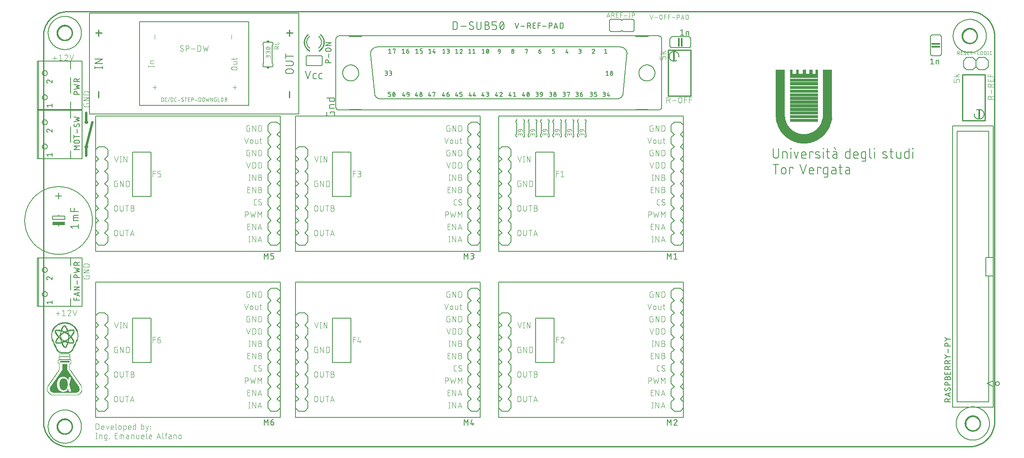
<source format=gto>
G04 EAGLE Gerber RS-274X export*
G75*
%MOMM*%
%FSLAX34Y34*%
%LPD*%
%INTop Silkscreen*%
%IPPOS*%
%AMOC8*
5,1,8,0,0,1.08239X$1,22.5*%
G01*
%ADD10R,0.300000X0.050000*%
%ADD11R,1.550000X0.050000*%
%ADD12R,2.250000X0.050000*%
%ADD13R,2.650000X0.050000*%
%ADD14R,3.050000X0.050000*%
%ADD15R,3.450000X0.050000*%
%ADD16R,3.700000X0.050000*%
%ADD17R,4.000000X0.050000*%
%ADD18R,4.300000X0.050000*%
%ADD19R,4.500000X0.050000*%
%ADD20R,4.700000X0.050000*%
%ADD21R,4.950000X0.050000*%
%ADD22R,5.150000X0.050000*%
%ADD23R,5.350000X0.050000*%
%ADD24R,5.550000X0.050000*%
%ADD25R,5.750000X0.050000*%
%ADD26R,5.900000X0.050000*%
%ADD27R,6.050000X0.050000*%
%ADD28R,6.250000X0.050000*%
%ADD29R,6.350000X0.050000*%
%ADD30R,6.500000X0.050000*%
%ADD31R,6.650000X0.050000*%
%ADD32R,6.800000X0.050000*%
%ADD33R,6.950000X0.050000*%
%ADD34R,7.050000X0.050000*%
%ADD35R,7.200000X0.050000*%
%ADD36R,7.350000X0.050000*%
%ADD37R,7.450000X0.050000*%
%ADD38R,7.550000X0.050000*%
%ADD39R,7.700000X0.050000*%
%ADD40R,7.800000X0.050000*%
%ADD41R,7.900000X0.050000*%
%ADD42R,8.000000X0.050000*%
%ADD43R,8.100000X0.050000*%
%ADD44R,8.200000X0.050000*%
%ADD45R,8.300000X0.050000*%
%ADD46R,8.450000X0.050000*%
%ADD47R,8.500000X0.050000*%
%ADD48R,4.250000X0.050000*%
%ADD49R,4.150000X0.050000*%
%ADD50R,3.650000X0.050000*%
%ADD51R,3.500000X0.050000*%
%ADD52R,3.350000X0.050000*%
%ADD53R,3.250000X0.050000*%
%ADD54R,3.150000X0.050000*%
%ADD55R,2.950000X0.050000*%
%ADD56R,2.900000X0.050000*%
%ADD57R,2.850000X0.050000*%
%ADD58R,2.800000X0.050000*%
%ADD59R,2.750000X0.050000*%
%ADD60R,2.700000X0.050000*%
%ADD61R,2.600000X0.050000*%
%ADD62R,2.550000X0.050000*%
%ADD63R,2.500000X0.050000*%
%ADD64R,2.450000X0.050000*%
%ADD65R,2.400000X0.050000*%
%ADD66R,2.350000X0.050000*%
%ADD67R,2.300000X0.050000*%
%ADD68R,2.200000X0.050000*%
%ADD69R,2.150000X0.050000*%
%ADD70R,2.100000X0.050000*%
%ADD71R,2.050000X0.050000*%
%ADD72R,2.000000X0.050000*%
%ADD73R,1.950000X0.050000*%
%ADD74R,1.900000X0.050000*%
%ADD75R,0.550000X0.050000*%
%ADD76R,0.700000X0.050000*%
%ADD77R,0.750000X0.050000*%
%ADD78R,1.850000X0.050000*%
%ADD79C,0.177800*%
%ADD80C,0.101600*%
%ADD81C,0.152400*%
%ADD82C,0.508000*%
%ADD83R,2.540000X0.635000*%
%ADD84C,0.127000*%
%ADD85C,0.203200*%
%ADD86C,0.254000*%
%ADD87R,0.300000X1.900000*%
%ADD88C,0.304800*%
%ADD89C,0.076200*%
%ADD90R,0.508000X0.381000*%
%ADD91R,5.400000X0.030000*%
%ADD92R,0.180000X0.030000*%
%ADD93R,0.150000X0.030000*%
%ADD94R,0.120000X0.030000*%
%ADD95R,0.090000X0.030000*%
%ADD96R,0.060000X0.030000*%
%ADD97R,4.860000X0.030000*%
%ADD98R,5.100000X0.030000*%
%ADD99R,5.280000X0.030000*%
%ADD100R,2.250000X0.030000*%
%ADD101R,2.910000X0.030000*%
%ADD102R,2.100000X0.030000*%
%ADD103R,2.730000X0.030000*%
%ADD104R,2.040000X0.030000*%
%ADD105R,0.720000X0.030000*%
%ADD106R,1.470000X0.030000*%
%ADD107R,1.980000X0.030000*%
%ADD108R,0.660000X0.030000*%
%ADD109R,1.530000X0.030000*%
%ADD110R,0.570000X0.030000*%
%ADD111R,1.560000X0.030000*%
%ADD112R,1.950000X0.030000*%
%ADD113R,0.540000X0.030000*%
%ADD114R,1.620000X0.030000*%
%ADD115R,0.510000X0.030000*%
%ADD116R,1.650000X0.030000*%
%ADD117R,1.890000X0.030000*%
%ADD118R,0.450000X0.030000*%
%ADD119R,0.390000X0.030000*%
%ADD120R,1.860000X0.030000*%
%ADD121R,0.360000X0.030000*%
%ADD122R,1.710000X0.030000*%
%ADD123R,0.330000X0.030000*%
%ADD124R,1.740000X0.030000*%
%ADD125R,0.030000X0.030000*%
%ADD126R,1.830000X0.030000*%
%ADD127R,0.300000X0.030000*%
%ADD128R,1.800000X0.030000*%
%ADD129R,0.240000X0.030000*%
%ADD130R,1.770000X0.030000*%
%ADD131R,0.420000X0.030000*%
%ADD132R,0.210000X0.030000*%
%ADD133R,0.600000X0.030000*%
%ADD134R,0.810000X0.030000*%
%ADD135R,0.900000X0.030000*%
%ADD136R,0.960000X0.030000*%
%ADD137R,1.020000X0.030000*%
%ADD138R,1.680000X0.030000*%
%ADD139R,1.080000X0.030000*%
%ADD140R,1.170000X0.030000*%
%ADD141R,1.200000X0.030000*%
%ADD142R,1.230000X0.030000*%
%ADD143R,1.920000X0.030000*%
%ADD144R,1.290000X0.030000*%
%ADD145R,1.590000X0.030000*%
%ADD146R,1.350000X0.030000*%
%ADD147R,1.380000X0.030000*%
%ADD148R,1.410000X0.030000*%
%ADD149R,1.500000X0.030000*%
%ADD150R,1.440000X0.030000*%
%ADD151R,1.320000X0.030000*%
%ADD152R,1.260000X0.030000*%
%ADD153R,1.140000X0.030000*%
%ADD154R,1.110000X0.030000*%
%ADD155R,0.990000X0.030000*%
%ADD156R,0.930000X0.030000*%
%ADD157R,0.870000X0.030000*%
%ADD158R,0.840000X0.030000*%
%ADD159R,0.780000X0.030000*%
%ADD160R,0.750000X0.030000*%
%ADD161R,0.690000X0.030000*%
%ADD162R,0.630000X0.030000*%
%ADD163R,1.050000X0.030000*%
%ADD164R,0.480000X0.030000*%
%ADD165R,0.270000X0.030000*%
%ADD166R,2.940000X0.030000*%
%ADD167R,2.880000X0.030000*%
%ADD168R,2.820000X0.030000*%
%ADD169R,2.760000X0.030000*%
%ADD170R,2.700000X0.030000*%
%ADD171R,2.640000X0.030000*%
%ADD172R,2.580000X0.030000*%
%ADD173R,2.520000X0.030000*%
%ADD174R,2.460000X0.030000*%
%ADD175R,2.400000X0.030000*%
%ADD176R,2.340000X0.030000*%
%ADD177R,2.280000X0.030000*%
%ADD178R,2.220000X0.030000*%
%ADD179R,2.160000X0.030000*%
%ADD180R,2.130000X0.030000*%
%ADD181R,2.370000X0.030000*%
%ADD182C,0.254000*%


D10*
X1568050Y626110D03*
D11*
X1569300Y626610D03*
D12*
X1569300Y627110D03*
D13*
X1569300Y627610D03*
D14*
X1569300Y628110D03*
D15*
X1569300Y628610D03*
D16*
X1569050Y629110D03*
D17*
X1569050Y629610D03*
D18*
X1569050Y630110D03*
D19*
X1569050Y630610D03*
D20*
X1569050Y631110D03*
D21*
X1569300Y631610D03*
D22*
X1569300Y632110D03*
D23*
X1569300Y632610D03*
D24*
X1569300Y633110D03*
D25*
X1569300Y633610D03*
D26*
X1569050Y634110D03*
D27*
X1569300Y634610D03*
D28*
X1569300Y635110D03*
D29*
X1569300Y635610D03*
D30*
X1569050Y636110D03*
D31*
X1569300Y636610D03*
D32*
X1569050Y637110D03*
D33*
X1569300Y637610D03*
D34*
X1569300Y638110D03*
D35*
X1569050Y638610D03*
D36*
X1569300Y639110D03*
D37*
X1569300Y639610D03*
D38*
X1569300Y640110D03*
D39*
X1569050Y640610D03*
D40*
X1569050Y641110D03*
D41*
X1569050Y641610D03*
D42*
X1569050Y642110D03*
D43*
X1569050Y642610D03*
D44*
X1569050Y643110D03*
D45*
X1569050Y643610D03*
D46*
X1569300Y644110D03*
D47*
X1569050Y644610D03*
D48*
X1547300Y645110D03*
D49*
X1591300Y645110D03*
D50*
X1544300Y645610D03*
D16*
X1594050Y645610D03*
D51*
X1543050Y646110D03*
X1595550Y646110D03*
D52*
X1541800Y646610D03*
X1596800Y646610D03*
D53*
X1540800Y647110D03*
X1597800Y647110D03*
D54*
X1539800Y647610D03*
X1598800Y647610D03*
D14*
X1538800Y648110D03*
X1599300Y648110D03*
D55*
X1538300Y648610D03*
X1600300Y648610D03*
D56*
X1537550Y649110D03*
X1601050Y649110D03*
D57*
X1536800Y649610D03*
X1601800Y649610D03*
D58*
X1536050Y650110D03*
D59*
X1602300Y650110D03*
D60*
X1535550Y650610D03*
D59*
X1602800Y650610D03*
D60*
X1535050Y651110D03*
X1603550Y651110D03*
D13*
X1534300Y651610D03*
D60*
X1604050Y651610D03*
D13*
X1533800Y652110D03*
D61*
X1604550Y652110D03*
D62*
X1533300Y652610D03*
D61*
X1605050Y652610D03*
D62*
X1532800Y653110D03*
D63*
X1605550Y653110D03*
X1532550Y653610D03*
X1606050Y653610D03*
D64*
X1531800Y654110D03*
D63*
X1606550Y654110D03*
D64*
X1531300Y654610D03*
X1606800Y654610D03*
D65*
X1531050Y655110D03*
D64*
X1607300Y655110D03*
D65*
X1530550Y655610D03*
X1608050Y655610D03*
D66*
X1530300Y656110D03*
X1608300Y656110D03*
X1529800Y656610D03*
X1608800Y656610D03*
D67*
X1529550Y657110D03*
X1609050Y657110D03*
X1529050Y657610D03*
X1609550Y657610D03*
D12*
X1528800Y658110D03*
X1609800Y658110D03*
X1528300Y658610D03*
D67*
X1610050Y658610D03*
D68*
X1528050Y659110D03*
D12*
X1610300Y659110D03*
X1527800Y659610D03*
X1610800Y659610D03*
D68*
X1527550Y660110D03*
X1611050Y660110D03*
X1527050Y660610D03*
X1611550Y660610D03*
D69*
X1526800Y661110D03*
D68*
X1611550Y661110D03*
X1526550Y661610D03*
D69*
X1611800Y661610D03*
X1526300Y662110D03*
X1612300Y662110D03*
X1525800Y662610D03*
D70*
X1612550Y662610D03*
D69*
X1525800Y663110D03*
X1612800Y663110D03*
D70*
X1525550Y663610D03*
X1613050Y663610D03*
X1525050Y664110D03*
X1613050Y664110D03*
X1525050Y664610D03*
X1613550Y664610D03*
D71*
X1524800Y665110D03*
X1613800Y665110D03*
D70*
X1524550Y665610D03*
D71*
X1613800Y665610D03*
X1524300Y666110D03*
X1614300Y666110D03*
D72*
X1524050Y666610D03*
D71*
X1614300Y666610D03*
X1523800Y667110D03*
D72*
X1614550Y667110D03*
D71*
X1523800Y667610D03*
X1614800Y667610D03*
D72*
X1523550Y668110D03*
X1615050Y668110D03*
D71*
X1523300Y668610D03*
D72*
X1615050Y668610D03*
X1523050Y669110D03*
D71*
X1615300Y669110D03*
D72*
X1523050Y669610D03*
X1615550Y669610D03*
D73*
X1522800Y670110D03*
D72*
X1615550Y670110D03*
X1522550Y670610D03*
D73*
X1615800Y670610D03*
D72*
X1522550Y671110D03*
D25*
X1569300Y671110D03*
D72*
X1616050Y671110D03*
D73*
X1522300Y671610D03*
D25*
X1569300Y671610D03*
D72*
X1616050Y671610D03*
D73*
X1522300Y672110D03*
D25*
X1569300Y672110D03*
D73*
X1616300Y672110D03*
D72*
X1522050Y672610D03*
D25*
X1569300Y672610D03*
D73*
X1616300Y672610D03*
X1521800Y673110D03*
D25*
X1569300Y673110D03*
D73*
X1616300Y673110D03*
X1521800Y673610D03*
D25*
X1569300Y673610D03*
D73*
X1616800Y673610D03*
X1521800Y674110D03*
D25*
X1569300Y674110D03*
D73*
X1616800Y674110D03*
D74*
X1521550Y674610D03*
D25*
X1569300Y674610D03*
D73*
X1616800Y674610D03*
X1521300Y675110D03*
D25*
X1569300Y675110D03*
D73*
X1616800Y675110D03*
X1521300Y675610D03*
D25*
X1569300Y675610D03*
D74*
X1617050Y675610D03*
D73*
X1521300Y676110D03*
D25*
X1569300Y676110D03*
D74*
X1617050Y676110D03*
D73*
X1521300Y676610D03*
D25*
X1569300Y676610D03*
D73*
X1617300Y676610D03*
D74*
X1521050Y677110D03*
D73*
X1617300Y677110D03*
D74*
X1521050Y677610D03*
D73*
X1617300Y677610D03*
D74*
X1521050Y678110D03*
X1617550Y678110D03*
X1521050Y678610D03*
D25*
X1569300Y678610D03*
D74*
X1617550Y678610D03*
X1521050Y679110D03*
D25*
X1569300Y679110D03*
D74*
X1617550Y679110D03*
D73*
X1520800Y679610D03*
D25*
X1569300Y679610D03*
D74*
X1617550Y679610D03*
D73*
X1520800Y680110D03*
D25*
X1569300Y680110D03*
D74*
X1617550Y680110D03*
D73*
X1520800Y680610D03*
D25*
X1569300Y680610D03*
D74*
X1617550Y680610D03*
X1520550Y681110D03*
D25*
X1569300Y681110D03*
D74*
X1617550Y681110D03*
X1520550Y681610D03*
D25*
X1569300Y681610D03*
D74*
X1617550Y681610D03*
X1520550Y682110D03*
D25*
X1569300Y682110D03*
D74*
X1617550Y682110D03*
X1520550Y682610D03*
D25*
X1569300Y682610D03*
D74*
X1618050Y682610D03*
X1520550Y683110D03*
D25*
X1569300Y683110D03*
D74*
X1618050Y683110D03*
X1520550Y683610D03*
D25*
X1569300Y683610D03*
D74*
X1618050Y683610D03*
X1520550Y684110D03*
D25*
X1569300Y684110D03*
D74*
X1618050Y684110D03*
X1520550Y684610D03*
X1618050Y684610D03*
X1520550Y685110D03*
X1618050Y685110D03*
X1520550Y685610D03*
X1618050Y685610D03*
X1520550Y686110D03*
D25*
X1569300Y686110D03*
D74*
X1618050Y686110D03*
X1520550Y686610D03*
D25*
X1569300Y686610D03*
D74*
X1618050Y686610D03*
X1520550Y687110D03*
D25*
X1569300Y687110D03*
D74*
X1618050Y687110D03*
X1520550Y687610D03*
D25*
X1569300Y687610D03*
D74*
X1618050Y687610D03*
X1520550Y688110D03*
D25*
X1569300Y688110D03*
D74*
X1618050Y688110D03*
X1520550Y688610D03*
D25*
X1569300Y688610D03*
D74*
X1618050Y688610D03*
X1520550Y689110D03*
D25*
X1569300Y689110D03*
D74*
X1618050Y689110D03*
X1520550Y689610D03*
D25*
X1569300Y689610D03*
D74*
X1618050Y689610D03*
X1520550Y690110D03*
D25*
X1569300Y690110D03*
D74*
X1618050Y690110D03*
X1520550Y690610D03*
D25*
X1569300Y690610D03*
D74*
X1618050Y690610D03*
X1520550Y691110D03*
D25*
X1569300Y691110D03*
D74*
X1618050Y691110D03*
X1520550Y691610D03*
D25*
X1569300Y691610D03*
D74*
X1618050Y691610D03*
X1520550Y692110D03*
X1618050Y692110D03*
X1520550Y692610D03*
X1618050Y692610D03*
X1520550Y693110D03*
X1618050Y693110D03*
X1520550Y693610D03*
D25*
X1569300Y693610D03*
D74*
X1618050Y693610D03*
X1520550Y694110D03*
D25*
X1569300Y694110D03*
D74*
X1618050Y694110D03*
X1520550Y694610D03*
D25*
X1569300Y694610D03*
D74*
X1618050Y694610D03*
X1520550Y695110D03*
D25*
X1569300Y695110D03*
D74*
X1618050Y695110D03*
X1520550Y695610D03*
D25*
X1569300Y695610D03*
D74*
X1618050Y695610D03*
X1520550Y696110D03*
D25*
X1569300Y696110D03*
D74*
X1618050Y696110D03*
X1520550Y696610D03*
D25*
X1569300Y696610D03*
D74*
X1618050Y696610D03*
X1520550Y697110D03*
D25*
X1569300Y697110D03*
D74*
X1618050Y697110D03*
X1520550Y697610D03*
D25*
X1569300Y697610D03*
D74*
X1618050Y697610D03*
X1520550Y698110D03*
D25*
X1569300Y698110D03*
D74*
X1618050Y698110D03*
X1520550Y698610D03*
D25*
X1569300Y698610D03*
D74*
X1618050Y698610D03*
X1520550Y699110D03*
D25*
X1569300Y699110D03*
D74*
X1618050Y699110D03*
X1520550Y699610D03*
X1618050Y699610D03*
X1520550Y700110D03*
X1618050Y700110D03*
X1520550Y700610D03*
D25*
X1569300Y700610D03*
D74*
X1618050Y700610D03*
X1520550Y701110D03*
D25*
X1569300Y701110D03*
D74*
X1618050Y701110D03*
X1520550Y701610D03*
D25*
X1569300Y701610D03*
D74*
X1618050Y701610D03*
X1520550Y702110D03*
D25*
X1569300Y702110D03*
D74*
X1618050Y702110D03*
X1520550Y702610D03*
D25*
X1569300Y702610D03*
D74*
X1618050Y702610D03*
X1520550Y703110D03*
D25*
X1569300Y703110D03*
D74*
X1618050Y703110D03*
X1520550Y703610D03*
D25*
X1569300Y703610D03*
D74*
X1618050Y703610D03*
X1520550Y704110D03*
D25*
X1569300Y704110D03*
D74*
X1618050Y704110D03*
X1520550Y704610D03*
D25*
X1569300Y704610D03*
D74*
X1618050Y704610D03*
X1520550Y705110D03*
D25*
X1569300Y705110D03*
D74*
X1618050Y705110D03*
X1520550Y705610D03*
D25*
X1569300Y705610D03*
D74*
X1618050Y705610D03*
X1520550Y706110D03*
D25*
X1569300Y706110D03*
D74*
X1618050Y706110D03*
X1520550Y706610D03*
D25*
X1569300Y706610D03*
D74*
X1618050Y706610D03*
X1520550Y707110D03*
X1618050Y707110D03*
X1520550Y707610D03*
X1618050Y707610D03*
X1520550Y708110D03*
X1618050Y708110D03*
X1520550Y708610D03*
D25*
X1569300Y708610D03*
D74*
X1618050Y708610D03*
X1520550Y709110D03*
D25*
X1569300Y709110D03*
D74*
X1618050Y709110D03*
X1520550Y709610D03*
D25*
X1569300Y709610D03*
D74*
X1618050Y709610D03*
X1520550Y710110D03*
D25*
X1569300Y710110D03*
D74*
X1618050Y710110D03*
X1520550Y710610D03*
D25*
X1569300Y710610D03*
D74*
X1618050Y710610D03*
X1520550Y711110D03*
D25*
X1569300Y711110D03*
D74*
X1618050Y711110D03*
X1520550Y711610D03*
D25*
X1569300Y711610D03*
D74*
X1618050Y711610D03*
X1520550Y712110D03*
D25*
X1569300Y712110D03*
D74*
X1618050Y712110D03*
X1520550Y712610D03*
D25*
X1569300Y712610D03*
D74*
X1618050Y712610D03*
X1520550Y713110D03*
D25*
X1569300Y713110D03*
D74*
X1618050Y713110D03*
X1520550Y713610D03*
D25*
X1569300Y713610D03*
D74*
X1618050Y713610D03*
X1520550Y714110D03*
D25*
X1569300Y714110D03*
D74*
X1618050Y714110D03*
X1520550Y714610D03*
X1618050Y714610D03*
X1520550Y715110D03*
X1618050Y715110D03*
X1520550Y715610D03*
X1618050Y715610D03*
X1520550Y716110D03*
D25*
X1569300Y716110D03*
D74*
X1618050Y716110D03*
X1520550Y716610D03*
D25*
X1569300Y716610D03*
D74*
X1618050Y716610D03*
X1520550Y717110D03*
D25*
X1569300Y717110D03*
D74*
X1618050Y717110D03*
X1520550Y717610D03*
D25*
X1569300Y717610D03*
D74*
X1618050Y717610D03*
X1520550Y718110D03*
D25*
X1569300Y718110D03*
D74*
X1618050Y718110D03*
X1520550Y718610D03*
D25*
X1569300Y718610D03*
D74*
X1618050Y718610D03*
X1520550Y719110D03*
D25*
X1569300Y719110D03*
D74*
X1618050Y719110D03*
X1520550Y719610D03*
D25*
X1569300Y719610D03*
D74*
X1618050Y719610D03*
X1520550Y720110D03*
D25*
X1569300Y720110D03*
D74*
X1618050Y720110D03*
X1520550Y720610D03*
D25*
X1569300Y720610D03*
D74*
X1618050Y720610D03*
X1520550Y721110D03*
D25*
X1569300Y721110D03*
D74*
X1618050Y721110D03*
X1520550Y721610D03*
D25*
X1569300Y721610D03*
D74*
X1618050Y721610D03*
X1520550Y722110D03*
X1618050Y722110D03*
X1520550Y722610D03*
X1618050Y722610D03*
X1520550Y723110D03*
X1618050Y723110D03*
X1520550Y723610D03*
D25*
X1569300Y723610D03*
D74*
X1618050Y723610D03*
X1520550Y724110D03*
D25*
X1569300Y724110D03*
D74*
X1618050Y724110D03*
X1520550Y724610D03*
D25*
X1569300Y724610D03*
D74*
X1618050Y724610D03*
X1520550Y725110D03*
D25*
X1569300Y725110D03*
D74*
X1618050Y725110D03*
X1520550Y725610D03*
D25*
X1569300Y725610D03*
D74*
X1618050Y725610D03*
X1520550Y726110D03*
D25*
X1569300Y726110D03*
D74*
X1618050Y726110D03*
X1520550Y726610D03*
D25*
X1569300Y726610D03*
D74*
X1618050Y726610D03*
X1520550Y727110D03*
D25*
X1569300Y727110D03*
D74*
X1618050Y727110D03*
X1520550Y727610D03*
D25*
X1569300Y727610D03*
D74*
X1618050Y727610D03*
X1520550Y728110D03*
D25*
X1569300Y728110D03*
D74*
X1618050Y728110D03*
X1520550Y728610D03*
D25*
X1569300Y728610D03*
D74*
X1618050Y728610D03*
X1520550Y729110D03*
D25*
X1569300Y729110D03*
D74*
X1618050Y729110D03*
X1520550Y729610D03*
X1618050Y729610D03*
X1520550Y730110D03*
X1618050Y730110D03*
X1520550Y730610D03*
X1618050Y730610D03*
X1520550Y731110D03*
D25*
X1569300Y731110D03*
D74*
X1618050Y731110D03*
X1520550Y731610D03*
D25*
X1569300Y731610D03*
D74*
X1618050Y731610D03*
X1520550Y732110D03*
D25*
X1569300Y732110D03*
D74*
X1618050Y732110D03*
X1520550Y732610D03*
D25*
X1569300Y732610D03*
D74*
X1618050Y732610D03*
X1520550Y733110D03*
D25*
X1569300Y733110D03*
D74*
X1618050Y733110D03*
X1520550Y733610D03*
D25*
X1569300Y733610D03*
D74*
X1618050Y733610D03*
X1520550Y734110D03*
D25*
X1569300Y734110D03*
D74*
X1618050Y734110D03*
X1520550Y734610D03*
D25*
X1569300Y734610D03*
D74*
X1618050Y734610D03*
X1520550Y735110D03*
D25*
X1569300Y735110D03*
D74*
X1618050Y735110D03*
X1520550Y735610D03*
D25*
X1569300Y735610D03*
D74*
X1618050Y735610D03*
X1520550Y736110D03*
D25*
X1569300Y736110D03*
D74*
X1618050Y736110D03*
X1520550Y736610D03*
D25*
X1569300Y736610D03*
D74*
X1618050Y736610D03*
X1520550Y737110D03*
X1618050Y737110D03*
X1520550Y737610D03*
X1618050Y737610D03*
X1520550Y738110D03*
X1618050Y738110D03*
X1520550Y738610D03*
D25*
X1569300Y738610D03*
D74*
X1618050Y738610D03*
X1520550Y739110D03*
D25*
X1569300Y739110D03*
D74*
X1618050Y739110D03*
X1520550Y739610D03*
D25*
X1569300Y739610D03*
D74*
X1618050Y739610D03*
X1520550Y740110D03*
D25*
X1569300Y740110D03*
D74*
X1618050Y740110D03*
X1520550Y740610D03*
D25*
X1569300Y740610D03*
D74*
X1618050Y740610D03*
X1520550Y741110D03*
D25*
X1569300Y741110D03*
D74*
X1618050Y741110D03*
X1520550Y741610D03*
D25*
X1569300Y741610D03*
D74*
X1618050Y741610D03*
X1520550Y742110D03*
D25*
X1569300Y742110D03*
D74*
X1618050Y742110D03*
X1520550Y742610D03*
D25*
X1569300Y742610D03*
D74*
X1618050Y742610D03*
X1520550Y743110D03*
D25*
X1569300Y743110D03*
D74*
X1618050Y743110D03*
X1520550Y743610D03*
D25*
X1569300Y743610D03*
D74*
X1618050Y743610D03*
X1520550Y744110D03*
D25*
X1569300Y744110D03*
D74*
X1618050Y744110D03*
X1520550Y744610D03*
X1618050Y744610D03*
X1520550Y745110D03*
X1618050Y745110D03*
X1520550Y745610D03*
X1618050Y745610D03*
X1520550Y746110D03*
X1618050Y746110D03*
X1520550Y746610D03*
D25*
X1569300Y746610D03*
D74*
X1618050Y746610D03*
X1520550Y747110D03*
D25*
X1569300Y747110D03*
D74*
X1618050Y747110D03*
X1520550Y747610D03*
D25*
X1569300Y747610D03*
D74*
X1618050Y747610D03*
X1520550Y748110D03*
D25*
X1569300Y748110D03*
D74*
X1618050Y748110D03*
X1520550Y748610D03*
D25*
X1569300Y748610D03*
D74*
X1618050Y748610D03*
X1520550Y749110D03*
D25*
X1569300Y749110D03*
D74*
X1618050Y749110D03*
X1520550Y749610D03*
D25*
X1569300Y749610D03*
D74*
X1618050Y749610D03*
X1520550Y750110D03*
D25*
X1569300Y750110D03*
D74*
X1618050Y750110D03*
X1520550Y750610D03*
D25*
X1569300Y750610D03*
D74*
X1618050Y750610D03*
X1520550Y751110D03*
D25*
X1569300Y751110D03*
D74*
X1618050Y751110D03*
X1520550Y751610D03*
D25*
X1569300Y751610D03*
D74*
X1618050Y751610D03*
X1520550Y752110D03*
D25*
X1569300Y752110D03*
D74*
X1618050Y752110D03*
X1520550Y752610D03*
X1618050Y752610D03*
X1520550Y753110D03*
X1618050Y753110D03*
X1520550Y753610D03*
X1618050Y753610D03*
X1520550Y754110D03*
D25*
X1569300Y754110D03*
D74*
X1618050Y754110D03*
X1520550Y754610D03*
D25*
X1569300Y754610D03*
D74*
X1618050Y754610D03*
X1520550Y755110D03*
D25*
X1569300Y755110D03*
D74*
X1618050Y755110D03*
X1520550Y755610D03*
D25*
X1569300Y755610D03*
D74*
X1618050Y755610D03*
X1520550Y756110D03*
D25*
X1569300Y756110D03*
D74*
X1618050Y756110D03*
X1520550Y756610D03*
D25*
X1569300Y756610D03*
D74*
X1618050Y756610D03*
X1520550Y757110D03*
D25*
X1569300Y757110D03*
D74*
X1618050Y757110D03*
X1520550Y757610D03*
D25*
X1569300Y757610D03*
D74*
X1618050Y757610D03*
X1520550Y758110D03*
D25*
X1569300Y758110D03*
D74*
X1618050Y758110D03*
X1520550Y758610D03*
D25*
X1569300Y758610D03*
D74*
X1618050Y758610D03*
X1520550Y759110D03*
D25*
X1569300Y759110D03*
D74*
X1618050Y759110D03*
X1520550Y759610D03*
D25*
X1569300Y759610D03*
D74*
X1618050Y759610D03*
X1520550Y760110D03*
X1618050Y760110D03*
X1520550Y760610D03*
X1618050Y760610D03*
X1520550Y761110D03*
X1618050Y761110D03*
X1520550Y761610D03*
D25*
X1569300Y761610D03*
D74*
X1618050Y761610D03*
X1520550Y762110D03*
D25*
X1569300Y762110D03*
D74*
X1618050Y762110D03*
X1520550Y762610D03*
D25*
X1569300Y762610D03*
D74*
X1618050Y762610D03*
X1520550Y763110D03*
D25*
X1569300Y763110D03*
D74*
X1618050Y763110D03*
X1520550Y763610D03*
D25*
X1569300Y763610D03*
D74*
X1618050Y763610D03*
X1520550Y764110D03*
D25*
X1569300Y764110D03*
D74*
X1618050Y764110D03*
X1520550Y764610D03*
D25*
X1569300Y764610D03*
D74*
X1618050Y764610D03*
X1520550Y765110D03*
D25*
X1569300Y765110D03*
D74*
X1618050Y765110D03*
X1520550Y765610D03*
D25*
X1569300Y765610D03*
D74*
X1618050Y765610D03*
X1520550Y766110D03*
D25*
X1569300Y766110D03*
D74*
X1618050Y766110D03*
X1520550Y766610D03*
D25*
X1569300Y766610D03*
D74*
X1618050Y766610D03*
X1520550Y767110D03*
D25*
X1569300Y767110D03*
D74*
X1618050Y767110D03*
X1520550Y767610D03*
D25*
X1569300Y767610D03*
D74*
X1618050Y767610D03*
X1520550Y768110D03*
D25*
X1569300Y768110D03*
D74*
X1618050Y768110D03*
X1520550Y768610D03*
D25*
X1569300Y768610D03*
D74*
X1618050Y768610D03*
X1520550Y769110D03*
D25*
X1569300Y769110D03*
D74*
X1618050Y769110D03*
X1520550Y769610D03*
D75*
X1543300Y769610D03*
X1556300Y769610D03*
D76*
X1570550Y769610D03*
D77*
X1583800Y769610D03*
D75*
X1595300Y769610D03*
D74*
X1618050Y769610D03*
X1520550Y770110D03*
D75*
X1543300Y770110D03*
X1556300Y770110D03*
D76*
X1570550Y770110D03*
D77*
X1583800Y770110D03*
D75*
X1595300Y770110D03*
D74*
X1618050Y770110D03*
X1520550Y770610D03*
D75*
X1543300Y770610D03*
X1556300Y770610D03*
D76*
X1570550Y770610D03*
D77*
X1583800Y770610D03*
D75*
X1595300Y770610D03*
D74*
X1618050Y770610D03*
X1520550Y771110D03*
D75*
X1543300Y771110D03*
X1556300Y771110D03*
D76*
X1570550Y771110D03*
D77*
X1583800Y771110D03*
D75*
X1595300Y771110D03*
D74*
X1618050Y771110D03*
X1520550Y771610D03*
D75*
X1543300Y771610D03*
X1556300Y771610D03*
D76*
X1570550Y771610D03*
D77*
X1583800Y771610D03*
D75*
X1595300Y771610D03*
D74*
X1618050Y771610D03*
X1520550Y772110D03*
D75*
X1543300Y772110D03*
X1556300Y772110D03*
D76*
X1570550Y772110D03*
D77*
X1583800Y772110D03*
D75*
X1595300Y772110D03*
D74*
X1618050Y772110D03*
X1520550Y772610D03*
D75*
X1543300Y772610D03*
X1556300Y772610D03*
D76*
X1570550Y772610D03*
D77*
X1583800Y772610D03*
D75*
X1595300Y772610D03*
D74*
X1618050Y772610D03*
X1520550Y773110D03*
D75*
X1543300Y773110D03*
X1556300Y773110D03*
D76*
X1570550Y773110D03*
D77*
X1583800Y773110D03*
D75*
X1595300Y773110D03*
D74*
X1618050Y773110D03*
X1520550Y773610D03*
D75*
X1543300Y773610D03*
X1556300Y773610D03*
D76*
X1570550Y773610D03*
D77*
X1583800Y773610D03*
D75*
X1595300Y773610D03*
D74*
X1618050Y773610D03*
X1520550Y774110D03*
D75*
X1543300Y774110D03*
X1556300Y774110D03*
D76*
X1570550Y774110D03*
D77*
X1583800Y774110D03*
D75*
X1595300Y774110D03*
D74*
X1618050Y774110D03*
X1520550Y774610D03*
D75*
X1543300Y774610D03*
X1556300Y774610D03*
D76*
X1570550Y774610D03*
D77*
X1583800Y774610D03*
D75*
X1595300Y774610D03*
D74*
X1618050Y774610D03*
X1520550Y775110D03*
D75*
X1543300Y775110D03*
X1556300Y775110D03*
D76*
X1570550Y775110D03*
D77*
X1583800Y775110D03*
D75*
X1595300Y775110D03*
D74*
X1618050Y775110D03*
X1520550Y775610D03*
D75*
X1543300Y775610D03*
X1556300Y775610D03*
D76*
X1570550Y775610D03*
D77*
X1583800Y775610D03*
D75*
X1595300Y775610D03*
D74*
X1618050Y775610D03*
X1520550Y776110D03*
D75*
X1543300Y776110D03*
X1556300Y776110D03*
D76*
X1570550Y776110D03*
D77*
X1583800Y776110D03*
D75*
X1595300Y776110D03*
D74*
X1618050Y776110D03*
X1520550Y776610D03*
D75*
X1543300Y776610D03*
X1556300Y776610D03*
D76*
X1570550Y776610D03*
D77*
X1583800Y776610D03*
D75*
X1595300Y776610D03*
D74*
X1618050Y776610D03*
X1520550Y777110D03*
D75*
X1543300Y777110D03*
X1556300Y777110D03*
D76*
X1570550Y777110D03*
D77*
X1583800Y777110D03*
D75*
X1595300Y777110D03*
D74*
X1618050Y777110D03*
X1520550Y777610D03*
D75*
X1543300Y777610D03*
X1556300Y777610D03*
D76*
X1570550Y777610D03*
D77*
X1583800Y777610D03*
D75*
X1595300Y777610D03*
D78*
X1617800Y777610D03*
D79*
X1505839Y616331D02*
X1505839Y601839D01*
X1505841Y601691D01*
X1505847Y601542D01*
X1505857Y601394D01*
X1505871Y601247D01*
X1505888Y601099D01*
X1505910Y600952D01*
X1505936Y600806D01*
X1505965Y600661D01*
X1505998Y600516D01*
X1506035Y600372D01*
X1506076Y600230D01*
X1506121Y600088D01*
X1506170Y599948D01*
X1506222Y599809D01*
X1506278Y599672D01*
X1506337Y599536D01*
X1506400Y599401D01*
X1506467Y599269D01*
X1506537Y599138D01*
X1506611Y599009D01*
X1506688Y598882D01*
X1506768Y598758D01*
X1506852Y598635D01*
X1506939Y598515D01*
X1507029Y598397D01*
X1507122Y598281D01*
X1507218Y598168D01*
X1507317Y598058D01*
X1507419Y597950D01*
X1507524Y597845D01*
X1507632Y597743D01*
X1507742Y597644D01*
X1507855Y597548D01*
X1507971Y597455D01*
X1508089Y597365D01*
X1508209Y597278D01*
X1508332Y597194D01*
X1508456Y597114D01*
X1508583Y597037D01*
X1508712Y596963D01*
X1508843Y596893D01*
X1508975Y596826D01*
X1509110Y596763D01*
X1509246Y596704D01*
X1509383Y596648D01*
X1509522Y596596D01*
X1509662Y596547D01*
X1509804Y596502D01*
X1509946Y596461D01*
X1510090Y596424D01*
X1510235Y596391D01*
X1510380Y596362D01*
X1510526Y596336D01*
X1510673Y596314D01*
X1510821Y596297D01*
X1510968Y596283D01*
X1511116Y596273D01*
X1511265Y596267D01*
X1511413Y596265D01*
X1511561Y596267D01*
X1511710Y596273D01*
X1511858Y596283D01*
X1512005Y596297D01*
X1512153Y596314D01*
X1512300Y596336D01*
X1512446Y596362D01*
X1512591Y596391D01*
X1512736Y596424D01*
X1512880Y596461D01*
X1513022Y596502D01*
X1513164Y596547D01*
X1513304Y596596D01*
X1513443Y596648D01*
X1513580Y596704D01*
X1513716Y596763D01*
X1513851Y596826D01*
X1513983Y596893D01*
X1514114Y596963D01*
X1514243Y597037D01*
X1514370Y597114D01*
X1514494Y597194D01*
X1514617Y597278D01*
X1514737Y597365D01*
X1514855Y597455D01*
X1514971Y597548D01*
X1515084Y597644D01*
X1515194Y597743D01*
X1515302Y597845D01*
X1515407Y597950D01*
X1515509Y598058D01*
X1515608Y598168D01*
X1515704Y598281D01*
X1515797Y598397D01*
X1515887Y598515D01*
X1515974Y598635D01*
X1516058Y598758D01*
X1516138Y598882D01*
X1516215Y599009D01*
X1516289Y599138D01*
X1516359Y599269D01*
X1516426Y599401D01*
X1516489Y599536D01*
X1516548Y599672D01*
X1516604Y599809D01*
X1516656Y599948D01*
X1516705Y600088D01*
X1516750Y600230D01*
X1516791Y600372D01*
X1516828Y600516D01*
X1516861Y600661D01*
X1516890Y600806D01*
X1516916Y600952D01*
X1516938Y601099D01*
X1516955Y601247D01*
X1516969Y601394D01*
X1516979Y601542D01*
X1516985Y601691D01*
X1516987Y601839D01*
X1516987Y616331D01*
X1525492Y609642D02*
X1525492Y596265D01*
X1525492Y609642D02*
X1531066Y609642D01*
X1531180Y609640D01*
X1531294Y609634D01*
X1531408Y609624D01*
X1531521Y609611D01*
X1531634Y609593D01*
X1531746Y609572D01*
X1531858Y609547D01*
X1531968Y609518D01*
X1532078Y609485D01*
X1532186Y609449D01*
X1532293Y609409D01*
X1532398Y609365D01*
X1532502Y609318D01*
X1532604Y609267D01*
X1532705Y609213D01*
X1532803Y609155D01*
X1532900Y609094D01*
X1532994Y609030D01*
X1533087Y608963D01*
X1533176Y608892D01*
X1533264Y608818D01*
X1533348Y608742D01*
X1533431Y608663D01*
X1533510Y608580D01*
X1533586Y608496D01*
X1533660Y608408D01*
X1533731Y608319D01*
X1533798Y608226D01*
X1533862Y608132D01*
X1533923Y608036D01*
X1533981Y607937D01*
X1534035Y607836D01*
X1534086Y607734D01*
X1534133Y607630D01*
X1534177Y607525D01*
X1534217Y607418D01*
X1534253Y607310D01*
X1534286Y607200D01*
X1534315Y607090D01*
X1534340Y606978D01*
X1534361Y606866D01*
X1534379Y606753D01*
X1534392Y606640D01*
X1534402Y606526D01*
X1534408Y606412D01*
X1534410Y606298D01*
X1534410Y596265D01*
X1542310Y596265D02*
X1542310Y609642D01*
X1541753Y615216D02*
X1541753Y616331D01*
X1542868Y616331D01*
X1542868Y615216D01*
X1541753Y615216D01*
X1548974Y609642D02*
X1553433Y596265D01*
X1557892Y609642D01*
X1567767Y596265D02*
X1573341Y596265D01*
X1567767Y596265D02*
X1567653Y596267D01*
X1567539Y596273D01*
X1567425Y596283D01*
X1567312Y596296D01*
X1567199Y596314D01*
X1567087Y596335D01*
X1566975Y596360D01*
X1566865Y596389D01*
X1566755Y596422D01*
X1566647Y596458D01*
X1566540Y596498D01*
X1566435Y596542D01*
X1566331Y596589D01*
X1566229Y596640D01*
X1566128Y596694D01*
X1566030Y596752D01*
X1565933Y596813D01*
X1565839Y596877D01*
X1565746Y596944D01*
X1565657Y597015D01*
X1565569Y597089D01*
X1565485Y597165D01*
X1565402Y597244D01*
X1565323Y597327D01*
X1565247Y597411D01*
X1565173Y597499D01*
X1565102Y597588D01*
X1565035Y597681D01*
X1564971Y597775D01*
X1564910Y597872D01*
X1564852Y597970D01*
X1564798Y598071D01*
X1564747Y598173D01*
X1564700Y598277D01*
X1564656Y598382D01*
X1564616Y598489D01*
X1564580Y598597D01*
X1564547Y598707D01*
X1564518Y598817D01*
X1564493Y598929D01*
X1564472Y599041D01*
X1564454Y599154D01*
X1564441Y599267D01*
X1564431Y599381D01*
X1564425Y599495D01*
X1564423Y599609D01*
X1564423Y605183D01*
X1564425Y605315D01*
X1564431Y605447D01*
X1564441Y605579D01*
X1564454Y605710D01*
X1564472Y605841D01*
X1564493Y605972D01*
X1564519Y606101D01*
X1564548Y606230D01*
X1564581Y606358D01*
X1564617Y606485D01*
X1564658Y606611D01*
X1564702Y606736D01*
X1564750Y606859D01*
X1564801Y606981D01*
X1564856Y607101D01*
X1564915Y607219D01*
X1564977Y607336D01*
X1565043Y607451D01*
X1565111Y607563D01*
X1565184Y607674D01*
X1565259Y607783D01*
X1565338Y607889D01*
X1565419Y607993D01*
X1565504Y608094D01*
X1565592Y608193D01*
X1565683Y608289D01*
X1565776Y608382D01*
X1565872Y608473D01*
X1565971Y608561D01*
X1566072Y608646D01*
X1566176Y608727D01*
X1566282Y608806D01*
X1566391Y608881D01*
X1566502Y608954D01*
X1566614Y609022D01*
X1566729Y609088D01*
X1566846Y609150D01*
X1566964Y609209D01*
X1567084Y609264D01*
X1567206Y609315D01*
X1567329Y609363D01*
X1567454Y609407D01*
X1567580Y609448D01*
X1567707Y609484D01*
X1567835Y609517D01*
X1567964Y609546D01*
X1568093Y609572D01*
X1568224Y609593D01*
X1568355Y609611D01*
X1568486Y609624D01*
X1568618Y609634D01*
X1568750Y609640D01*
X1568882Y609642D01*
X1569014Y609640D01*
X1569146Y609634D01*
X1569278Y609624D01*
X1569409Y609611D01*
X1569540Y609593D01*
X1569671Y609572D01*
X1569800Y609546D01*
X1569929Y609517D01*
X1570057Y609484D01*
X1570184Y609448D01*
X1570310Y609407D01*
X1570435Y609363D01*
X1570558Y609315D01*
X1570680Y609264D01*
X1570800Y609209D01*
X1570918Y609150D01*
X1571035Y609088D01*
X1571150Y609022D01*
X1571262Y608954D01*
X1571373Y608881D01*
X1571482Y608806D01*
X1571588Y608727D01*
X1571692Y608646D01*
X1571793Y608561D01*
X1571892Y608473D01*
X1571988Y608382D01*
X1572081Y608289D01*
X1572172Y608193D01*
X1572260Y608094D01*
X1572345Y607993D01*
X1572426Y607889D01*
X1572505Y607783D01*
X1572580Y607674D01*
X1572653Y607563D01*
X1572721Y607451D01*
X1572787Y607336D01*
X1572849Y607219D01*
X1572908Y607101D01*
X1572963Y606981D01*
X1573014Y606859D01*
X1573062Y606736D01*
X1573106Y606611D01*
X1573147Y606485D01*
X1573183Y606358D01*
X1573216Y606230D01*
X1573245Y606101D01*
X1573271Y605972D01*
X1573292Y605841D01*
X1573310Y605710D01*
X1573323Y605579D01*
X1573333Y605447D01*
X1573339Y605315D01*
X1573341Y605183D01*
X1573341Y602954D01*
X1564423Y602954D01*
X1581185Y609642D02*
X1581185Y596265D01*
X1581185Y609642D02*
X1587874Y609642D01*
X1587874Y607413D01*
X1595138Y604068D02*
X1600712Y601839D01*
X1595139Y604069D02*
X1595040Y604110D01*
X1594943Y604155D01*
X1594848Y604204D01*
X1594755Y604256D01*
X1594663Y604312D01*
X1594574Y604371D01*
X1594487Y604433D01*
X1594403Y604499D01*
X1594320Y604567D01*
X1594241Y604639D01*
X1594164Y604713D01*
X1594090Y604790D01*
X1594019Y604870D01*
X1593951Y604952D01*
X1593886Y605037D01*
X1593824Y605124D01*
X1593765Y605214D01*
X1593710Y605305D01*
X1593658Y605399D01*
X1593610Y605494D01*
X1593565Y605592D01*
X1593524Y605690D01*
X1593487Y605790D01*
X1593453Y605892D01*
X1593423Y605995D01*
X1593397Y606098D01*
X1593375Y606203D01*
X1593356Y606308D01*
X1593342Y606414D01*
X1593331Y606521D01*
X1593325Y606627D01*
X1593322Y606734D01*
X1593323Y606841D01*
X1593329Y606948D01*
X1593338Y607055D01*
X1593351Y607161D01*
X1593368Y607266D01*
X1593389Y607371D01*
X1593414Y607475D01*
X1593443Y607578D01*
X1593475Y607680D01*
X1593511Y607781D01*
X1593551Y607880D01*
X1593595Y607978D01*
X1593642Y608074D01*
X1593693Y608168D01*
X1593747Y608260D01*
X1593804Y608350D01*
X1593865Y608438D01*
X1593929Y608524D01*
X1593996Y608607D01*
X1594066Y608688D01*
X1594139Y608766D01*
X1594215Y608841D01*
X1594294Y608914D01*
X1594375Y608983D01*
X1594459Y609050D01*
X1594545Y609113D01*
X1594634Y609173D01*
X1594724Y609230D01*
X1594817Y609283D01*
X1594911Y609333D01*
X1595008Y609379D01*
X1595106Y609422D01*
X1595205Y609461D01*
X1595306Y609496D01*
X1595408Y609528D01*
X1595512Y609556D01*
X1595616Y609580D01*
X1595721Y609600D01*
X1595827Y609616D01*
X1595933Y609628D01*
X1596039Y609637D01*
X1596146Y609641D01*
X1596253Y609642D01*
X1596557Y609634D01*
X1596861Y609618D01*
X1597165Y609596D01*
X1597468Y609566D01*
X1597770Y609529D01*
X1598071Y609484D01*
X1598371Y609433D01*
X1598669Y609374D01*
X1598967Y609308D01*
X1599262Y609234D01*
X1599556Y609154D01*
X1599847Y609067D01*
X1600137Y608973D01*
X1600424Y608872D01*
X1600708Y608763D01*
X1600990Y608649D01*
X1601269Y608527D01*
X1600712Y601838D02*
X1600811Y601797D01*
X1600908Y601752D01*
X1601003Y601703D01*
X1601096Y601651D01*
X1601188Y601595D01*
X1601277Y601536D01*
X1601364Y601474D01*
X1601448Y601408D01*
X1601531Y601340D01*
X1601610Y601268D01*
X1601687Y601194D01*
X1601761Y601117D01*
X1601832Y601037D01*
X1601900Y600955D01*
X1601965Y600870D01*
X1602027Y600783D01*
X1602086Y600693D01*
X1602141Y600602D01*
X1602193Y600508D01*
X1602241Y600413D01*
X1602286Y600315D01*
X1602327Y600217D01*
X1602364Y600117D01*
X1602398Y600015D01*
X1602428Y599912D01*
X1602454Y599809D01*
X1602476Y599704D01*
X1602495Y599599D01*
X1602509Y599493D01*
X1602520Y599386D01*
X1602526Y599280D01*
X1602529Y599173D01*
X1602528Y599066D01*
X1602522Y598959D01*
X1602513Y598852D01*
X1602500Y598746D01*
X1602483Y598641D01*
X1602462Y598536D01*
X1602437Y598432D01*
X1602408Y598329D01*
X1602376Y598227D01*
X1602340Y598126D01*
X1602300Y598027D01*
X1602256Y597929D01*
X1602209Y597833D01*
X1602158Y597739D01*
X1602104Y597647D01*
X1602047Y597557D01*
X1601986Y597469D01*
X1601922Y597383D01*
X1601855Y597300D01*
X1601785Y597219D01*
X1601712Y597141D01*
X1601636Y597066D01*
X1601557Y596993D01*
X1601476Y596924D01*
X1601392Y596857D01*
X1601306Y596794D01*
X1601217Y596734D01*
X1601127Y596677D01*
X1601034Y596624D01*
X1600940Y596574D01*
X1600843Y596528D01*
X1600745Y596485D01*
X1600646Y596446D01*
X1600545Y596411D01*
X1600443Y596379D01*
X1600339Y596351D01*
X1600235Y596327D01*
X1600130Y596307D01*
X1600024Y596291D01*
X1599918Y596279D01*
X1599812Y596270D01*
X1599705Y596266D01*
X1599598Y596265D01*
X1599597Y596265D02*
X1599150Y596277D01*
X1598703Y596299D01*
X1598257Y596332D01*
X1597812Y596375D01*
X1597368Y596429D01*
X1596926Y596493D01*
X1596485Y596568D01*
X1596046Y596653D01*
X1595609Y596749D01*
X1595175Y596855D01*
X1594743Y596971D01*
X1594314Y597097D01*
X1593888Y597233D01*
X1593466Y597380D01*
X1609666Y596265D02*
X1609666Y609642D01*
X1609109Y615216D02*
X1609109Y616331D01*
X1610223Y616331D01*
X1610223Y615216D01*
X1609109Y615216D01*
X1615486Y609642D02*
X1622175Y609642D01*
X1617716Y616331D02*
X1617716Y599609D01*
X1617718Y599495D01*
X1617724Y599381D01*
X1617734Y599267D01*
X1617747Y599154D01*
X1617765Y599041D01*
X1617786Y598929D01*
X1617811Y598817D01*
X1617840Y598707D01*
X1617873Y598597D01*
X1617909Y598489D01*
X1617949Y598382D01*
X1617993Y598277D01*
X1618040Y598173D01*
X1618091Y598071D01*
X1618145Y597970D01*
X1618203Y597872D01*
X1618264Y597775D01*
X1618328Y597681D01*
X1618395Y597588D01*
X1618466Y597499D01*
X1618540Y597411D01*
X1618616Y597327D01*
X1618695Y597244D01*
X1618778Y597165D01*
X1618862Y597089D01*
X1618950Y597015D01*
X1619039Y596944D01*
X1619132Y596877D01*
X1619226Y596813D01*
X1619323Y596752D01*
X1619421Y596694D01*
X1619522Y596640D01*
X1619624Y596589D01*
X1619728Y596542D01*
X1619833Y596498D01*
X1619940Y596458D01*
X1620048Y596422D01*
X1620158Y596389D01*
X1620268Y596360D01*
X1620380Y596335D01*
X1620492Y596314D01*
X1620605Y596296D01*
X1620718Y596283D01*
X1620832Y596273D01*
X1620946Y596267D01*
X1621060Y596265D01*
X1622175Y596265D01*
X1632526Y604068D02*
X1637542Y604068D01*
X1632526Y604069D02*
X1632402Y604067D01*
X1632279Y604061D01*
X1632155Y604051D01*
X1632032Y604038D01*
X1631909Y604020D01*
X1631788Y603998D01*
X1631666Y603973D01*
X1631546Y603944D01*
X1631427Y603911D01*
X1631308Y603874D01*
X1631191Y603834D01*
X1631076Y603789D01*
X1630962Y603742D01*
X1630849Y603690D01*
X1630738Y603635D01*
X1630629Y603577D01*
X1630522Y603515D01*
X1630416Y603450D01*
X1630313Y603381D01*
X1630212Y603309D01*
X1630114Y603234D01*
X1630018Y603156D01*
X1629924Y603075D01*
X1629833Y602991D01*
X1629745Y602904D01*
X1629660Y602815D01*
X1629577Y602722D01*
X1629497Y602627D01*
X1629421Y602530D01*
X1629348Y602430D01*
X1629277Y602328D01*
X1629210Y602224D01*
X1629147Y602118D01*
X1629087Y602010D01*
X1629030Y601900D01*
X1628977Y601788D01*
X1628927Y601675D01*
X1628881Y601560D01*
X1628839Y601443D01*
X1628800Y601326D01*
X1628765Y601207D01*
X1628734Y601087D01*
X1628707Y600966D01*
X1628683Y600845D01*
X1628664Y600722D01*
X1628648Y600599D01*
X1628636Y600476D01*
X1628628Y600353D01*
X1628624Y600229D01*
X1628624Y600105D01*
X1628628Y599981D01*
X1628636Y599858D01*
X1628648Y599735D01*
X1628664Y599612D01*
X1628683Y599489D01*
X1628707Y599368D01*
X1628734Y599247D01*
X1628765Y599127D01*
X1628800Y599008D01*
X1628839Y598891D01*
X1628881Y598774D01*
X1628927Y598659D01*
X1628977Y598546D01*
X1629030Y598434D01*
X1629087Y598324D01*
X1629147Y598216D01*
X1629210Y598110D01*
X1629277Y598006D01*
X1629348Y597904D01*
X1629421Y597804D01*
X1629497Y597707D01*
X1629577Y597612D01*
X1629660Y597519D01*
X1629745Y597430D01*
X1629833Y597343D01*
X1629924Y597259D01*
X1630018Y597178D01*
X1630114Y597100D01*
X1630212Y597025D01*
X1630313Y596953D01*
X1630416Y596884D01*
X1630522Y596819D01*
X1630629Y596757D01*
X1630738Y596699D01*
X1630849Y596644D01*
X1630962Y596592D01*
X1631076Y596545D01*
X1631191Y596500D01*
X1631308Y596460D01*
X1631427Y596423D01*
X1631546Y596390D01*
X1631666Y596361D01*
X1631788Y596336D01*
X1631909Y596314D01*
X1632032Y596296D01*
X1632155Y596283D01*
X1632279Y596273D01*
X1632402Y596267D01*
X1632526Y596265D01*
X1637542Y596265D01*
X1637542Y606298D01*
X1637540Y606412D01*
X1637534Y606526D01*
X1637524Y606640D01*
X1637511Y606753D01*
X1637493Y606866D01*
X1637472Y606978D01*
X1637447Y607090D01*
X1637418Y607200D01*
X1637385Y607310D01*
X1637349Y607418D01*
X1637309Y607525D01*
X1637265Y607630D01*
X1637218Y607734D01*
X1637167Y607836D01*
X1637113Y607937D01*
X1637055Y608035D01*
X1636994Y608132D01*
X1636930Y608226D01*
X1636863Y608319D01*
X1636792Y608408D01*
X1636718Y608496D01*
X1636642Y608580D01*
X1636563Y608663D01*
X1636480Y608742D01*
X1636396Y608818D01*
X1636308Y608892D01*
X1636219Y608963D01*
X1636126Y609030D01*
X1636032Y609094D01*
X1635935Y609155D01*
X1635837Y609213D01*
X1635736Y609267D01*
X1635634Y609318D01*
X1635530Y609365D01*
X1635425Y609409D01*
X1635318Y609449D01*
X1635210Y609485D01*
X1635100Y609518D01*
X1634990Y609547D01*
X1634878Y609572D01*
X1634766Y609593D01*
X1634653Y609611D01*
X1634540Y609624D01*
X1634426Y609634D01*
X1634312Y609640D01*
X1634198Y609642D01*
X1629739Y609642D01*
X1634755Y614659D02*
X1631411Y618561D01*
X1664114Y616331D02*
X1664114Y596265D01*
X1658540Y596265D01*
X1658426Y596267D01*
X1658312Y596273D01*
X1658198Y596283D01*
X1658085Y596296D01*
X1657972Y596314D01*
X1657860Y596335D01*
X1657748Y596360D01*
X1657638Y596389D01*
X1657528Y596422D01*
X1657420Y596458D01*
X1657313Y596498D01*
X1657208Y596542D01*
X1657104Y596589D01*
X1657002Y596640D01*
X1656901Y596694D01*
X1656803Y596752D01*
X1656706Y596813D01*
X1656612Y596877D01*
X1656519Y596944D01*
X1656430Y597015D01*
X1656342Y597089D01*
X1656258Y597165D01*
X1656175Y597244D01*
X1656096Y597327D01*
X1656020Y597411D01*
X1655946Y597499D01*
X1655875Y597588D01*
X1655808Y597681D01*
X1655744Y597775D01*
X1655683Y597872D01*
X1655625Y597970D01*
X1655571Y598071D01*
X1655520Y598173D01*
X1655473Y598277D01*
X1655429Y598382D01*
X1655389Y598489D01*
X1655353Y598597D01*
X1655320Y598707D01*
X1655291Y598817D01*
X1655266Y598929D01*
X1655245Y599041D01*
X1655227Y599154D01*
X1655214Y599267D01*
X1655204Y599381D01*
X1655198Y599495D01*
X1655196Y599609D01*
X1655196Y606298D01*
X1655198Y606412D01*
X1655204Y606526D01*
X1655214Y606640D01*
X1655227Y606753D01*
X1655245Y606866D01*
X1655266Y606978D01*
X1655291Y607090D01*
X1655320Y607200D01*
X1655353Y607310D01*
X1655389Y607418D01*
X1655429Y607525D01*
X1655473Y607630D01*
X1655520Y607734D01*
X1655571Y607836D01*
X1655625Y607937D01*
X1655683Y608035D01*
X1655744Y608132D01*
X1655808Y608226D01*
X1655875Y608319D01*
X1655946Y608408D01*
X1656020Y608496D01*
X1656096Y608580D01*
X1656175Y608663D01*
X1656258Y608742D01*
X1656342Y608818D01*
X1656430Y608892D01*
X1656519Y608963D01*
X1656612Y609030D01*
X1656706Y609094D01*
X1656803Y609155D01*
X1656901Y609213D01*
X1657002Y609267D01*
X1657104Y609318D01*
X1657208Y609365D01*
X1657313Y609409D01*
X1657420Y609449D01*
X1657528Y609485D01*
X1657638Y609518D01*
X1657748Y609547D01*
X1657860Y609572D01*
X1657972Y609593D01*
X1658085Y609611D01*
X1658198Y609624D01*
X1658312Y609634D01*
X1658426Y609640D01*
X1658540Y609642D01*
X1664114Y609642D01*
X1675289Y596265D02*
X1680863Y596265D01*
X1675289Y596265D02*
X1675175Y596267D01*
X1675061Y596273D01*
X1674947Y596283D01*
X1674834Y596296D01*
X1674721Y596314D01*
X1674609Y596335D01*
X1674497Y596360D01*
X1674387Y596389D01*
X1674277Y596422D01*
X1674169Y596458D01*
X1674062Y596498D01*
X1673957Y596542D01*
X1673853Y596589D01*
X1673751Y596640D01*
X1673650Y596694D01*
X1673552Y596752D01*
X1673455Y596813D01*
X1673361Y596877D01*
X1673268Y596944D01*
X1673179Y597015D01*
X1673091Y597089D01*
X1673007Y597165D01*
X1672924Y597244D01*
X1672845Y597327D01*
X1672769Y597411D01*
X1672695Y597499D01*
X1672624Y597588D01*
X1672557Y597681D01*
X1672493Y597775D01*
X1672432Y597872D01*
X1672374Y597970D01*
X1672320Y598071D01*
X1672269Y598173D01*
X1672222Y598277D01*
X1672178Y598382D01*
X1672138Y598489D01*
X1672102Y598597D01*
X1672069Y598707D01*
X1672040Y598817D01*
X1672015Y598929D01*
X1671994Y599041D01*
X1671976Y599154D01*
X1671963Y599267D01*
X1671953Y599381D01*
X1671947Y599495D01*
X1671945Y599609D01*
X1671945Y605183D01*
X1671947Y605315D01*
X1671953Y605447D01*
X1671963Y605579D01*
X1671976Y605710D01*
X1671994Y605841D01*
X1672015Y605972D01*
X1672041Y606101D01*
X1672070Y606230D01*
X1672103Y606358D01*
X1672139Y606485D01*
X1672180Y606611D01*
X1672224Y606736D01*
X1672272Y606859D01*
X1672323Y606981D01*
X1672378Y607101D01*
X1672437Y607219D01*
X1672499Y607336D01*
X1672565Y607451D01*
X1672633Y607563D01*
X1672706Y607674D01*
X1672781Y607783D01*
X1672860Y607889D01*
X1672941Y607993D01*
X1673026Y608094D01*
X1673114Y608193D01*
X1673205Y608289D01*
X1673298Y608382D01*
X1673394Y608473D01*
X1673493Y608561D01*
X1673594Y608646D01*
X1673698Y608727D01*
X1673804Y608806D01*
X1673913Y608881D01*
X1674024Y608954D01*
X1674136Y609022D01*
X1674251Y609088D01*
X1674368Y609150D01*
X1674486Y609209D01*
X1674606Y609264D01*
X1674728Y609315D01*
X1674851Y609363D01*
X1674976Y609407D01*
X1675102Y609448D01*
X1675229Y609484D01*
X1675357Y609517D01*
X1675486Y609546D01*
X1675615Y609572D01*
X1675746Y609593D01*
X1675877Y609611D01*
X1676008Y609624D01*
X1676140Y609634D01*
X1676272Y609640D01*
X1676404Y609642D01*
X1676536Y609640D01*
X1676668Y609634D01*
X1676800Y609624D01*
X1676931Y609611D01*
X1677062Y609593D01*
X1677193Y609572D01*
X1677322Y609546D01*
X1677451Y609517D01*
X1677579Y609484D01*
X1677706Y609448D01*
X1677832Y609407D01*
X1677957Y609363D01*
X1678080Y609315D01*
X1678202Y609264D01*
X1678322Y609209D01*
X1678440Y609150D01*
X1678557Y609088D01*
X1678672Y609022D01*
X1678784Y608954D01*
X1678895Y608881D01*
X1679004Y608806D01*
X1679110Y608727D01*
X1679214Y608646D01*
X1679315Y608561D01*
X1679414Y608473D01*
X1679510Y608382D01*
X1679603Y608289D01*
X1679694Y608193D01*
X1679782Y608094D01*
X1679867Y607993D01*
X1679948Y607889D01*
X1680027Y607783D01*
X1680102Y607674D01*
X1680175Y607563D01*
X1680243Y607451D01*
X1680309Y607336D01*
X1680371Y607219D01*
X1680430Y607101D01*
X1680485Y606981D01*
X1680536Y606859D01*
X1680584Y606736D01*
X1680628Y606611D01*
X1680669Y606485D01*
X1680705Y606358D01*
X1680738Y606230D01*
X1680767Y606101D01*
X1680793Y605972D01*
X1680814Y605841D01*
X1680832Y605710D01*
X1680845Y605579D01*
X1680855Y605447D01*
X1680861Y605315D01*
X1680863Y605183D01*
X1680863Y602954D01*
X1671945Y602954D01*
X1691291Y596265D02*
X1696865Y596265D01*
X1691291Y596265D02*
X1691177Y596267D01*
X1691063Y596273D01*
X1690949Y596283D01*
X1690836Y596296D01*
X1690723Y596314D01*
X1690611Y596335D01*
X1690499Y596360D01*
X1690389Y596389D01*
X1690279Y596422D01*
X1690171Y596458D01*
X1690064Y596498D01*
X1689959Y596542D01*
X1689855Y596589D01*
X1689753Y596640D01*
X1689652Y596694D01*
X1689554Y596752D01*
X1689457Y596813D01*
X1689363Y596877D01*
X1689270Y596944D01*
X1689181Y597015D01*
X1689093Y597089D01*
X1689009Y597165D01*
X1688926Y597244D01*
X1688847Y597327D01*
X1688771Y597411D01*
X1688697Y597499D01*
X1688626Y597588D01*
X1688559Y597681D01*
X1688495Y597775D01*
X1688434Y597872D01*
X1688376Y597970D01*
X1688322Y598071D01*
X1688271Y598173D01*
X1688224Y598277D01*
X1688180Y598382D01*
X1688140Y598489D01*
X1688104Y598597D01*
X1688071Y598707D01*
X1688042Y598817D01*
X1688017Y598929D01*
X1687996Y599041D01*
X1687978Y599154D01*
X1687965Y599267D01*
X1687955Y599381D01*
X1687949Y599495D01*
X1687947Y599609D01*
X1687947Y606298D01*
X1687949Y606412D01*
X1687955Y606526D01*
X1687965Y606640D01*
X1687978Y606753D01*
X1687996Y606866D01*
X1688017Y606978D01*
X1688042Y607090D01*
X1688071Y607200D01*
X1688104Y607310D01*
X1688140Y607418D01*
X1688180Y607525D01*
X1688224Y607630D01*
X1688271Y607734D01*
X1688322Y607836D01*
X1688376Y607937D01*
X1688434Y608035D01*
X1688495Y608132D01*
X1688559Y608226D01*
X1688626Y608319D01*
X1688697Y608408D01*
X1688771Y608496D01*
X1688847Y608580D01*
X1688926Y608663D01*
X1689009Y608742D01*
X1689093Y608818D01*
X1689181Y608892D01*
X1689270Y608963D01*
X1689363Y609030D01*
X1689457Y609094D01*
X1689554Y609155D01*
X1689652Y609213D01*
X1689753Y609267D01*
X1689855Y609318D01*
X1689959Y609365D01*
X1690064Y609409D01*
X1690171Y609449D01*
X1690279Y609485D01*
X1690389Y609518D01*
X1690499Y609547D01*
X1690611Y609572D01*
X1690723Y609593D01*
X1690836Y609611D01*
X1690949Y609624D01*
X1691063Y609634D01*
X1691177Y609640D01*
X1691291Y609642D01*
X1696865Y609642D01*
X1696865Y592921D01*
X1696864Y592921D02*
X1696862Y592807D01*
X1696856Y592693D01*
X1696846Y592579D01*
X1696833Y592466D01*
X1696815Y592353D01*
X1696794Y592241D01*
X1696769Y592129D01*
X1696740Y592019D01*
X1696707Y591909D01*
X1696671Y591801D01*
X1696631Y591694D01*
X1696587Y591589D01*
X1696540Y591485D01*
X1696489Y591383D01*
X1696435Y591282D01*
X1696377Y591184D01*
X1696316Y591087D01*
X1696252Y590993D01*
X1696185Y590900D01*
X1696114Y590811D01*
X1696040Y590723D01*
X1695964Y590639D01*
X1695885Y590556D01*
X1695802Y590477D01*
X1695718Y590401D01*
X1695630Y590327D01*
X1695541Y590256D01*
X1695448Y590189D01*
X1695354Y590125D01*
X1695258Y590064D01*
X1695159Y590006D01*
X1695058Y589952D01*
X1694956Y589901D01*
X1694852Y589854D01*
X1694747Y589810D01*
X1694640Y589770D01*
X1694532Y589734D01*
X1694422Y589701D01*
X1694312Y589672D01*
X1694200Y589647D01*
X1694088Y589626D01*
X1693975Y589608D01*
X1693862Y589595D01*
X1693748Y589585D01*
X1693634Y589579D01*
X1693520Y589577D01*
X1693520Y589576D02*
X1689061Y589576D01*
X1705067Y599609D02*
X1705067Y616331D01*
X1705068Y599609D02*
X1705070Y599495D01*
X1705076Y599381D01*
X1705086Y599267D01*
X1705099Y599154D01*
X1705117Y599041D01*
X1705138Y598929D01*
X1705163Y598817D01*
X1705192Y598707D01*
X1705225Y598597D01*
X1705261Y598489D01*
X1705301Y598382D01*
X1705345Y598277D01*
X1705392Y598173D01*
X1705443Y598071D01*
X1705497Y597970D01*
X1705555Y597872D01*
X1705616Y597775D01*
X1705680Y597681D01*
X1705747Y597588D01*
X1705818Y597499D01*
X1705892Y597411D01*
X1705968Y597327D01*
X1706047Y597244D01*
X1706130Y597165D01*
X1706214Y597089D01*
X1706302Y597015D01*
X1706391Y596944D01*
X1706484Y596877D01*
X1706578Y596813D01*
X1706675Y596752D01*
X1706773Y596694D01*
X1706874Y596640D01*
X1706976Y596589D01*
X1707080Y596542D01*
X1707185Y596498D01*
X1707292Y596458D01*
X1707400Y596422D01*
X1707510Y596389D01*
X1707620Y596360D01*
X1707732Y596335D01*
X1707844Y596314D01*
X1707957Y596296D01*
X1708070Y596283D01*
X1708184Y596273D01*
X1708298Y596267D01*
X1708412Y596265D01*
X1714717Y596265D02*
X1714717Y609642D01*
X1714159Y615216D02*
X1714159Y616331D01*
X1715274Y616331D01*
X1715274Y615216D01*
X1714159Y615216D01*
X1733558Y604068D02*
X1739131Y601839D01*
X1733558Y604069D02*
X1733459Y604110D01*
X1733362Y604155D01*
X1733267Y604204D01*
X1733174Y604256D01*
X1733082Y604312D01*
X1732993Y604371D01*
X1732906Y604433D01*
X1732822Y604499D01*
X1732739Y604567D01*
X1732660Y604639D01*
X1732583Y604713D01*
X1732509Y604790D01*
X1732438Y604870D01*
X1732370Y604952D01*
X1732305Y605037D01*
X1732243Y605124D01*
X1732184Y605214D01*
X1732129Y605305D01*
X1732077Y605399D01*
X1732029Y605494D01*
X1731984Y605592D01*
X1731943Y605690D01*
X1731906Y605790D01*
X1731872Y605892D01*
X1731842Y605995D01*
X1731816Y606098D01*
X1731794Y606203D01*
X1731775Y606308D01*
X1731761Y606414D01*
X1731750Y606521D01*
X1731744Y606627D01*
X1731741Y606734D01*
X1731742Y606841D01*
X1731748Y606948D01*
X1731757Y607055D01*
X1731770Y607161D01*
X1731787Y607266D01*
X1731808Y607371D01*
X1731833Y607475D01*
X1731862Y607578D01*
X1731894Y607680D01*
X1731930Y607781D01*
X1731970Y607880D01*
X1732014Y607978D01*
X1732061Y608074D01*
X1732112Y608168D01*
X1732166Y608260D01*
X1732223Y608350D01*
X1732284Y608438D01*
X1732348Y608524D01*
X1732415Y608607D01*
X1732485Y608688D01*
X1732558Y608766D01*
X1732634Y608841D01*
X1732713Y608914D01*
X1732794Y608983D01*
X1732878Y609050D01*
X1732964Y609113D01*
X1733053Y609173D01*
X1733143Y609230D01*
X1733236Y609283D01*
X1733330Y609333D01*
X1733427Y609379D01*
X1733525Y609422D01*
X1733624Y609461D01*
X1733725Y609496D01*
X1733827Y609528D01*
X1733931Y609556D01*
X1734035Y609580D01*
X1734140Y609600D01*
X1734246Y609616D01*
X1734352Y609628D01*
X1734458Y609637D01*
X1734565Y609641D01*
X1734672Y609642D01*
X1734673Y609642D02*
X1734977Y609634D01*
X1735281Y609618D01*
X1735585Y609596D01*
X1735888Y609566D01*
X1736190Y609529D01*
X1736491Y609484D01*
X1736791Y609433D01*
X1737089Y609374D01*
X1737387Y609308D01*
X1737682Y609234D01*
X1737976Y609154D01*
X1738267Y609067D01*
X1738557Y608973D01*
X1738844Y608872D01*
X1739128Y608763D01*
X1739410Y608649D01*
X1739689Y608527D01*
X1739131Y601838D02*
X1739230Y601797D01*
X1739327Y601752D01*
X1739422Y601703D01*
X1739515Y601651D01*
X1739607Y601595D01*
X1739696Y601536D01*
X1739783Y601474D01*
X1739867Y601408D01*
X1739950Y601340D01*
X1740029Y601268D01*
X1740106Y601194D01*
X1740180Y601117D01*
X1740251Y601037D01*
X1740319Y600955D01*
X1740384Y600870D01*
X1740446Y600783D01*
X1740505Y600693D01*
X1740560Y600602D01*
X1740612Y600508D01*
X1740660Y600413D01*
X1740705Y600315D01*
X1740746Y600217D01*
X1740783Y600117D01*
X1740817Y600015D01*
X1740847Y599912D01*
X1740873Y599809D01*
X1740895Y599704D01*
X1740914Y599599D01*
X1740928Y599493D01*
X1740939Y599386D01*
X1740945Y599280D01*
X1740948Y599173D01*
X1740947Y599066D01*
X1740941Y598959D01*
X1740932Y598852D01*
X1740919Y598746D01*
X1740902Y598641D01*
X1740881Y598536D01*
X1740856Y598432D01*
X1740827Y598329D01*
X1740795Y598227D01*
X1740759Y598126D01*
X1740719Y598027D01*
X1740675Y597929D01*
X1740628Y597833D01*
X1740577Y597739D01*
X1740523Y597647D01*
X1740466Y597557D01*
X1740405Y597469D01*
X1740341Y597383D01*
X1740274Y597300D01*
X1740204Y597219D01*
X1740131Y597141D01*
X1740055Y597066D01*
X1739976Y596993D01*
X1739895Y596924D01*
X1739811Y596857D01*
X1739725Y596794D01*
X1739636Y596734D01*
X1739546Y596677D01*
X1739453Y596624D01*
X1739359Y596574D01*
X1739262Y596528D01*
X1739164Y596485D01*
X1739065Y596446D01*
X1738964Y596411D01*
X1738862Y596379D01*
X1738758Y596351D01*
X1738654Y596327D01*
X1738549Y596307D01*
X1738443Y596291D01*
X1738337Y596279D01*
X1738231Y596270D01*
X1738124Y596266D01*
X1738017Y596265D01*
X1737570Y596277D01*
X1737123Y596299D01*
X1736677Y596332D01*
X1736232Y596375D01*
X1735788Y596429D01*
X1735346Y596493D01*
X1734905Y596568D01*
X1734466Y596653D01*
X1734029Y596749D01*
X1733595Y596855D01*
X1733163Y596971D01*
X1732734Y597097D01*
X1732308Y597233D01*
X1731886Y597380D01*
X1746490Y609642D02*
X1753179Y609642D01*
X1748720Y616331D02*
X1748720Y599609D01*
X1748722Y599495D01*
X1748728Y599381D01*
X1748738Y599267D01*
X1748751Y599154D01*
X1748769Y599041D01*
X1748790Y598929D01*
X1748815Y598817D01*
X1748844Y598707D01*
X1748877Y598597D01*
X1748913Y598489D01*
X1748953Y598382D01*
X1748997Y598277D01*
X1749044Y598173D01*
X1749095Y598071D01*
X1749149Y597970D01*
X1749207Y597872D01*
X1749268Y597775D01*
X1749332Y597681D01*
X1749399Y597588D01*
X1749470Y597499D01*
X1749544Y597411D01*
X1749620Y597327D01*
X1749699Y597244D01*
X1749782Y597165D01*
X1749866Y597089D01*
X1749954Y597015D01*
X1750043Y596944D01*
X1750136Y596877D01*
X1750230Y596813D01*
X1750327Y596752D01*
X1750425Y596694D01*
X1750526Y596640D01*
X1750628Y596589D01*
X1750732Y596542D01*
X1750837Y596498D01*
X1750944Y596458D01*
X1751052Y596422D01*
X1751162Y596389D01*
X1751272Y596360D01*
X1751384Y596335D01*
X1751496Y596314D01*
X1751609Y596296D01*
X1751722Y596283D01*
X1751836Y596273D01*
X1751950Y596267D01*
X1752064Y596265D01*
X1753179Y596265D01*
X1760311Y599609D02*
X1760311Y609642D01*
X1760311Y599609D02*
X1760313Y599495D01*
X1760319Y599381D01*
X1760329Y599267D01*
X1760342Y599154D01*
X1760360Y599041D01*
X1760381Y598929D01*
X1760406Y598817D01*
X1760435Y598707D01*
X1760468Y598597D01*
X1760504Y598489D01*
X1760544Y598382D01*
X1760588Y598277D01*
X1760635Y598173D01*
X1760686Y598071D01*
X1760740Y597970D01*
X1760798Y597872D01*
X1760859Y597775D01*
X1760923Y597681D01*
X1760990Y597588D01*
X1761061Y597499D01*
X1761135Y597411D01*
X1761211Y597327D01*
X1761290Y597244D01*
X1761373Y597165D01*
X1761457Y597089D01*
X1761545Y597015D01*
X1761634Y596944D01*
X1761727Y596877D01*
X1761821Y596813D01*
X1761918Y596752D01*
X1762016Y596694D01*
X1762117Y596640D01*
X1762219Y596589D01*
X1762323Y596542D01*
X1762428Y596498D01*
X1762535Y596458D01*
X1762643Y596422D01*
X1762753Y596389D01*
X1762863Y596360D01*
X1762975Y596335D01*
X1763087Y596314D01*
X1763200Y596296D01*
X1763313Y596283D01*
X1763427Y596273D01*
X1763541Y596267D01*
X1763655Y596265D01*
X1769229Y596265D01*
X1769229Y609642D01*
X1785849Y616331D02*
X1785849Y596265D01*
X1780275Y596265D01*
X1780161Y596267D01*
X1780047Y596273D01*
X1779933Y596283D01*
X1779820Y596296D01*
X1779707Y596314D01*
X1779595Y596335D01*
X1779483Y596360D01*
X1779373Y596389D01*
X1779263Y596422D01*
X1779155Y596458D01*
X1779048Y596498D01*
X1778943Y596542D01*
X1778839Y596589D01*
X1778737Y596640D01*
X1778636Y596694D01*
X1778538Y596752D01*
X1778441Y596813D01*
X1778347Y596877D01*
X1778254Y596944D01*
X1778165Y597015D01*
X1778077Y597089D01*
X1777993Y597165D01*
X1777910Y597244D01*
X1777831Y597327D01*
X1777755Y597411D01*
X1777681Y597499D01*
X1777610Y597588D01*
X1777543Y597681D01*
X1777479Y597775D01*
X1777418Y597872D01*
X1777360Y597970D01*
X1777306Y598071D01*
X1777255Y598173D01*
X1777208Y598277D01*
X1777164Y598382D01*
X1777124Y598489D01*
X1777088Y598597D01*
X1777055Y598707D01*
X1777026Y598817D01*
X1777001Y598929D01*
X1776980Y599041D01*
X1776962Y599154D01*
X1776949Y599267D01*
X1776939Y599381D01*
X1776933Y599495D01*
X1776931Y599609D01*
X1776931Y606298D01*
X1776933Y606412D01*
X1776939Y606526D01*
X1776949Y606640D01*
X1776962Y606753D01*
X1776980Y606866D01*
X1777001Y606978D01*
X1777026Y607090D01*
X1777055Y607200D01*
X1777088Y607310D01*
X1777124Y607418D01*
X1777164Y607525D01*
X1777208Y607630D01*
X1777255Y607734D01*
X1777306Y607836D01*
X1777360Y607937D01*
X1777418Y608035D01*
X1777479Y608132D01*
X1777543Y608226D01*
X1777610Y608319D01*
X1777681Y608408D01*
X1777755Y608496D01*
X1777831Y608580D01*
X1777910Y608663D01*
X1777993Y608742D01*
X1778077Y608818D01*
X1778165Y608892D01*
X1778254Y608963D01*
X1778347Y609030D01*
X1778441Y609094D01*
X1778538Y609155D01*
X1778636Y609213D01*
X1778737Y609267D01*
X1778839Y609318D01*
X1778943Y609365D01*
X1779048Y609409D01*
X1779155Y609449D01*
X1779263Y609485D01*
X1779373Y609518D01*
X1779483Y609547D01*
X1779595Y609572D01*
X1779707Y609593D01*
X1779820Y609611D01*
X1779933Y609624D01*
X1780047Y609634D01*
X1780161Y609640D01*
X1780275Y609642D01*
X1785849Y609642D01*
X1793813Y609642D02*
X1793813Y596265D01*
X1793256Y615216D02*
X1793256Y616331D01*
X1794371Y616331D01*
X1794371Y615216D01*
X1793256Y615216D01*
X1511413Y583565D02*
X1511413Y563499D01*
X1505839Y583565D02*
X1516987Y583565D01*
X1523020Y572417D02*
X1523020Y567958D01*
X1523020Y572417D02*
X1523022Y572549D01*
X1523028Y572681D01*
X1523038Y572813D01*
X1523051Y572944D01*
X1523069Y573075D01*
X1523090Y573206D01*
X1523116Y573335D01*
X1523145Y573464D01*
X1523178Y573592D01*
X1523214Y573719D01*
X1523255Y573845D01*
X1523299Y573970D01*
X1523347Y574093D01*
X1523398Y574215D01*
X1523453Y574335D01*
X1523512Y574453D01*
X1523574Y574570D01*
X1523640Y574685D01*
X1523708Y574797D01*
X1523781Y574908D01*
X1523856Y575017D01*
X1523935Y575123D01*
X1524016Y575227D01*
X1524101Y575328D01*
X1524189Y575427D01*
X1524280Y575523D01*
X1524373Y575616D01*
X1524469Y575707D01*
X1524568Y575795D01*
X1524669Y575880D01*
X1524773Y575961D01*
X1524879Y576040D01*
X1524988Y576115D01*
X1525099Y576188D01*
X1525211Y576256D01*
X1525326Y576322D01*
X1525443Y576384D01*
X1525561Y576443D01*
X1525681Y576498D01*
X1525803Y576549D01*
X1525926Y576597D01*
X1526051Y576641D01*
X1526177Y576682D01*
X1526304Y576718D01*
X1526432Y576751D01*
X1526561Y576780D01*
X1526690Y576806D01*
X1526821Y576827D01*
X1526952Y576845D01*
X1527083Y576858D01*
X1527215Y576868D01*
X1527347Y576874D01*
X1527479Y576876D01*
X1527611Y576874D01*
X1527743Y576868D01*
X1527875Y576858D01*
X1528006Y576845D01*
X1528137Y576827D01*
X1528268Y576806D01*
X1528397Y576780D01*
X1528526Y576751D01*
X1528654Y576718D01*
X1528781Y576682D01*
X1528907Y576641D01*
X1529032Y576597D01*
X1529155Y576549D01*
X1529277Y576498D01*
X1529397Y576443D01*
X1529515Y576384D01*
X1529632Y576322D01*
X1529747Y576256D01*
X1529859Y576188D01*
X1529970Y576115D01*
X1530079Y576040D01*
X1530185Y575961D01*
X1530289Y575880D01*
X1530390Y575795D01*
X1530489Y575707D01*
X1530585Y575616D01*
X1530678Y575523D01*
X1530769Y575427D01*
X1530857Y575328D01*
X1530942Y575227D01*
X1531023Y575123D01*
X1531102Y575017D01*
X1531177Y574908D01*
X1531250Y574797D01*
X1531318Y574685D01*
X1531384Y574570D01*
X1531446Y574453D01*
X1531505Y574335D01*
X1531560Y574215D01*
X1531611Y574093D01*
X1531659Y573970D01*
X1531703Y573845D01*
X1531744Y573719D01*
X1531780Y573592D01*
X1531813Y573464D01*
X1531842Y573335D01*
X1531868Y573206D01*
X1531889Y573075D01*
X1531907Y572944D01*
X1531920Y572813D01*
X1531930Y572681D01*
X1531936Y572549D01*
X1531938Y572417D01*
X1531939Y572417D02*
X1531939Y567958D01*
X1531938Y567958D02*
X1531936Y567826D01*
X1531930Y567694D01*
X1531920Y567562D01*
X1531907Y567431D01*
X1531889Y567300D01*
X1531868Y567169D01*
X1531842Y567040D01*
X1531813Y566911D01*
X1531780Y566783D01*
X1531744Y566656D01*
X1531703Y566530D01*
X1531659Y566405D01*
X1531611Y566282D01*
X1531560Y566160D01*
X1531505Y566040D01*
X1531446Y565922D01*
X1531384Y565805D01*
X1531318Y565690D01*
X1531250Y565578D01*
X1531177Y565467D01*
X1531102Y565358D01*
X1531023Y565252D01*
X1530942Y565148D01*
X1530857Y565047D01*
X1530769Y564948D01*
X1530678Y564852D01*
X1530585Y564759D01*
X1530489Y564668D01*
X1530390Y564580D01*
X1530289Y564495D01*
X1530185Y564414D01*
X1530079Y564335D01*
X1529970Y564260D01*
X1529859Y564187D01*
X1529747Y564119D01*
X1529632Y564053D01*
X1529515Y563991D01*
X1529397Y563932D01*
X1529277Y563877D01*
X1529155Y563826D01*
X1529032Y563778D01*
X1528907Y563734D01*
X1528781Y563693D01*
X1528654Y563657D01*
X1528526Y563624D01*
X1528397Y563595D01*
X1528268Y563569D01*
X1528137Y563548D01*
X1528006Y563530D01*
X1527875Y563517D01*
X1527743Y563507D01*
X1527611Y563501D01*
X1527479Y563499D01*
X1527347Y563501D01*
X1527215Y563507D01*
X1527083Y563517D01*
X1526952Y563530D01*
X1526821Y563548D01*
X1526690Y563569D01*
X1526561Y563595D01*
X1526432Y563624D01*
X1526304Y563657D01*
X1526177Y563693D01*
X1526051Y563734D01*
X1525926Y563778D01*
X1525803Y563826D01*
X1525681Y563877D01*
X1525561Y563932D01*
X1525443Y563991D01*
X1525326Y564053D01*
X1525211Y564119D01*
X1525099Y564187D01*
X1524988Y564260D01*
X1524879Y564335D01*
X1524773Y564414D01*
X1524669Y564495D01*
X1524568Y564580D01*
X1524469Y564668D01*
X1524373Y564759D01*
X1524280Y564852D01*
X1524189Y564948D01*
X1524101Y565047D01*
X1524016Y565148D01*
X1523935Y565252D01*
X1523856Y565358D01*
X1523781Y565467D01*
X1523708Y565578D01*
X1523640Y565690D01*
X1523574Y565805D01*
X1523512Y565922D01*
X1523453Y566040D01*
X1523398Y566160D01*
X1523347Y566282D01*
X1523299Y566405D01*
X1523255Y566530D01*
X1523214Y566656D01*
X1523178Y566783D01*
X1523145Y566911D01*
X1523116Y567040D01*
X1523090Y567169D01*
X1523069Y567300D01*
X1523051Y567431D01*
X1523038Y567562D01*
X1523028Y567694D01*
X1523022Y567826D01*
X1523020Y567958D01*
X1539783Y563499D02*
X1539783Y576876D01*
X1546472Y576876D01*
X1546472Y574647D01*
X1560957Y583565D02*
X1567646Y563499D01*
X1574334Y583565D01*
X1583833Y563499D02*
X1589407Y563499D01*
X1583833Y563499D02*
X1583719Y563501D01*
X1583605Y563507D01*
X1583491Y563517D01*
X1583378Y563530D01*
X1583265Y563548D01*
X1583153Y563569D01*
X1583041Y563594D01*
X1582931Y563623D01*
X1582821Y563656D01*
X1582713Y563692D01*
X1582606Y563732D01*
X1582501Y563776D01*
X1582397Y563823D01*
X1582295Y563874D01*
X1582194Y563928D01*
X1582096Y563986D01*
X1581999Y564047D01*
X1581905Y564111D01*
X1581812Y564178D01*
X1581723Y564249D01*
X1581635Y564323D01*
X1581551Y564399D01*
X1581468Y564478D01*
X1581389Y564561D01*
X1581313Y564645D01*
X1581239Y564733D01*
X1581168Y564822D01*
X1581101Y564915D01*
X1581037Y565009D01*
X1580976Y565106D01*
X1580918Y565204D01*
X1580864Y565305D01*
X1580813Y565407D01*
X1580766Y565511D01*
X1580722Y565616D01*
X1580682Y565723D01*
X1580646Y565831D01*
X1580613Y565941D01*
X1580584Y566051D01*
X1580559Y566163D01*
X1580538Y566275D01*
X1580520Y566388D01*
X1580507Y566501D01*
X1580497Y566615D01*
X1580491Y566729D01*
X1580489Y566843D01*
X1580489Y572417D01*
X1580491Y572549D01*
X1580497Y572681D01*
X1580507Y572813D01*
X1580520Y572944D01*
X1580538Y573075D01*
X1580559Y573206D01*
X1580585Y573335D01*
X1580614Y573464D01*
X1580647Y573592D01*
X1580683Y573719D01*
X1580724Y573845D01*
X1580768Y573970D01*
X1580816Y574093D01*
X1580867Y574215D01*
X1580922Y574335D01*
X1580981Y574453D01*
X1581043Y574570D01*
X1581109Y574685D01*
X1581177Y574797D01*
X1581250Y574908D01*
X1581325Y575017D01*
X1581404Y575123D01*
X1581485Y575227D01*
X1581570Y575328D01*
X1581658Y575427D01*
X1581749Y575523D01*
X1581842Y575616D01*
X1581938Y575707D01*
X1582037Y575795D01*
X1582138Y575880D01*
X1582242Y575961D01*
X1582348Y576040D01*
X1582457Y576115D01*
X1582568Y576188D01*
X1582680Y576256D01*
X1582795Y576322D01*
X1582912Y576384D01*
X1583030Y576443D01*
X1583150Y576498D01*
X1583272Y576549D01*
X1583395Y576597D01*
X1583520Y576641D01*
X1583646Y576682D01*
X1583773Y576718D01*
X1583901Y576751D01*
X1584030Y576780D01*
X1584159Y576806D01*
X1584290Y576827D01*
X1584421Y576845D01*
X1584552Y576858D01*
X1584684Y576868D01*
X1584816Y576874D01*
X1584948Y576876D01*
X1585080Y576874D01*
X1585212Y576868D01*
X1585344Y576858D01*
X1585475Y576845D01*
X1585606Y576827D01*
X1585737Y576806D01*
X1585866Y576780D01*
X1585995Y576751D01*
X1586123Y576718D01*
X1586250Y576682D01*
X1586376Y576641D01*
X1586501Y576597D01*
X1586624Y576549D01*
X1586746Y576498D01*
X1586866Y576443D01*
X1586984Y576384D01*
X1587101Y576322D01*
X1587216Y576256D01*
X1587328Y576188D01*
X1587439Y576115D01*
X1587548Y576040D01*
X1587654Y575961D01*
X1587758Y575880D01*
X1587859Y575795D01*
X1587958Y575707D01*
X1588054Y575616D01*
X1588147Y575523D01*
X1588238Y575427D01*
X1588326Y575328D01*
X1588411Y575227D01*
X1588492Y575123D01*
X1588571Y575017D01*
X1588646Y574908D01*
X1588719Y574797D01*
X1588787Y574685D01*
X1588853Y574570D01*
X1588915Y574453D01*
X1588974Y574335D01*
X1589029Y574215D01*
X1589080Y574093D01*
X1589128Y573970D01*
X1589172Y573845D01*
X1589213Y573719D01*
X1589249Y573592D01*
X1589282Y573464D01*
X1589311Y573335D01*
X1589337Y573206D01*
X1589358Y573075D01*
X1589376Y572944D01*
X1589389Y572813D01*
X1589399Y572681D01*
X1589405Y572549D01*
X1589407Y572417D01*
X1589407Y570188D01*
X1580489Y570188D01*
X1597252Y576876D02*
X1597252Y563499D01*
X1597252Y576876D02*
X1603941Y576876D01*
X1603941Y574647D01*
X1612812Y563499D02*
X1618386Y563499D01*
X1612812Y563499D02*
X1612698Y563501D01*
X1612584Y563507D01*
X1612470Y563517D01*
X1612357Y563530D01*
X1612244Y563548D01*
X1612132Y563569D01*
X1612020Y563594D01*
X1611910Y563623D01*
X1611800Y563656D01*
X1611692Y563692D01*
X1611585Y563732D01*
X1611480Y563776D01*
X1611376Y563823D01*
X1611274Y563874D01*
X1611173Y563928D01*
X1611075Y563986D01*
X1610978Y564047D01*
X1610884Y564111D01*
X1610791Y564178D01*
X1610702Y564249D01*
X1610614Y564323D01*
X1610530Y564399D01*
X1610447Y564478D01*
X1610368Y564561D01*
X1610292Y564645D01*
X1610218Y564733D01*
X1610147Y564822D01*
X1610080Y564915D01*
X1610016Y565009D01*
X1609955Y565106D01*
X1609897Y565204D01*
X1609843Y565305D01*
X1609792Y565407D01*
X1609745Y565511D01*
X1609701Y565616D01*
X1609661Y565723D01*
X1609625Y565831D01*
X1609592Y565941D01*
X1609563Y566051D01*
X1609538Y566163D01*
X1609517Y566275D01*
X1609499Y566388D01*
X1609486Y566501D01*
X1609476Y566615D01*
X1609470Y566729D01*
X1609468Y566843D01*
X1609468Y573532D01*
X1609470Y573646D01*
X1609476Y573760D01*
X1609486Y573874D01*
X1609499Y573987D01*
X1609517Y574100D01*
X1609538Y574212D01*
X1609563Y574324D01*
X1609592Y574434D01*
X1609625Y574544D01*
X1609661Y574652D01*
X1609701Y574759D01*
X1609745Y574864D01*
X1609792Y574968D01*
X1609843Y575070D01*
X1609897Y575171D01*
X1609955Y575269D01*
X1610016Y575366D01*
X1610080Y575460D01*
X1610147Y575553D01*
X1610218Y575642D01*
X1610292Y575730D01*
X1610368Y575814D01*
X1610447Y575897D01*
X1610530Y575976D01*
X1610614Y576052D01*
X1610702Y576126D01*
X1610791Y576197D01*
X1610884Y576264D01*
X1610978Y576328D01*
X1611075Y576389D01*
X1611173Y576447D01*
X1611274Y576501D01*
X1611376Y576552D01*
X1611480Y576599D01*
X1611585Y576643D01*
X1611692Y576683D01*
X1611800Y576719D01*
X1611910Y576752D01*
X1612020Y576781D01*
X1612132Y576806D01*
X1612244Y576827D01*
X1612357Y576845D01*
X1612470Y576858D01*
X1612584Y576868D01*
X1612698Y576874D01*
X1612812Y576876D01*
X1618386Y576876D01*
X1618386Y560155D01*
X1618385Y560155D02*
X1618383Y560041D01*
X1618377Y559927D01*
X1618367Y559813D01*
X1618354Y559700D01*
X1618336Y559587D01*
X1618315Y559475D01*
X1618290Y559363D01*
X1618261Y559253D01*
X1618228Y559143D01*
X1618192Y559035D01*
X1618152Y558928D01*
X1618108Y558823D01*
X1618061Y558719D01*
X1618010Y558617D01*
X1617956Y558516D01*
X1617898Y558418D01*
X1617837Y558321D01*
X1617773Y558227D01*
X1617706Y558134D01*
X1617635Y558045D01*
X1617561Y557957D01*
X1617485Y557873D01*
X1617406Y557790D01*
X1617323Y557711D01*
X1617239Y557635D01*
X1617151Y557561D01*
X1617062Y557490D01*
X1616969Y557423D01*
X1616875Y557359D01*
X1616779Y557298D01*
X1616680Y557240D01*
X1616579Y557186D01*
X1616477Y557135D01*
X1616373Y557088D01*
X1616268Y557044D01*
X1616161Y557004D01*
X1616053Y556968D01*
X1615943Y556935D01*
X1615833Y556906D01*
X1615721Y556881D01*
X1615609Y556860D01*
X1615496Y556842D01*
X1615383Y556829D01*
X1615269Y556819D01*
X1615155Y556813D01*
X1615041Y556811D01*
X1615041Y556810D02*
X1610582Y556810D01*
X1630054Y571302D02*
X1635070Y571302D01*
X1630054Y571303D02*
X1629930Y571301D01*
X1629807Y571295D01*
X1629683Y571285D01*
X1629560Y571272D01*
X1629437Y571254D01*
X1629316Y571232D01*
X1629194Y571207D01*
X1629074Y571178D01*
X1628955Y571145D01*
X1628836Y571108D01*
X1628719Y571068D01*
X1628604Y571023D01*
X1628490Y570976D01*
X1628377Y570924D01*
X1628266Y570869D01*
X1628157Y570811D01*
X1628050Y570749D01*
X1627944Y570684D01*
X1627841Y570615D01*
X1627740Y570543D01*
X1627642Y570468D01*
X1627546Y570390D01*
X1627452Y570309D01*
X1627361Y570225D01*
X1627273Y570138D01*
X1627188Y570049D01*
X1627105Y569956D01*
X1627025Y569861D01*
X1626949Y569764D01*
X1626876Y569664D01*
X1626805Y569562D01*
X1626738Y569458D01*
X1626675Y569352D01*
X1626615Y569244D01*
X1626558Y569134D01*
X1626505Y569022D01*
X1626455Y568909D01*
X1626409Y568794D01*
X1626367Y568677D01*
X1626328Y568560D01*
X1626293Y568441D01*
X1626262Y568321D01*
X1626235Y568200D01*
X1626211Y568079D01*
X1626192Y567956D01*
X1626176Y567833D01*
X1626164Y567710D01*
X1626156Y567587D01*
X1626152Y567463D01*
X1626152Y567339D01*
X1626156Y567215D01*
X1626164Y567092D01*
X1626176Y566969D01*
X1626192Y566846D01*
X1626211Y566723D01*
X1626235Y566602D01*
X1626262Y566481D01*
X1626293Y566361D01*
X1626328Y566242D01*
X1626367Y566125D01*
X1626409Y566008D01*
X1626455Y565893D01*
X1626505Y565780D01*
X1626558Y565668D01*
X1626615Y565558D01*
X1626675Y565450D01*
X1626738Y565344D01*
X1626805Y565240D01*
X1626876Y565138D01*
X1626949Y565038D01*
X1627025Y564941D01*
X1627105Y564846D01*
X1627188Y564753D01*
X1627273Y564664D01*
X1627361Y564577D01*
X1627452Y564493D01*
X1627546Y564412D01*
X1627642Y564334D01*
X1627740Y564259D01*
X1627841Y564187D01*
X1627944Y564118D01*
X1628050Y564053D01*
X1628157Y563991D01*
X1628266Y563933D01*
X1628377Y563878D01*
X1628490Y563826D01*
X1628604Y563779D01*
X1628719Y563734D01*
X1628836Y563694D01*
X1628955Y563657D01*
X1629074Y563624D01*
X1629194Y563595D01*
X1629316Y563570D01*
X1629437Y563548D01*
X1629560Y563530D01*
X1629683Y563517D01*
X1629807Y563507D01*
X1629930Y563501D01*
X1630054Y563499D01*
X1635070Y563499D01*
X1635070Y573532D01*
X1635068Y573646D01*
X1635062Y573760D01*
X1635052Y573874D01*
X1635039Y573987D01*
X1635021Y574100D01*
X1635000Y574212D01*
X1634975Y574324D01*
X1634946Y574434D01*
X1634913Y574544D01*
X1634877Y574652D01*
X1634837Y574759D01*
X1634793Y574864D01*
X1634746Y574968D01*
X1634695Y575070D01*
X1634641Y575171D01*
X1634583Y575269D01*
X1634522Y575366D01*
X1634458Y575460D01*
X1634391Y575553D01*
X1634320Y575642D01*
X1634246Y575730D01*
X1634170Y575814D01*
X1634091Y575897D01*
X1634008Y575976D01*
X1633924Y576052D01*
X1633836Y576126D01*
X1633747Y576197D01*
X1633654Y576264D01*
X1633560Y576328D01*
X1633463Y576389D01*
X1633365Y576447D01*
X1633264Y576501D01*
X1633162Y576552D01*
X1633058Y576599D01*
X1632953Y576643D01*
X1632846Y576683D01*
X1632738Y576719D01*
X1632628Y576752D01*
X1632518Y576781D01*
X1632406Y576806D01*
X1632294Y576827D01*
X1632181Y576845D01*
X1632068Y576858D01*
X1631954Y576868D01*
X1631840Y576874D01*
X1631726Y576876D01*
X1627267Y576876D01*
X1641440Y576876D02*
X1648128Y576876D01*
X1643669Y583565D02*
X1643669Y566843D01*
X1643671Y566729D01*
X1643677Y566615D01*
X1643687Y566501D01*
X1643700Y566388D01*
X1643718Y566275D01*
X1643739Y566163D01*
X1643764Y566051D01*
X1643793Y565941D01*
X1643826Y565831D01*
X1643862Y565723D01*
X1643902Y565616D01*
X1643946Y565511D01*
X1643993Y565407D01*
X1644044Y565305D01*
X1644098Y565204D01*
X1644156Y565106D01*
X1644217Y565009D01*
X1644281Y564915D01*
X1644348Y564822D01*
X1644419Y564733D01*
X1644493Y564645D01*
X1644569Y564561D01*
X1644648Y564478D01*
X1644731Y564399D01*
X1644815Y564323D01*
X1644903Y564249D01*
X1644992Y564178D01*
X1645085Y564111D01*
X1645179Y564047D01*
X1645276Y563986D01*
X1645374Y563928D01*
X1645475Y563874D01*
X1645577Y563823D01*
X1645681Y563776D01*
X1645786Y563732D01*
X1645893Y563692D01*
X1646001Y563656D01*
X1646111Y563623D01*
X1646221Y563594D01*
X1646333Y563569D01*
X1646445Y563548D01*
X1646558Y563530D01*
X1646671Y563517D01*
X1646785Y563507D01*
X1646899Y563501D01*
X1647013Y563499D01*
X1647014Y563499D02*
X1648128Y563499D01*
X1658479Y571302D02*
X1663496Y571302D01*
X1658479Y571303D02*
X1658355Y571301D01*
X1658232Y571295D01*
X1658108Y571285D01*
X1657985Y571272D01*
X1657862Y571254D01*
X1657741Y571232D01*
X1657619Y571207D01*
X1657499Y571178D01*
X1657380Y571145D01*
X1657261Y571108D01*
X1657144Y571068D01*
X1657029Y571023D01*
X1656915Y570976D01*
X1656802Y570924D01*
X1656691Y570869D01*
X1656582Y570811D01*
X1656475Y570749D01*
X1656369Y570684D01*
X1656266Y570615D01*
X1656165Y570543D01*
X1656067Y570468D01*
X1655971Y570390D01*
X1655877Y570309D01*
X1655786Y570225D01*
X1655698Y570138D01*
X1655613Y570049D01*
X1655530Y569956D01*
X1655450Y569861D01*
X1655374Y569764D01*
X1655301Y569664D01*
X1655230Y569562D01*
X1655163Y569458D01*
X1655100Y569352D01*
X1655040Y569244D01*
X1654983Y569134D01*
X1654930Y569022D01*
X1654880Y568909D01*
X1654834Y568794D01*
X1654792Y568677D01*
X1654753Y568560D01*
X1654718Y568441D01*
X1654687Y568321D01*
X1654660Y568200D01*
X1654636Y568079D01*
X1654617Y567956D01*
X1654601Y567833D01*
X1654589Y567710D01*
X1654581Y567587D01*
X1654577Y567463D01*
X1654577Y567339D01*
X1654581Y567215D01*
X1654589Y567092D01*
X1654601Y566969D01*
X1654617Y566846D01*
X1654636Y566723D01*
X1654660Y566602D01*
X1654687Y566481D01*
X1654718Y566361D01*
X1654753Y566242D01*
X1654792Y566125D01*
X1654834Y566008D01*
X1654880Y565893D01*
X1654930Y565780D01*
X1654983Y565668D01*
X1655040Y565558D01*
X1655100Y565450D01*
X1655163Y565344D01*
X1655230Y565240D01*
X1655301Y565138D01*
X1655374Y565038D01*
X1655450Y564941D01*
X1655530Y564846D01*
X1655613Y564753D01*
X1655698Y564664D01*
X1655786Y564577D01*
X1655877Y564493D01*
X1655971Y564412D01*
X1656067Y564334D01*
X1656165Y564259D01*
X1656266Y564187D01*
X1656369Y564118D01*
X1656475Y564053D01*
X1656582Y563991D01*
X1656691Y563933D01*
X1656802Y563878D01*
X1656915Y563826D01*
X1657029Y563779D01*
X1657144Y563734D01*
X1657261Y563694D01*
X1657380Y563657D01*
X1657499Y563624D01*
X1657619Y563595D01*
X1657741Y563570D01*
X1657862Y563548D01*
X1657985Y563530D01*
X1658108Y563517D01*
X1658232Y563507D01*
X1658355Y563501D01*
X1658479Y563499D01*
X1663496Y563499D01*
X1663496Y573532D01*
X1663495Y573532D02*
X1663493Y573646D01*
X1663487Y573760D01*
X1663477Y573874D01*
X1663464Y573987D01*
X1663446Y574100D01*
X1663425Y574212D01*
X1663400Y574324D01*
X1663371Y574434D01*
X1663338Y574544D01*
X1663302Y574652D01*
X1663262Y574759D01*
X1663218Y574864D01*
X1663171Y574968D01*
X1663120Y575070D01*
X1663066Y575171D01*
X1663008Y575269D01*
X1662947Y575366D01*
X1662883Y575460D01*
X1662816Y575553D01*
X1662745Y575642D01*
X1662671Y575730D01*
X1662595Y575814D01*
X1662516Y575897D01*
X1662433Y575976D01*
X1662349Y576052D01*
X1662261Y576126D01*
X1662172Y576197D01*
X1662079Y576264D01*
X1661985Y576328D01*
X1661888Y576389D01*
X1661790Y576447D01*
X1661689Y576501D01*
X1661587Y576552D01*
X1661483Y576599D01*
X1661378Y576643D01*
X1661271Y576683D01*
X1661163Y576719D01*
X1661053Y576752D01*
X1660943Y576781D01*
X1660831Y576806D01*
X1660719Y576827D01*
X1660606Y576845D01*
X1660493Y576858D01*
X1660379Y576868D01*
X1660265Y576874D01*
X1660151Y576876D01*
X1655692Y576876D01*
D80*
X108458Y47752D02*
X108458Y36068D01*
X108458Y47752D02*
X111704Y47752D01*
X111817Y47750D01*
X111930Y47744D01*
X112043Y47734D01*
X112156Y47720D01*
X112268Y47703D01*
X112379Y47681D01*
X112489Y47656D01*
X112599Y47626D01*
X112707Y47593D01*
X112814Y47556D01*
X112920Y47516D01*
X113024Y47471D01*
X113127Y47423D01*
X113228Y47372D01*
X113327Y47317D01*
X113424Y47259D01*
X113519Y47197D01*
X113612Y47132D01*
X113702Y47064D01*
X113790Y46993D01*
X113876Y46918D01*
X113959Y46841D01*
X114039Y46761D01*
X114116Y46678D01*
X114191Y46592D01*
X114262Y46504D01*
X114330Y46414D01*
X114395Y46321D01*
X114457Y46226D01*
X114515Y46129D01*
X114570Y46030D01*
X114621Y45929D01*
X114669Y45826D01*
X114714Y45722D01*
X114754Y45616D01*
X114791Y45509D01*
X114824Y45401D01*
X114854Y45291D01*
X114879Y45181D01*
X114901Y45070D01*
X114918Y44958D01*
X114932Y44845D01*
X114942Y44732D01*
X114948Y44619D01*
X114950Y44506D01*
X114949Y44506D02*
X114949Y39314D01*
X114950Y39314D02*
X114948Y39201D01*
X114942Y39088D01*
X114932Y38975D01*
X114918Y38862D01*
X114901Y38750D01*
X114879Y38639D01*
X114854Y38529D01*
X114824Y38419D01*
X114791Y38311D01*
X114754Y38204D01*
X114714Y38098D01*
X114669Y37994D01*
X114621Y37891D01*
X114570Y37790D01*
X114515Y37691D01*
X114457Y37594D01*
X114395Y37499D01*
X114330Y37406D01*
X114262Y37316D01*
X114191Y37228D01*
X114116Y37142D01*
X114039Y37059D01*
X113959Y36979D01*
X113876Y36902D01*
X113790Y36827D01*
X113702Y36756D01*
X113612Y36688D01*
X113519Y36623D01*
X113424Y36561D01*
X113327Y36503D01*
X113228Y36448D01*
X113127Y36397D01*
X113024Y36349D01*
X112920Y36304D01*
X112814Y36264D01*
X112707Y36227D01*
X112599Y36194D01*
X112489Y36164D01*
X112379Y36139D01*
X112268Y36117D01*
X112156Y36100D01*
X112043Y36086D01*
X111930Y36076D01*
X111817Y36070D01*
X111704Y36068D01*
X108458Y36068D01*
X122103Y36068D02*
X125349Y36068D01*
X122103Y36068D02*
X122016Y36070D01*
X121928Y36076D01*
X121842Y36086D01*
X121755Y36099D01*
X121670Y36117D01*
X121585Y36138D01*
X121501Y36163D01*
X121419Y36192D01*
X121338Y36225D01*
X121258Y36261D01*
X121180Y36300D01*
X121104Y36344D01*
X121030Y36390D01*
X120959Y36440D01*
X120889Y36493D01*
X120822Y36549D01*
X120758Y36608D01*
X120696Y36670D01*
X120637Y36734D01*
X120581Y36801D01*
X120528Y36871D01*
X120478Y36942D01*
X120432Y37016D01*
X120388Y37092D01*
X120349Y37170D01*
X120313Y37250D01*
X120280Y37331D01*
X120251Y37413D01*
X120226Y37497D01*
X120205Y37582D01*
X120187Y37667D01*
X120174Y37754D01*
X120164Y37840D01*
X120158Y37928D01*
X120156Y38015D01*
X120156Y41261D01*
X120157Y41261D02*
X120159Y41362D01*
X120165Y41462D01*
X120175Y41562D01*
X120188Y41662D01*
X120206Y41761D01*
X120227Y41860D01*
X120252Y41957D01*
X120281Y42054D01*
X120314Y42149D01*
X120350Y42243D01*
X120390Y42335D01*
X120433Y42426D01*
X120480Y42515D01*
X120530Y42602D01*
X120584Y42688D01*
X120641Y42771D01*
X120701Y42851D01*
X120764Y42930D01*
X120831Y43006D01*
X120900Y43079D01*
X120972Y43149D01*
X121046Y43217D01*
X121123Y43282D01*
X121203Y43343D01*
X121285Y43402D01*
X121369Y43457D01*
X121455Y43509D01*
X121543Y43558D01*
X121633Y43603D01*
X121725Y43645D01*
X121818Y43683D01*
X121913Y43717D01*
X122008Y43748D01*
X122105Y43775D01*
X122203Y43798D01*
X122302Y43818D01*
X122402Y43833D01*
X122502Y43845D01*
X122602Y43853D01*
X122703Y43857D01*
X122803Y43857D01*
X122904Y43853D01*
X123004Y43845D01*
X123104Y43833D01*
X123204Y43818D01*
X123303Y43798D01*
X123401Y43775D01*
X123498Y43748D01*
X123593Y43717D01*
X123688Y43683D01*
X123781Y43645D01*
X123873Y43603D01*
X123963Y43558D01*
X124051Y43509D01*
X124137Y43457D01*
X124221Y43402D01*
X124303Y43343D01*
X124383Y43282D01*
X124460Y43217D01*
X124534Y43149D01*
X124606Y43079D01*
X124675Y43006D01*
X124742Y42930D01*
X124805Y42851D01*
X124865Y42771D01*
X124922Y42688D01*
X124976Y42602D01*
X125026Y42515D01*
X125073Y42426D01*
X125116Y42335D01*
X125156Y42243D01*
X125192Y42149D01*
X125225Y42054D01*
X125254Y41957D01*
X125279Y41860D01*
X125300Y41761D01*
X125318Y41662D01*
X125331Y41562D01*
X125341Y41462D01*
X125347Y41362D01*
X125349Y41261D01*
X125349Y39963D01*
X120156Y39963D01*
X129681Y43857D02*
X132278Y36068D01*
X134874Y43857D01*
X141153Y36068D02*
X144399Y36068D01*
X141153Y36068D02*
X141066Y36070D01*
X140978Y36076D01*
X140892Y36086D01*
X140805Y36099D01*
X140720Y36117D01*
X140635Y36138D01*
X140551Y36163D01*
X140469Y36192D01*
X140388Y36225D01*
X140308Y36261D01*
X140230Y36300D01*
X140154Y36344D01*
X140080Y36390D01*
X140009Y36440D01*
X139939Y36493D01*
X139872Y36549D01*
X139808Y36608D01*
X139746Y36670D01*
X139687Y36734D01*
X139631Y36801D01*
X139578Y36871D01*
X139528Y36942D01*
X139482Y37016D01*
X139438Y37092D01*
X139399Y37170D01*
X139363Y37250D01*
X139330Y37331D01*
X139301Y37413D01*
X139276Y37497D01*
X139255Y37582D01*
X139237Y37667D01*
X139224Y37754D01*
X139214Y37840D01*
X139208Y37928D01*
X139206Y38015D01*
X139206Y41261D01*
X139207Y41261D02*
X139209Y41362D01*
X139215Y41462D01*
X139225Y41562D01*
X139238Y41662D01*
X139256Y41761D01*
X139277Y41860D01*
X139302Y41957D01*
X139331Y42054D01*
X139364Y42149D01*
X139400Y42243D01*
X139440Y42335D01*
X139483Y42426D01*
X139530Y42515D01*
X139580Y42602D01*
X139634Y42688D01*
X139691Y42771D01*
X139751Y42851D01*
X139814Y42930D01*
X139881Y43006D01*
X139950Y43079D01*
X140022Y43149D01*
X140096Y43217D01*
X140173Y43282D01*
X140253Y43343D01*
X140335Y43402D01*
X140419Y43457D01*
X140505Y43509D01*
X140593Y43558D01*
X140683Y43603D01*
X140775Y43645D01*
X140868Y43683D01*
X140963Y43717D01*
X141058Y43748D01*
X141155Y43775D01*
X141253Y43798D01*
X141352Y43818D01*
X141452Y43833D01*
X141552Y43845D01*
X141652Y43853D01*
X141753Y43857D01*
X141853Y43857D01*
X141954Y43853D01*
X142054Y43845D01*
X142154Y43833D01*
X142254Y43818D01*
X142353Y43798D01*
X142451Y43775D01*
X142548Y43748D01*
X142643Y43717D01*
X142738Y43683D01*
X142831Y43645D01*
X142923Y43603D01*
X143013Y43558D01*
X143101Y43509D01*
X143187Y43457D01*
X143271Y43402D01*
X143353Y43343D01*
X143433Y43282D01*
X143510Y43217D01*
X143584Y43149D01*
X143656Y43079D01*
X143725Y43006D01*
X143792Y42930D01*
X143855Y42851D01*
X143915Y42771D01*
X143972Y42688D01*
X144026Y42602D01*
X144076Y42515D01*
X144123Y42426D01*
X144166Y42335D01*
X144206Y42243D01*
X144242Y42149D01*
X144275Y42054D01*
X144304Y41957D01*
X144329Y41860D01*
X144350Y41761D01*
X144368Y41662D01*
X144381Y41562D01*
X144391Y41462D01*
X144397Y41362D01*
X144399Y41261D01*
X144399Y39963D01*
X139206Y39963D01*
X149262Y38015D02*
X149262Y47752D01*
X149262Y38015D02*
X149264Y37928D01*
X149270Y37840D01*
X149280Y37754D01*
X149293Y37667D01*
X149311Y37582D01*
X149332Y37497D01*
X149357Y37413D01*
X149386Y37331D01*
X149419Y37250D01*
X149455Y37170D01*
X149494Y37092D01*
X149538Y37016D01*
X149584Y36942D01*
X149634Y36871D01*
X149687Y36801D01*
X149743Y36734D01*
X149802Y36670D01*
X149864Y36608D01*
X149928Y36549D01*
X149995Y36493D01*
X150065Y36440D01*
X150136Y36390D01*
X150210Y36344D01*
X150286Y36300D01*
X150364Y36261D01*
X150444Y36225D01*
X150525Y36192D01*
X150607Y36163D01*
X150691Y36138D01*
X150776Y36117D01*
X150861Y36099D01*
X150948Y36086D01*
X151034Y36076D01*
X151122Y36070D01*
X151209Y36068D01*
X155208Y38664D02*
X155208Y41261D01*
X155209Y41261D02*
X155211Y41362D01*
X155217Y41462D01*
X155227Y41562D01*
X155240Y41662D01*
X155258Y41761D01*
X155279Y41860D01*
X155304Y41957D01*
X155333Y42054D01*
X155366Y42149D01*
X155402Y42243D01*
X155442Y42335D01*
X155485Y42426D01*
X155532Y42515D01*
X155582Y42602D01*
X155636Y42688D01*
X155693Y42771D01*
X155753Y42851D01*
X155816Y42930D01*
X155883Y43006D01*
X155952Y43079D01*
X156024Y43149D01*
X156098Y43217D01*
X156175Y43282D01*
X156255Y43343D01*
X156337Y43402D01*
X156421Y43457D01*
X156507Y43509D01*
X156595Y43558D01*
X156685Y43603D01*
X156777Y43645D01*
X156870Y43683D01*
X156965Y43717D01*
X157060Y43748D01*
X157157Y43775D01*
X157255Y43798D01*
X157354Y43818D01*
X157454Y43833D01*
X157554Y43845D01*
X157654Y43853D01*
X157755Y43857D01*
X157855Y43857D01*
X157956Y43853D01*
X158056Y43845D01*
X158156Y43833D01*
X158256Y43818D01*
X158355Y43798D01*
X158453Y43775D01*
X158550Y43748D01*
X158645Y43717D01*
X158740Y43683D01*
X158833Y43645D01*
X158925Y43603D01*
X159015Y43558D01*
X159103Y43509D01*
X159189Y43457D01*
X159273Y43402D01*
X159355Y43343D01*
X159435Y43282D01*
X159512Y43217D01*
X159586Y43149D01*
X159658Y43079D01*
X159727Y43006D01*
X159794Y42930D01*
X159857Y42851D01*
X159917Y42771D01*
X159974Y42688D01*
X160028Y42602D01*
X160078Y42515D01*
X160125Y42426D01*
X160168Y42335D01*
X160208Y42243D01*
X160244Y42149D01*
X160277Y42054D01*
X160306Y41957D01*
X160331Y41860D01*
X160352Y41761D01*
X160370Y41662D01*
X160383Y41562D01*
X160393Y41462D01*
X160399Y41362D01*
X160401Y41261D01*
X160401Y38664D01*
X160399Y38563D01*
X160393Y38463D01*
X160383Y38363D01*
X160370Y38263D01*
X160352Y38164D01*
X160331Y38065D01*
X160306Y37968D01*
X160277Y37871D01*
X160244Y37776D01*
X160208Y37682D01*
X160168Y37590D01*
X160125Y37499D01*
X160078Y37410D01*
X160028Y37323D01*
X159974Y37237D01*
X159917Y37154D01*
X159857Y37074D01*
X159794Y36995D01*
X159727Y36919D01*
X159658Y36846D01*
X159586Y36776D01*
X159512Y36708D01*
X159435Y36643D01*
X159355Y36582D01*
X159273Y36523D01*
X159189Y36468D01*
X159103Y36416D01*
X159015Y36367D01*
X158925Y36322D01*
X158833Y36280D01*
X158740Y36242D01*
X158645Y36208D01*
X158550Y36177D01*
X158453Y36150D01*
X158355Y36127D01*
X158256Y36107D01*
X158156Y36092D01*
X158056Y36080D01*
X157956Y36072D01*
X157855Y36068D01*
X157755Y36068D01*
X157654Y36072D01*
X157554Y36080D01*
X157454Y36092D01*
X157354Y36107D01*
X157255Y36127D01*
X157157Y36150D01*
X157060Y36177D01*
X156965Y36208D01*
X156870Y36242D01*
X156777Y36280D01*
X156685Y36322D01*
X156595Y36367D01*
X156507Y36416D01*
X156421Y36468D01*
X156337Y36523D01*
X156255Y36582D01*
X156175Y36643D01*
X156098Y36708D01*
X156024Y36776D01*
X155952Y36846D01*
X155883Y36919D01*
X155816Y36995D01*
X155753Y37074D01*
X155693Y37154D01*
X155636Y37237D01*
X155582Y37323D01*
X155532Y37410D01*
X155485Y37499D01*
X155442Y37590D01*
X155402Y37682D01*
X155366Y37776D01*
X155333Y37871D01*
X155304Y37968D01*
X155279Y38065D01*
X155258Y38164D01*
X155240Y38263D01*
X155227Y38363D01*
X155217Y38463D01*
X155211Y38563D01*
X155209Y38664D01*
X165554Y43857D02*
X165554Y32173D01*
X165554Y43857D02*
X168799Y43857D01*
X168886Y43855D01*
X168974Y43849D01*
X169060Y43839D01*
X169147Y43826D01*
X169232Y43808D01*
X169317Y43787D01*
X169401Y43762D01*
X169483Y43733D01*
X169564Y43700D01*
X169644Y43664D01*
X169722Y43625D01*
X169798Y43581D01*
X169872Y43535D01*
X169943Y43485D01*
X170013Y43432D01*
X170080Y43376D01*
X170144Y43317D01*
X170206Y43256D01*
X170265Y43191D01*
X170321Y43124D01*
X170374Y43054D01*
X170424Y42983D01*
X170470Y42909D01*
X170514Y42833D01*
X170553Y42755D01*
X170589Y42675D01*
X170622Y42594D01*
X170651Y42512D01*
X170676Y42428D01*
X170697Y42343D01*
X170715Y42258D01*
X170728Y42171D01*
X170738Y42085D01*
X170744Y41997D01*
X170746Y41910D01*
X170747Y41910D02*
X170747Y38015D01*
X170746Y38015D02*
X170744Y37928D01*
X170738Y37840D01*
X170728Y37754D01*
X170715Y37667D01*
X170697Y37582D01*
X170676Y37497D01*
X170651Y37413D01*
X170622Y37331D01*
X170589Y37250D01*
X170553Y37170D01*
X170514Y37092D01*
X170470Y37016D01*
X170424Y36942D01*
X170374Y36871D01*
X170321Y36801D01*
X170265Y36734D01*
X170206Y36670D01*
X170144Y36608D01*
X170080Y36549D01*
X170013Y36493D01*
X169943Y36440D01*
X169872Y36390D01*
X169798Y36344D01*
X169722Y36300D01*
X169644Y36261D01*
X169564Y36225D01*
X169483Y36192D01*
X169401Y36163D01*
X169317Y36138D01*
X169232Y36117D01*
X169147Y36099D01*
X169060Y36086D01*
X168974Y36076D01*
X168886Y36070D01*
X168799Y36068D01*
X165554Y36068D01*
X177348Y36068D02*
X180594Y36068D01*
X177348Y36068D02*
X177261Y36070D01*
X177173Y36076D01*
X177087Y36086D01*
X177000Y36099D01*
X176915Y36117D01*
X176830Y36138D01*
X176746Y36163D01*
X176664Y36192D01*
X176583Y36225D01*
X176503Y36261D01*
X176425Y36300D01*
X176349Y36344D01*
X176275Y36390D01*
X176204Y36440D01*
X176134Y36493D01*
X176067Y36549D01*
X176003Y36608D01*
X175941Y36670D01*
X175882Y36734D01*
X175826Y36801D01*
X175773Y36871D01*
X175723Y36942D01*
X175677Y37016D01*
X175633Y37092D01*
X175594Y37170D01*
X175558Y37250D01*
X175525Y37331D01*
X175496Y37413D01*
X175471Y37497D01*
X175450Y37582D01*
X175432Y37667D01*
X175419Y37754D01*
X175409Y37840D01*
X175403Y37928D01*
X175401Y38015D01*
X175401Y41261D01*
X175403Y41362D01*
X175409Y41462D01*
X175419Y41562D01*
X175432Y41662D01*
X175450Y41761D01*
X175471Y41860D01*
X175496Y41957D01*
X175525Y42054D01*
X175558Y42149D01*
X175594Y42243D01*
X175634Y42335D01*
X175677Y42426D01*
X175724Y42515D01*
X175774Y42602D01*
X175828Y42688D01*
X175885Y42771D01*
X175945Y42851D01*
X176008Y42930D01*
X176075Y43006D01*
X176144Y43079D01*
X176216Y43149D01*
X176290Y43217D01*
X176367Y43282D01*
X176447Y43343D01*
X176529Y43402D01*
X176613Y43457D01*
X176699Y43509D01*
X176787Y43558D01*
X176877Y43603D01*
X176969Y43645D01*
X177062Y43683D01*
X177157Y43717D01*
X177252Y43748D01*
X177349Y43775D01*
X177447Y43798D01*
X177546Y43818D01*
X177646Y43833D01*
X177746Y43845D01*
X177846Y43853D01*
X177947Y43857D01*
X178047Y43857D01*
X178148Y43853D01*
X178248Y43845D01*
X178348Y43833D01*
X178448Y43818D01*
X178547Y43798D01*
X178645Y43775D01*
X178742Y43748D01*
X178837Y43717D01*
X178932Y43683D01*
X179025Y43645D01*
X179117Y43603D01*
X179207Y43558D01*
X179295Y43509D01*
X179381Y43457D01*
X179465Y43402D01*
X179547Y43343D01*
X179627Y43282D01*
X179704Y43217D01*
X179778Y43149D01*
X179850Y43079D01*
X179919Y43006D01*
X179986Y42930D01*
X180049Y42851D01*
X180109Y42771D01*
X180166Y42688D01*
X180220Y42602D01*
X180270Y42515D01*
X180317Y42426D01*
X180360Y42335D01*
X180400Y42243D01*
X180436Y42149D01*
X180469Y42054D01*
X180498Y41957D01*
X180523Y41860D01*
X180544Y41761D01*
X180562Y41662D01*
X180575Y41562D01*
X180585Y41462D01*
X180591Y41362D01*
X180593Y41261D01*
X180594Y41261D02*
X180594Y39963D01*
X175401Y39963D01*
X190441Y36068D02*
X190441Y47752D01*
X190441Y36068D02*
X187195Y36068D01*
X187108Y36070D01*
X187020Y36076D01*
X186934Y36086D01*
X186847Y36099D01*
X186762Y36117D01*
X186677Y36138D01*
X186593Y36163D01*
X186511Y36192D01*
X186430Y36225D01*
X186350Y36261D01*
X186272Y36300D01*
X186196Y36344D01*
X186122Y36390D01*
X186051Y36440D01*
X185981Y36493D01*
X185914Y36549D01*
X185850Y36608D01*
X185788Y36670D01*
X185729Y36734D01*
X185673Y36801D01*
X185620Y36871D01*
X185570Y36942D01*
X185524Y37016D01*
X185480Y37092D01*
X185441Y37170D01*
X185405Y37250D01*
X185372Y37331D01*
X185343Y37413D01*
X185318Y37497D01*
X185297Y37582D01*
X185279Y37667D01*
X185266Y37754D01*
X185256Y37840D01*
X185250Y37928D01*
X185248Y38015D01*
X185248Y41910D01*
X185250Y41997D01*
X185256Y42085D01*
X185266Y42171D01*
X185279Y42258D01*
X185297Y42343D01*
X185318Y42428D01*
X185343Y42512D01*
X185372Y42594D01*
X185405Y42675D01*
X185441Y42755D01*
X185480Y42833D01*
X185524Y42909D01*
X185570Y42983D01*
X185620Y43054D01*
X185673Y43124D01*
X185729Y43191D01*
X185788Y43255D01*
X185850Y43317D01*
X185914Y43376D01*
X185981Y43432D01*
X186051Y43485D01*
X186122Y43535D01*
X186196Y43581D01*
X186272Y43625D01*
X186350Y43664D01*
X186430Y43700D01*
X186511Y43733D01*
X186593Y43762D01*
X186677Y43787D01*
X186762Y43808D01*
X186847Y43826D01*
X186934Y43839D01*
X187020Y43849D01*
X187108Y43855D01*
X187195Y43857D01*
X190441Y43857D01*
X202130Y47752D02*
X202130Y36068D01*
X205375Y36068D01*
X205462Y36070D01*
X205550Y36076D01*
X205636Y36086D01*
X205723Y36099D01*
X205808Y36117D01*
X205893Y36138D01*
X205977Y36163D01*
X206059Y36192D01*
X206140Y36225D01*
X206220Y36261D01*
X206298Y36300D01*
X206374Y36344D01*
X206448Y36390D01*
X206519Y36440D01*
X206589Y36493D01*
X206656Y36549D01*
X206720Y36608D01*
X206782Y36669D01*
X206841Y36734D01*
X206897Y36801D01*
X206950Y36871D01*
X207000Y36942D01*
X207046Y37016D01*
X207090Y37092D01*
X207129Y37170D01*
X207165Y37250D01*
X207198Y37331D01*
X207227Y37413D01*
X207252Y37497D01*
X207273Y37582D01*
X207291Y37667D01*
X207304Y37754D01*
X207314Y37840D01*
X207320Y37928D01*
X207322Y38015D01*
X207323Y38015D02*
X207323Y41910D01*
X207322Y41910D02*
X207320Y41997D01*
X207314Y42085D01*
X207304Y42171D01*
X207291Y42258D01*
X207273Y42343D01*
X207252Y42428D01*
X207227Y42512D01*
X207198Y42594D01*
X207165Y42675D01*
X207129Y42755D01*
X207090Y42833D01*
X207046Y42909D01*
X207000Y42983D01*
X206950Y43054D01*
X206897Y43124D01*
X206841Y43191D01*
X206782Y43255D01*
X206720Y43317D01*
X206656Y43376D01*
X206589Y43432D01*
X206519Y43485D01*
X206448Y43535D01*
X206374Y43581D01*
X206298Y43625D01*
X206220Y43664D01*
X206140Y43700D01*
X206059Y43733D01*
X205977Y43762D01*
X205893Y43787D01*
X205808Y43808D01*
X205723Y43826D01*
X205636Y43839D01*
X205550Y43849D01*
X205462Y43855D01*
X205375Y43857D01*
X202130Y43857D01*
X211596Y32173D02*
X212894Y32173D01*
X216789Y43857D01*
X211596Y43857D02*
X214192Y36068D01*
X221107Y37042D02*
X221107Y37691D01*
X221756Y37691D01*
X221756Y37042D01*
X221107Y37042D01*
X221107Y42235D02*
X221107Y42884D01*
X221756Y42884D01*
X221756Y42235D01*
X221107Y42235D01*
X109756Y28702D02*
X109756Y17018D01*
X108458Y17018D02*
X111054Y17018D01*
X111054Y28702D02*
X108458Y28702D01*
X115923Y24807D02*
X115923Y17018D01*
X115923Y24807D02*
X119168Y24807D01*
X119255Y24805D01*
X119343Y24799D01*
X119429Y24789D01*
X119516Y24776D01*
X119601Y24758D01*
X119686Y24737D01*
X119770Y24712D01*
X119852Y24683D01*
X119933Y24650D01*
X120013Y24614D01*
X120091Y24575D01*
X120167Y24531D01*
X120241Y24485D01*
X120312Y24435D01*
X120382Y24382D01*
X120449Y24326D01*
X120513Y24267D01*
X120575Y24206D01*
X120634Y24141D01*
X120690Y24074D01*
X120743Y24004D01*
X120793Y23933D01*
X120839Y23859D01*
X120883Y23783D01*
X120922Y23705D01*
X120958Y23625D01*
X120991Y23544D01*
X121020Y23462D01*
X121045Y23378D01*
X121066Y23293D01*
X121084Y23208D01*
X121097Y23121D01*
X121107Y23035D01*
X121113Y22947D01*
X121115Y22860D01*
X121116Y22860D02*
X121116Y17018D01*
X128098Y17018D02*
X131344Y17018D01*
X128098Y17018D02*
X128011Y17020D01*
X127923Y17026D01*
X127837Y17036D01*
X127750Y17049D01*
X127665Y17067D01*
X127580Y17088D01*
X127496Y17113D01*
X127414Y17142D01*
X127333Y17175D01*
X127253Y17211D01*
X127175Y17250D01*
X127099Y17294D01*
X127025Y17340D01*
X126954Y17390D01*
X126884Y17443D01*
X126817Y17499D01*
X126753Y17558D01*
X126691Y17620D01*
X126632Y17684D01*
X126576Y17751D01*
X126523Y17821D01*
X126473Y17892D01*
X126427Y17966D01*
X126383Y18042D01*
X126344Y18120D01*
X126308Y18200D01*
X126275Y18281D01*
X126246Y18363D01*
X126221Y18447D01*
X126200Y18532D01*
X126182Y18617D01*
X126169Y18704D01*
X126159Y18790D01*
X126153Y18878D01*
X126151Y18965D01*
X126151Y22860D01*
X126153Y22947D01*
X126159Y23035D01*
X126169Y23121D01*
X126182Y23208D01*
X126200Y23293D01*
X126221Y23378D01*
X126246Y23462D01*
X126275Y23544D01*
X126308Y23625D01*
X126344Y23705D01*
X126383Y23783D01*
X126427Y23859D01*
X126473Y23933D01*
X126523Y24004D01*
X126576Y24074D01*
X126632Y24141D01*
X126691Y24205D01*
X126753Y24267D01*
X126817Y24326D01*
X126884Y24382D01*
X126954Y24435D01*
X127025Y24485D01*
X127099Y24531D01*
X127175Y24575D01*
X127253Y24614D01*
X127333Y24650D01*
X127414Y24683D01*
X127496Y24712D01*
X127580Y24737D01*
X127665Y24758D01*
X127750Y24776D01*
X127837Y24789D01*
X127923Y24799D01*
X128011Y24805D01*
X128098Y24807D01*
X131344Y24807D01*
X131344Y15071D01*
X131343Y15071D02*
X131341Y14984D01*
X131335Y14896D01*
X131325Y14810D01*
X131312Y14723D01*
X131294Y14638D01*
X131273Y14553D01*
X131248Y14469D01*
X131219Y14387D01*
X131186Y14306D01*
X131150Y14226D01*
X131111Y14148D01*
X131067Y14072D01*
X131021Y13998D01*
X130971Y13927D01*
X130918Y13857D01*
X130862Y13790D01*
X130803Y13726D01*
X130742Y13664D01*
X130677Y13605D01*
X130610Y13549D01*
X130540Y13496D01*
X130469Y13446D01*
X130395Y13400D01*
X130319Y13356D01*
X130241Y13317D01*
X130161Y13281D01*
X130080Y13248D01*
X129998Y13219D01*
X129914Y13194D01*
X129829Y13173D01*
X129744Y13155D01*
X129657Y13142D01*
X129571Y13132D01*
X129483Y13126D01*
X129396Y13124D01*
X129396Y13123D02*
X126800Y13123D01*
X136102Y17018D02*
X136102Y17667D01*
X136751Y17667D01*
X136751Y17018D01*
X136102Y17018D01*
X147681Y17018D02*
X152874Y17018D01*
X147681Y17018D02*
X147681Y28702D01*
X152874Y28702D01*
X151576Y23509D02*
X147681Y23509D01*
X157678Y24807D02*
X157678Y17018D01*
X157678Y24807D02*
X163520Y24807D01*
X163607Y24805D01*
X163695Y24799D01*
X163781Y24789D01*
X163868Y24776D01*
X163953Y24758D01*
X164038Y24737D01*
X164122Y24712D01*
X164204Y24683D01*
X164285Y24650D01*
X164365Y24614D01*
X164443Y24575D01*
X164519Y24531D01*
X164593Y24485D01*
X164664Y24435D01*
X164734Y24382D01*
X164801Y24326D01*
X164865Y24267D01*
X164927Y24205D01*
X164986Y24141D01*
X165042Y24074D01*
X165095Y24004D01*
X165145Y23933D01*
X165191Y23859D01*
X165235Y23783D01*
X165274Y23705D01*
X165310Y23625D01*
X165343Y23544D01*
X165372Y23462D01*
X165397Y23378D01*
X165418Y23293D01*
X165436Y23208D01*
X165449Y23121D01*
X165459Y23035D01*
X165465Y22947D01*
X165467Y22860D01*
X165467Y17018D01*
X161572Y17018D02*
X161572Y24807D01*
X173000Y21562D02*
X175921Y21562D01*
X173000Y21562D02*
X172906Y21560D01*
X172812Y21554D01*
X172719Y21545D01*
X172626Y21531D01*
X172534Y21514D01*
X172442Y21492D01*
X172352Y21468D01*
X172262Y21439D01*
X172174Y21407D01*
X172087Y21371D01*
X172002Y21331D01*
X171919Y21288D01*
X171837Y21242D01*
X171757Y21192D01*
X171680Y21139D01*
X171605Y21083D01*
X171532Y21024D01*
X171461Y20962D01*
X171393Y20897D01*
X171328Y20829D01*
X171266Y20758D01*
X171207Y20685D01*
X171151Y20610D01*
X171098Y20533D01*
X171048Y20453D01*
X171002Y20371D01*
X170959Y20288D01*
X170919Y20203D01*
X170883Y20116D01*
X170851Y20028D01*
X170822Y19938D01*
X170798Y19848D01*
X170776Y19756D01*
X170759Y19664D01*
X170745Y19571D01*
X170736Y19478D01*
X170730Y19384D01*
X170728Y19290D01*
X170730Y19196D01*
X170736Y19102D01*
X170745Y19009D01*
X170759Y18916D01*
X170776Y18824D01*
X170798Y18732D01*
X170822Y18642D01*
X170851Y18552D01*
X170883Y18464D01*
X170919Y18377D01*
X170959Y18292D01*
X171002Y18209D01*
X171048Y18127D01*
X171098Y18047D01*
X171151Y17970D01*
X171207Y17895D01*
X171266Y17822D01*
X171328Y17751D01*
X171393Y17683D01*
X171461Y17618D01*
X171532Y17556D01*
X171605Y17497D01*
X171680Y17441D01*
X171757Y17388D01*
X171837Y17338D01*
X171919Y17292D01*
X172002Y17249D01*
X172087Y17209D01*
X172174Y17173D01*
X172262Y17141D01*
X172352Y17112D01*
X172442Y17088D01*
X172534Y17066D01*
X172626Y17049D01*
X172719Y17035D01*
X172812Y17026D01*
X172906Y17020D01*
X173000Y17018D01*
X175921Y17018D01*
X175921Y22860D01*
X175920Y22860D02*
X175918Y22947D01*
X175912Y23035D01*
X175902Y23121D01*
X175889Y23208D01*
X175871Y23293D01*
X175850Y23378D01*
X175825Y23462D01*
X175796Y23544D01*
X175763Y23625D01*
X175727Y23705D01*
X175688Y23783D01*
X175644Y23859D01*
X175598Y23933D01*
X175548Y24004D01*
X175495Y24074D01*
X175439Y24141D01*
X175380Y24205D01*
X175318Y24267D01*
X175254Y24326D01*
X175187Y24382D01*
X175117Y24435D01*
X175046Y24485D01*
X174972Y24531D01*
X174896Y24575D01*
X174818Y24614D01*
X174738Y24650D01*
X174657Y24683D01*
X174575Y24712D01*
X174491Y24737D01*
X174406Y24758D01*
X174321Y24776D01*
X174234Y24789D01*
X174148Y24799D01*
X174060Y24805D01*
X173973Y24807D01*
X171377Y24807D01*
X181455Y24807D02*
X181455Y17018D01*
X181455Y24807D02*
X184700Y24807D01*
X184787Y24805D01*
X184875Y24799D01*
X184961Y24789D01*
X185048Y24776D01*
X185133Y24758D01*
X185218Y24737D01*
X185302Y24712D01*
X185384Y24683D01*
X185465Y24650D01*
X185545Y24614D01*
X185623Y24575D01*
X185699Y24531D01*
X185773Y24485D01*
X185844Y24435D01*
X185914Y24382D01*
X185981Y24326D01*
X186045Y24267D01*
X186107Y24206D01*
X186166Y24141D01*
X186222Y24074D01*
X186275Y24004D01*
X186325Y23933D01*
X186371Y23859D01*
X186415Y23783D01*
X186454Y23705D01*
X186490Y23625D01*
X186523Y23544D01*
X186552Y23462D01*
X186577Y23378D01*
X186598Y23293D01*
X186616Y23208D01*
X186629Y23121D01*
X186639Y23035D01*
X186645Y22947D01*
X186647Y22860D01*
X186648Y22860D02*
X186648Y17018D01*
X192123Y18965D02*
X192123Y24807D01*
X192123Y18965D02*
X192125Y18878D01*
X192131Y18790D01*
X192141Y18704D01*
X192154Y18617D01*
X192172Y18532D01*
X192193Y18447D01*
X192218Y18363D01*
X192247Y18281D01*
X192280Y18200D01*
X192316Y18120D01*
X192355Y18042D01*
X192399Y17966D01*
X192445Y17892D01*
X192495Y17821D01*
X192548Y17751D01*
X192604Y17684D01*
X192663Y17620D01*
X192725Y17558D01*
X192789Y17499D01*
X192856Y17443D01*
X192926Y17390D01*
X192997Y17340D01*
X193071Y17294D01*
X193147Y17250D01*
X193225Y17211D01*
X193305Y17175D01*
X193386Y17142D01*
X193468Y17113D01*
X193552Y17088D01*
X193637Y17067D01*
X193722Y17049D01*
X193809Y17036D01*
X193895Y17026D01*
X193983Y17020D01*
X194070Y17018D01*
X197316Y17018D01*
X197316Y24807D01*
X204357Y17018D02*
X207603Y17018D01*
X204357Y17018D02*
X204270Y17020D01*
X204182Y17026D01*
X204096Y17036D01*
X204009Y17049D01*
X203924Y17067D01*
X203839Y17088D01*
X203755Y17113D01*
X203673Y17142D01*
X203592Y17175D01*
X203512Y17211D01*
X203434Y17250D01*
X203358Y17294D01*
X203284Y17340D01*
X203213Y17390D01*
X203143Y17443D01*
X203076Y17499D01*
X203012Y17558D01*
X202950Y17620D01*
X202891Y17684D01*
X202835Y17751D01*
X202782Y17821D01*
X202732Y17892D01*
X202686Y17966D01*
X202642Y18042D01*
X202603Y18120D01*
X202567Y18200D01*
X202534Y18281D01*
X202505Y18363D01*
X202480Y18447D01*
X202459Y18532D01*
X202441Y18617D01*
X202428Y18704D01*
X202418Y18790D01*
X202412Y18878D01*
X202410Y18965D01*
X202410Y22211D01*
X202412Y22312D01*
X202418Y22412D01*
X202428Y22512D01*
X202441Y22612D01*
X202459Y22711D01*
X202480Y22810D01*
X202505Y22907D01*
X202534Y23004D01*
X202567Y23099D01*
X202603Y23193D01*
X202643Y23285D01*
X202686Y23376D01*
X202733Y23465D01*
X202783Y23552D01*
X202837Y23638D01*
X202894Y23721D01*
X202954Y23801D01*
X203017Y23880D01*
X203084Y23956D01*
X203153Y24029D01*
X203225Y24099D01*
X203299Y24167D01*
X203376Y24232D01*
X203456Y24293D01*
X203538Y24352D01*
X203622Y24407D01*
X203708Y24459D01*
X203796Y24508D01*
X203886Y24553D01*
X203978Y24595D01*
X204071Y24633D01*
X204166Y24667D01*
X204261Y24698D01*
X204358Y24725D01*
X204456Y24748D01*
X204555Y24768D01*
X204655Y24783D01*
X204755Y24795D01*
X204855Y24803D01*
X204956Y24807D01*
X205056Y24807D01*
X205157Y24803D01*
X205257Y24795D01*
X205357Y24783D01*
X205457Y24768D01*
X205556Y24748D01*
X205654Y24725D01*
X205751Y24698D01*
X205846Y24667D01*
X205941Y24633D01*
X206034Y24595D01*
X206126Y24553D01*
X206216Y24508D01*
X206304Y24459D01*
X206390Y24407D01*
X206474Y24352D01*
X206556Y24293D01*
X206636Y24232D01*
X206713Y24167D01*
X206787Y24099D01*
X206859Y24029D01*
X206928Y23956D01*
X206995Y23880D01*
X207058Y23801D01*
X207118Y23721D01*
X207175Y23638D01*
X207229Y23552D01*
X207279Y23465D01*
X207326Y23376D01*
X207369Y23285D01*
X207409Y23193D01*
X207445Y23099D01*
X207478Y23004D01*
X207507Y22907D01*
X207532Y22810D01*
X207553Y22711D01*
X207571Y22612D01*
X207584Y22512D01*
X207594Y22412D01*
X207600Y22312D01*
X207602Y22211D01*
X207603Y22211D02*
X207603Y20913D01*
X202410Y20913D01*
X212465Y18965D02*
X212465Y28702D01*
X212466Y18965D02*
X212468Y18878D01*
X212474Y18790D01*
X212484Y18704D01*
X212497Y18617D01*
X212515Y18532D01*
X212536Y18447D01*
X212561Y18363D01*
X212590Y18281D01*
X212623Y18200D01*
X212659Y18120D01*
X212698Y18042D01*
X212742Y17966D01*
X212788Y17892D01*
X212838Y17821D01*
X212891Y17751D01*
X212947Y17684D01*
X213006Y17620D01*
X213068Y17558D01*
X213132Y17499D01*
X213199Y17443D01*
X213269Y17390D01*
X213340Y17340D01*
X213414Y17294D01*
X213490Y17250D01*
X213568Y17211D01*
X213648Y17175D01*
X213729Y17142D01*
X213811Y17113D01*
X213895Y17088D01*
X213980Y17067D01*
X214065Y17049D01*
X214152Y17036D01*
X214238Y17026D01*
X214326Y17020D01*
X214413Y17018D01*
X220359Y17018D02*
X223605Y17018D01*
X220359Y17018D02*
X220272Y17020D01*
X220184Y17026D01*
X220098Y17036D01*
X220011Y17049D01*
X219926Y17067D01*
X219841Y17088D01*
X219757Y17113D01*
X219675Y17142D01*
X219594Y17175D01*
X219514Y17211D01*
X219436Y17250D01*
X219360Y17294D01*
X219286Y17340D01*
X219215Y17390D01*
X219145Y17443D01*
X219078Y17499D01*
X219014Y17558D01*
X218952Y17620D01*
X218893Y17684D01*
X218837Y17751D01*
X218784Y17821D01*
X218734Y17892D01*
X218688Y17966D01*
X218644Y18042D01*
X218605Y18120D01*
X218569Y18200D01*
X218536Y18281D01*
X218507Y18363D01*
X218482Y18447D01*
X218461Y18532D01*
X218443Y18617D01*
X218430Y18704D01*
X218420Y18790D01*
X218414Y18878D01*
X218412Y18965D01*
X218412Y22211D01*
X218414Y22312D01*
X218420Y22412D01*
X218430Y22512D01*
X218443Y22612D01*
X218461Y22711D01*
X218482Y22810D01*
X218507Y22907D01*
X218536Y23004D01*
X218569Y23099D01*
X218605Y23193D01*
X218645Y23285D01*
X218688Y23376D01*
X218735Y23465D01*
X218785Y23552D01*
X218839Y23638D01*
X218896Y23721D01*
X218956Y23801D01*
X219019Y23880D01*
X219086Y23956D01*
X219155Y24029D01*
X219227Y24099D01*
X219301Y24167D01*
X219378Y24232D01*
X219458Y24293D01*
X219540Y24352D01*
X219624Y24407D01*
X219710Y24459D01*
X219798Y24508D01*
X219888Y24553D01*
X219980Y24595D01*
X220073Y24633D01*
X220168Y24667D01*
X220263Y24698D01*
X220360Y24725D01*
X220458Y24748D01*
X220557Y24768D01*
X220657Y24783D01*
X220757Y24795D01*
X220857Y24803D01*
X220958Y24807D01*
X221058Y24807D01*
X221159Y24803D01*
X221259Y24795D01*
X221359Y24783D01*
X221459Y24768D01*
X221558Y24748D01*
X221656Y24725D01*
X221753Y24698D01*
X221848Y24667D01*
X221943Y24633D01*
X222036Y24595D01*
X222128Y24553D01*
X222218Y24508D01*
X222306Y24459D01*
X222392Y24407D01*
X222476Y24352D01*
X222558Y24293D01*
X222638Y24232D01*
X222715Y24167D01*
X222789Y24099D01*
X222861Y24029D01*
X222930Y23956D01*
X222997Y23880D01*
X223060Y23801D01*
X223120Y23721D01*
X223177Y23638D01*
X223231Y23552D01*
X223281Y23465D01*
X223328Y23376D01*
X223371Y23285D01*
X223411Y23193D01*
X223447Y23099D01*
X223480Y23004D01*
X223509Y22907D01*
X223534Y22810D01*
X223555Y22711D01*
X223573Y22612D01*
X223586Y22512D01*
X223596Y22412D01*
X223602Y22312D01*
X223604Y22211D01*
X223605Y22211D02*
X223605Y20913D01*
X218412Y20913D01*
X233877Y17018D02*
X237772Y28702D01*
X241667Y17018D01*
X240693Y19939D02*
X234851Y19939D01*
X245993Y18965D02*
X245993Y28702D01*
X245994Y18965D02*
X245996Y18878D01*
X246002Y18790D01*
X246012Y18704D01*
X246025Y18617D01*
X246043Y18532D01*
X246064Y18447D01*
X246089Y18363D01*
X246118Y18281D01*
X246151Y18200D01*
X246187Y18120D01*
X246226Y18042D01*
X246270Y17966D01*
X246316Y17892D01*
X246366Y17821D01*
X246419Y17751D01*
X246475Y17684D01*
X246534Y17620D01*
X246596Y17558D01*
X246660Y17499D01*
X246727Y17443D01*
X246797Y17390D01*
X246868Y17340D01*
X246942Y17294D01*
X247018Y17250D01*
X247096Y17211D01*
X247176Y17175D01*
X247257Y17142D01*
X247339Y17113D01*
X247423Y17088D01*
X247508Y17067D01*
X247593Y17049D01*
X247680Y17036D01*
X247766Y17026D01*
X247854Y17020D01*
X247941Y17018D01*
X252566Y17018D02*
X252566Y26755D01*
X252567Y26755D02*
X252569Y26842D01*
X252575Y26930D01*
X252585Y27016D01*
X252598Y27103D01*
X252616Y27188D01*
X252637Y27273D01*
X252662Y27357D01*
X252691Y27439D01*
X252724Y27520D01*
X252760Y27600D01*
X252799Y27678D01*
X252843Y27754D01*
X252889Y27828D01*
X252939Y27899D01*
X252992Y27969D01*
X253048Y28036D01*
X253107Y28100D01*
X253168Y28162D01*
X253233Y28221D01*
X253300Y28277D01*
X253370Y28330D01*
X253441Y28380D01*
X253515Y28426D01*
X253591Y28470D01*
X253669Y28509D01*
X253749Y28545D01*
X253830Y28578D01*
X253912Y28607D01*
X253996Y28632D01*
X254081Y28653D01*
X254166Y28671D01*
X254253Y28684D01*
X254339Y28694D01*
X254427Y28700D01*
X254514Y28702D01*
X254513Y28702D02*
X255163Y28702D01*
X255163Y24807D02*
X251268Y24807D01*
X260630Y21562D02*
X263551Y21562D01*
X260630Y21562D02*
X260536Y21560D01*
X260442Y21554D01*
X260349Y21545D01*
X260256Y21531D01*
X260164Y21514D01*
X260072Y21492D01*
X259982Y21468D01*
X259892Y21439D01*
X259804Y21407D01*
X259717Y21371D01*
X259632Y21331D01*
X259549Y21288D01*
X259467Y21242D01*
X259387Y21192D01*
X259310Y21139D01*
X259235Y21083D01*
X259162Y21024D01*
X259091Y20962D01*
X259023Y20897D01*
X258958Y20829D01*
X258896Y20758D01*
X258837Y20685D01*
X258781Y20610D01*
X258728Y20533D01*
X258678Y20453D01*
X258632Y20371D01*
X258589Y20288D01*
X258549Y20203D01*
X258513Y20116D01*
X258481Y20028D01*
X258452Y19938D01*
X258428Y19848D01*
X258406Y19756D01*
X258389Y19664D01*
X258375Y19571D01*
X258366Y19478D01*
X258360Y19384D01*
X258358Y19290D01*
X258360Y19196D01*
X258366Y19102D01*
X258375Y19009D01*
X258389Y18916D01*
X258406Y18824D01*
X258428Y18732D01*
X258452Y18642D01*
X258481Y18552D01*
X258513Y18464D01*
X258549Y18377D01*
X258589Y18292D01*
X258632Y18209D01*
X258678Y18127D01*
X258728Y18047D01*
X258781Y17970D01*
X258837Y17895D01*
X258896Y17822D01*
X258958Y17751D01*
X259023Y17683D01*
X259091Y17618D01*
X259162Y17556D01*
X259235Y17497D01*
X259310Y17441D01*
X259387Y17388D01*
X259467Y17338D01*
X259549Y17292D01*
X259632Y17249D01*
X259717Y17209D01*
X259804Y17173D01*
X259892Y17141D01*
X259982Y17112D01*
X260072Y17088D01*
X260164Y17066D01*
X260256Y17049D01*
X260349Y17035D01*
X260442Y17026D01*
X260536Y17020D01*
X260630Y17018D01*
X263551Y17018D01*
X263551Y22860D01*
X263550Y22860D02*
X263548Y22947D01*
X263542Y23035D01*
X263532Y23121D01*
X263519Y23208D01*
X263501Y23293D01*
X263480Y23378D01*
X263455Y23462D01*
X263426Y23544D01*
X263393Y23625D01*
X263357Y23705D01*
X263318Y23783D01*
X263274Y23859D01*
X263228Y23933D01*
X263178Y24004D01*
X263125Y24074D01*
X263069Y24141D01*
X263010Y24205D01*
X262948Y24267D01*
X262884Y24326D01*
X262817Y24382D01*
X262747Y24435D01*
X262676Y24485D01*
X262602Y24531D01*
X262526Y24575D01*
X262448Y24614D01*
X262368Y24650D01*
X262287Y24683D01*
X262205Y24712D01*
X262121Y24737D01*
X262036Y24758D01*
X261951Y24776D01*
X261864Y24789D01*
X261778Y24799D01*
X261690Y24805D01*
X261603Y24807D01*
X259007Y24807D01*
X269085Y24807D02*
X269085Y17018D01*
X269085Y24807D02*
X272330Y24807D01*
X272417Y24805D01*
X272505Y24799D01*
X272591Y24789D01*
X272678Y24776D01*
X272763Y24758D01*
X272848Y24737D01*
X272932Y24712D01*
X273014Y24683D01*
X273095Y24650D01*
X273175Y24614D01*
X273253Y24575D01*
X273329Y24531D01*
X273403Y24485D01*
X273474Y24435D01*
X273544Y24382D01*
X273611Y24326D01*
X273675Y24267D01*
X273737Y24206D01*
X273796Y24141D01*
X273852Y24074D01*
X273905Y24004D01*
X273955Y23933D01*
X274001Y23859D01*
X274045Y23783D01*
X274084Y23705D01*
X274120Y23625D01*
X274153Y23544D01*
X274182Y23462D01*
X274207Y23378D01*
X274228Y23293D01*
X274246Y23208D01*
X274259Y23121D01*
X274269Y23035D01*
X274275Y22947D01*
X274277Y22860D01*
X274277Y17018D01*
X279372Y19614D02*
X279372Y22211D01*
X279374Y22312D01*
X279380Y22412D01*
X279390Y22512D01*
X279403Y22612D01*
X279421Y22711D01*
X279442Y22810D01*
X279467Y22907D01*
X279496Y23004D01*
X279529Y23099D01*
X279565Y23193D01*
X279605Y23285D01*
X279648Y23376D01*
X279695Y23465D01*
X279745Y23552D01*
X279799Y23638D01*
X279856Y23721D01*
X279916Y23801D01*
X279979Y23880D01*
X280046Y23956D01*
X280115Y24029D01*
X280187Y24099D01*
X280261Y24167D01*
X280338Y24232D01*
X280418Y24293D01*
X280500Y24352D01*
X280584Y24407D01*
X280670Y24459D01*
X280758Y24508D01*
X280848Y24553D01*
X280940Y24595D01*
X281033Y24633D01*
X281128Y24667D01*
X281223Y24698D01*
X281320Y24725D01*
X281418Y24748D01*
X281517Y24768D01*
X281617Y24783D01*
X281717Y24795D01*
X281817Y24803D01*
X281918Y24807D01*
X282018Y24807D01*
X282119Y24803D01*
X282219Y24795D01*
X282319Y24783D01*
X282419Y24768D01*
X282518Y24748D01*
X282616Y24725D01*
X282713Y24698D01*
X282808Y24667D01*
X282903Y24633D01*
X282996Y24595D01*
X283088Y24553D01*
X283178Y24508D01*
X283266Y24459D01*
X283352Y24407D01*
X283436Y24352D01*
X283518Y24293D01*
X283598Y24232D01*
X283675Y24167D01*
X283749Y24099D01*
X283821Y24029D01*
X283890Y23956D01*
X283957Y23880D01*
X284020Y23801D01*
X284080Y23721D01*
X284137Y23638D01*
X284191Y23552D01*
X284241Y23465D01*
X284288Y23376D01*
X284331Y23285D01*
X284371Y23193D01*
X284407Y23099D01*
X284440Y23004D01*
X284469Y22907D01*
X284494Y22810D01*
X284515Y22711D01*
X284533Y22612D01*
X284546Y22512D01*
X284556Y22412D01*
X284562Y22312D01*
X284564Y22211D01*
X284564Y19614D01*
X284562Y19513D01*
X284556Y19413D01*
X284546Y19313D01*
X284533Y19213D01*
X284515Y19114D01*
X284494Y19015D01*
X284469Y18918D01*
X284440Y18821D01*
X284407Y18726D01*
X284371Y18632D01*
X284331Y18540D01*
X284288Y18449D01*
X284241Y18360D01*
X284191Y18273D01*
X284137Y18187D01*
X284080Y18104D01*
X284020Y18024D01*
X283957Y17945D01*
X283890Y17869D01*
X283821Y17796D01*
X283749Y17726D01*
X283675Y17658D01*
X283598Y17593D01*
X283518Y17532D01*
X283436Y17473D01*
X283352Y17418D01*
X283266Y17366D01*
X283178Y17317D01*
X283088Y17272D01*
X282996Y17230D01*
X282903Y17192D01*
X282808Y17158D01*
X282713Y17127D01*
X282616Y17100D01*
X282518Y17077D01*
X282419Y17057D01*
X282319Y17042D01*
X282219Y17030D01*
X282119Y17022D01*
X282018Y17018D01*
X281918Y17018D01*
X281817Y17022D01*
X281717Y17030D01*
X281617Y17042D01*
X281517Y17057D01*
X281418Y17077D01*
X281320Y17100D01*
X281223Y17127D01*
X281128Y17158D01*
X281033Y17192D01*
X280940Y17230D01*
X280848Y17272D01*
X280758Y17317D01*
X280670Y17366D01*
X280584Y17418D01*
X280500Y17473D01*
X280418Y17532D01*
X280338Y17593D01*
X280261Y17658D01*
X280187Y17726D01*
X280115Y17796D01*
X280046Y17869D01*
X279979Y17945D01*
X279916Y18024D01*
X279856Y18104D01*
X279799Y18187D01*
X279745Y18273D01*
X279695Y18360D01*
X279648Y18449D01*
X279605Y18540D01*
X279565Y18632D01*
X279529Y18726D01*
X279496Y18821D01*
X279467Y18918D01*
X279442Y19015D01*
X279421Y19114D01*
X279403Y19213D01*
X279390Y19313D01*
X279380Y19413D01*
X279374Y19513D01*
X279372Y19614D01*
X33697Y275562D02*
X25908Y275562D01*
X29803Y279456D02*
X29803Y271667D01*
X38749Y280106D02*
X41995Y282702D01*
X41995Y271018D01*
X45240Y271018D02*
X38749Y271018D01*
X53749Y282702D02*
X53856Y282700D01*
X53962Y282694D01*
X54068Y282684D01*
X54174Y282671D01*
X54280Y282653D01*
X54384Y282632D01*
X54488Y282607D01*
X54591Y282578D01*
X54692Y282546D01*
X54792Y282509D01*
X54891Y282469D01*
X54989Y282426D01*
X55085Y282379D01*
X55179Y282328D01*
X55271Y282274D01*
X55361Y282217D01*
X55449Y282157D01*
X55534Y282093D01*
X55617Y282026D01*
X55698Y281956D01*
X55776Y281884D01*
X55852Y281808D01*
X55924Y281730D01*
X55994Y281649D01*
X56061Y281566D01*
X56125Y281481D01*
X56185Y281393D01*
X56242Y281303D01*
X56296Y281211D01*
X56347Y281117D01*
X56394Y281021D01*
X56437Y280923D01*
X56477Y280824D01*
X56514Y280724D01*
X56546Y280623D01*
X56575Y280520D01*
X56600Y280416D01*
X56621Y280312D01*
X56639Y280206D01*
X56652Y280100D01*
X56662Y279994D01*
X56668Y279888D01*
X56670Y279781D01*
X53749Y282702D02*
X53628Y282700D01*
X53507Y282694D01*
X53387Y282684D01*
X53266Y282671D01*
X53147Y282653D01*
X53027Y282632D01*
X52909Y282607D01*
X52792Y282578D01*
X52675Y282545D01*
X52560Y282509D01*
X52446Y282468D01*
X52333Y282425D01*
X52221Y282377D01*
X52112Y282326D01*
X52004Y282271D01*
X51897Y282213D01*
X51793Y282152D01*
X51691Y282087D01*
X51591Y282019D01*
X51493Y281948D01*
X51397Y281874D01*
X51304Y281797D01*
X51214Y281716D01*
X51126Y281633D01*
X51041Y281547D01*
X50958Y281458D01*
X50879Y281367D01*
X50802Y281273D01*
X50729Y281177D01*
X50659Y281079D01*
X50592Y280978D01*
X50528Y280875D01*
X50468Y280770D01*
X50411Y280663D01*
X50357Y280555D01*
X50307Y280445D01*
X50261Y280333D01*
X50218Y280220D01*
X50179Y280105D01*
X55697Y277509D02*
X55776Y277586D01*
X55852Y277667D01*
X55925Y277750D01*
X55995Y277835D01*
X56062Y277923D01*
X56126Y278013D01*
X56186Y278105D01*
X56243Y278200D01*
X56297Y278296D01*
X56348Y278394D01*
X56395Y278494D01*
X56439Y278596D01*
X56479Y278699D01*
X56515Y278803D01*
X56547Y278909D01*
X56576Y279015D01*
X56601Y279123D01*
X56623Y279231D01*
X56640Y279341D01*
X56654Y279450D01*
X56663Y279560D01*
X56669Y279671D01*
X56671Y279781D01*
X55697Y277509D02*
X50179Y271018D01*
X56670Y271018D01*
X64855Y271018D02*
X60960Y282702D01*
X68749Y282702D02*
X64855Y271018D01*
X88251Y351621D02*
X88251Y353568D01*
X94742Y353568D01*
X94742Y349673D01*
X94740Y349574D01*
X94734Y349474D01*
X94725Y349375D01*
X94712Y349277D01*
X94695Y349179D01*
X94674Y349081D01*
X94649Y348985D01*
X94621Y348890D01*
X94589Y348796D01*
X94554Y348703D01*
X94515Y348611D01*
X94472Y348521D01*
X94427Y348433D01*
X94377Y348346D01*
X94325Y348262D01*
X94269Y348179D01*
X94211Y348099D01*
X94149Y348021D01*
X94084Y347946D01*
X94016Y347873D01*
X93946Y347803D01*
X93873Y347735D01*
X93798Y347670D01*
X93720Y347608D01*
X93640Y347550D01*
X93557Y347494D01*
X93473Y347442D01*
X93386Y347392D01*
X93298Y347347D01*
X93208Y347304D01*
X93116Y347265D01*
X93023Y347230D01*
X92929Y347198D01*
X92834Y347170D01*
X92738Y347145D01*
X92640Y347124D01*
X92542Y347107D01*
X92444Y347094D01*
X92345Y347085D01*
X92245Y347079D01*
X92146Y347077D01*
X85654Y347077D01*
X85654Y347076D02*
X85555Y347078D01*
X85455Y347084D01*
X85356Y347093D01*
X85258Y347106D01*
X85160Y347124D01*
X85062Y347144D01*
X84966Y347169D01*
X84870Y347197D01*
X84776Y347229D01*
X84683Y347264D01*
X84592Y347303D01*
X84502Y347346D01*
X84413Y347391D01*
X84327Y347441D01*
X84242Y347493D01*
X84160Y347549D01*
X84080Y347608D01*
X84002Y347669D01*
X83926Y347734D01*
X83853Y347802D01*
X83783Y347872D01*
X83715Y347945D01*
X83650Y348021D01*
X83589Y348099D01*
X83530Y348179D01*
X83474Y348261D01*
X83422Y348346D01*
X83373Y348432D01*
X83327Y348521D01*
X83284Y348611D01*
X83245Y348702D01*
X83210Y348795D01*
X83178Y348889D01*
X83150Y348985D01*
X83125Y349081D01*
X83105Y349179D01*
X83087Y349277D01*
X83074Y349375D01*
X83065Y349474D01*
X83059Y349573D01*
X83057Y349673D01*
X83058Y349673D02*
X83058Y353568D01*
X83058Y359269D02*
X94742Y359269D01*
X94742Y365760D02*
X83058Y359269D01*
X83058Y365760D02*
X94742Y365760D01*
X94742Y371461D02*
X83058Y371461D01*
X83058Y374706D01*
X83060Y374819D01*
X83066Y374932D01*
X83076Y375045D01*
X83090Y375158D01*
X83107Y375270D01*
X83129Y375381D01*
X83154Y375491D01*
X83184Y375601D01*
X83217Y375709D01*
X83254Y375816D01*
X83294Y375922D01*
X83339Y376026D01*
X83387Y376129D01*
X83438Y376230D01*
X83493Y376329D01*
X83551Y376426D01*
X83613Y376521D01*
X83678Y376614D01*
X83746Y376704D01*
X83817Y376792D01*
X83892Y376878D01*
X83969Y376961D01*
X84049Y377041D01*
X84132Y377118D01*
X84218Y377193D01*
X84306Y377264D01*
X84396Y377332D01*
X84489Y377397D01*
X84584Y377459D01*
X84681Y377517D01*
X84780Y377572D01*
X84881Y377623D01*
X84984Y377671D01*
X85088Y377716D01*
X85194Y377756D01*
X85301Y377793D01*
X85409Y377826D01*
X85519Y377856D01*
X85629Y377881D01*
X85740Y377903D01*
X85852Y377920D01*
X85965Y377934D01*
X86078Y377944D01*
X86191Y377950D01*
X86304Y377952D01*
X91496Y377952D01*
X91609Y377950D01*
X91722Y377944D01*
X91835Y377934D01*
X91948Y377920D01*
X92060Y377903D01*
X92171Y377881D01*
X92281Y377856D01*
X92391Y377826D01*
X92499Y377793D01*
X92606Y377756D01*
X92712Y377716D01*
X92816Y377671D01*
X92919Y377623D01*
X93020Y377572D01*
X93119Y377517D01*
X93216Y377459D01*
X93311Y377397D01*
X93404Y377332D01*
X93494Y377264D01*
X93582Y377193D01*
X93668Y377118D01*
X93751Y377041D01*
X93831Y376961D01*
X93908Y376878D01*
X93983Y376792D01*
X94054Y376704D01*
X94122Y376614D01*
X94187Y376521D01*
X94249Y376426D01*
X94307Y376329D01*
X94362Y376230D01*
X94413Y376129D01*
X94461Y376026D01*
X94506Y375922D01*
X94546Y375816D01*
X94583Y375709D01*
X94616Y375601D01*
X94646Y375491D01*
X94671Y375381D01*
X94693Y375270D01*
X94710Y375158D01*
X94724Y375045D01*
X94734Y374932D01*
X94740Y374819D01*
X94742Y374706D01*
X94742Y371461D01*
D81*
X545931Y760222D02*
X540512Y776478D01*
X551349Y776478D02*
X545931Y760222D01*
X559634Y760222D02*
X563247Y760222D01*
X559634Y760222D02*
X559533Y760224D01*
X559432Y760230D01*
X559331Y760239D01*
X559230Y760252D01*
X559130Y760269D01*
X559031Y760290D01*
X558933Y760314D01*
X558836Y760342D01*
X558739Y760374D01*
X558644Y760409D01*
X558551Y760448D01*
X558459Y760490D01*
X558368Y760536D01*
X558280Y760585D01*
X558193Y760637D01*
X558108Y760693D01*
X558025Y760751D01*
X557945Y760813D01*
X557867Y760878D01*
X557791Y760945D01*
X557718Y761015D01*
X557648Y761088D01*
X557581Y761164D01*
X557516Y761242D01*
X557454Y761322D01*
X557396Y761405D01*
X557340Y761490D01*
X557288Y761577D01*
X557239Y761665D01*
X557193Y761756D01*
X557151Y761848D01*
X557112Y761941D01*
X557077Y762036D01*
X557045Y762133D01*
X557017Y762230D01*
X556993Y762328D01*
X556972Y762427D01*
X556955Y762527D01*
X556942Y762628D01*
X556933Y762729D01*
X556927Y762830D01*
X556925Y762931D01*
X556925Y768350D01*
X556927Y768451D01*
X556933Y768552D01*
X556942Y768653D01*
X556955Y768754D01*
X556972Y768854D01*
X556993Y768953D01*
X557017Y769051D01*
X557045Y769148D01*
X557077Y769245D01*
X557112Y769340D01*
X557151Y769433D01*
X557193Y769525D01*
X557239Y769616D01*
X557288Y769705D01*
X557340Y769791D01*
X557396Y769876D01*
X557454Y769959D01*
X557516Y770039D01*
X557581Y770117D01*
X557648Y770193D01*
X557718Y770266D01*
X557791Y770336D01*
X557867Y770403D01*
X557945Y770468D01*
X558025Y770530D01*
X558108Y770588D01*
X558193Y770644D01*
X558280Y770696D01*
X558368Y770745D01*
X558459Y770791D01*
X558551Y770833D01*
X558644Y770872D01*
X558739Y770907D01*
X558836Y770939D01*
X558933Y770967D01*
X559031Y770991D01*
X559130Y771012D01*
X559230Y771029D01*
X559331Y771042D01*
X559432Y771051D01*
X559533Y771057D01*
X559634Y771059D01*
X563247Y771059D01*
X571618Y760222D02*
X575231Y760222D01*
X571618Y760222D02*
X571517Y760224D01*
X571416Y760230D01*
X571315Y760239D01*
X571214Y760252D01*
X571114Y760269D01*
X571015Y760290D01*
X570917Y760314D01*
X570820Y760342D01*
X570723Y760374D01*
X570628Y760409D01*
X570535Y760448D01*
X570443Y760490D01*
X570352Y760536D01*
X570264Y760585D01*
X570177Y760637D01*
X570092Y760693D01*
X570009Y760751D01*
X569929Y760813D01*
X569851Y760878D01*
X569775Y760945D01*
X569702Y761015D01*
X569632Y761088D01*
X569565Y761164D01*
X569500Y761242D01*
X569438Y761322D01*
X569380Y761405D01*
X569324Y761490D01*
X569272Y761577D01*
X569223Y761665D01*
X569177Y761756D01*
X569135Y761848D01*
X569096Y761941D01*
X569061Y762036D01*
X569029Y762133D01*
X569001Y762230D01*
X568977Y762328D01*
X568956Y762427D01*
X568939Y762527D01*
X568926Y762628D01*
X568917Y762729D01*
X568911Y762830D01*
X568909Y762931D01*
X568909Y768350D01*
X568911Y768451D01*
X568917Y768552D01*
X568926Y768653D01*
X568939Y768754D01*
X568956Y768854D01*
X568977Y768953D01*
X569001Y769051D01*
X569029Y769148D01*
X569061Y769245D01*
X569096Y769340D01*
X569135Y769433D01*
X569177Y769525D01*
X569223Y769616D01*
X569272Y769705D01*
X569324Y769791D01*
X569380Y769876D01*
X569438Y769959D01*
X569500Y770039D01*
X569565Y770117D01*
X569632Y770193D01*
X569702Y770266D01*
X569775Y770336D01*
X569851Y770403D01*
X569929Y770468D01*
X570009Y770530D01*
X570092Y770588D01*
X570177Y770644D01*
X570264Y770696D01*
X570352Y770745D01*
X570443Y770791D01*
X570535Y770833D01*
X570628Y770872D01*
X570723Y770907D01*
X570820Y770939D01*
X570917Y770967D01*
X571015Y770991D01*
X571114Y771012D01*
X571214Y771029D01*
X571315Y771042D01*
X571416Y771051D01*
X571517Y771057D01*
X571618Y771059D01*
X575231Y771059D01*
X592187Y691875D02*
X592187Y689166D01*
X592187Y691875D02*
X601218Y691875D01*
X601218Y686456D01*
X601216Y686338D01*
X601210Y686220D01*
X601201Y686102D01*
X601187Y685985D01*
X601170Y685868D01*
X601149Y685751D01*
X601124Y685636D01*
X601095Y685521D01*
X601062Y685407D01*
X601026Y685295D01*
X600986Y685184D01*
X600943Y685074D01*
X600896Y684965D01*
X600846Y684858D01*
X600791Y684753D01*
X600734Y684650D01*
X600673Y684549D01*
X600609Y684449D01*
X600542Y684352D01*
X600472Y684257D01*
X600398Y684165D01*
X600322Y684074D01*
X600242Y683987D01*
X600160Y683902D01*
X600075Y683820D01*
X599988Y683740D01*
X599897Y683664D01*
X599805Y683590D01*
X599710Y683520D01*
X599613Y683453D01*
X599513Y683389D01*
X599412Y683328D01*
X599309Y683271D01*
X599204Y683216D01*
X599097Y683166D01*
X598988Y683119D01*
X598878Y683076D01*
X598767Y683036D01*
X598655Y683000D01*
X598541Y682967D01*
X598426Y682938D01*
X598311Y682913D01*
X598194Y682892D01*
X598077Y682875D01*
X597960Y682861D01*
X597842Y682852D01*
X597724Y682846D01*
X597606Y682844D01*
X588574Y682844D01*
X588574Y682843D02*
X588456Y682845D01*
X588338Y682851D01*
X588220Y682860D01*
X588102Y682874D01*
X587985Y682891D01*
X587869Y682912D01*
X587754Y682937D01*
X587639Y682966D01*
X587525Y682999D01*
X587413Y683035D01*
X587301Y683075D01*
X587191Y683118D01*
X587083Y683165D01*
X586976Y683216D01*
X586871Y683270D01*
X586768Y683327D01*
X586666Y683388D01*
X586567Y683452D01*
X586470Y683519D01*
X586375Y683590D01*
X586282Y683663D01*
X586192Y683740D01*
X586104Y683819D01*
X586019Y683901D01*
X585937Y683986D01*
X585858Y684074D01*
X585781Y684164D01*
X585708Y684257D01*
X585637Y684351D01*
X585570Y684449D01*
X585506Y684548D01*
X585445Y684649D01*
X585388Y684753D01*
X585334Y684858D01*
X585283Y684965D01*
X585236Y685073D01*
X585193Y685183D01*
X585153Y685295D01*
X585117Y685407D01*
X585084Y685521D01*
X585055Y685636D01*
X585030Y685751D01*
X585009Y685867D01*
X584992Y685984D01*
X584978Y686102D01*
X584969Y686220D01*
X584963Y686338D01*
X584961Y686456D01*
X584962Y686456D02*
X584962Y691875D01*
X590381Y699378D02*
X601218Y699378D01*
X590381Y699378D02*
X590381Y703894D01*
X590383Y703998D01*
X590389Y704101D01*
X590399Y704205D01*
X590413Y704308D01*
X590431Y704410D01*
X590452Y704511D01*
X590478Y704612D01*
X590507Y704711D01*
X590540Y704810D01*
X590577Y704907D01*
X590618Y705002D01*
X590662Y705096D01*
X590710Y705188D01*
X590761Y705278D01*
X590816Y705367D01*
X590874Y705453D01*
X590936Y705536D01*
X591000Y705618D01*
X591068Y705696D01*
X591138Y705772D01*
X591211Y705846D01*
X591288Y705916D01*
X591366Y705984D01*
X591448Y706048D01*
X591531Y706110D01*
X591617Y706168D01*
X591706Y706223D01*
X591796Y706274D01*
X591888Y706322D01*
X591982Y706366D01*
X592077Y706407D01*
X592174Y706444D01*
X592273Y706477D01*
X592372Y706506D01*
X592473Y706532D01*
X592574Y706553D01*
X592676Y706571D01*
X592779Y706585D01*
X592883Y706595D01*
X592986Y706601D01*
X593090Y706603D01*
X601218Y706603D01*
X601218Y720598D02*
X584962Y720598D01*
X601218Y720598D02*
X601218Y716082D01*
X601216Y715981D01*
X601210Y715880D01*
X601201Y715779D01*
X601188Y715678D01*
X601171Y715578D01*
X601150Y715479D01*
X601126Y715381D01*
X601098Y715284D01*
X601066Y715187D01*
X601031Y715092D01*
X600992Y714999D01*
X600950Y714907D01*
X600904Y714816D01*
X600855Y714728D01*
X600803Y714641D01*
X600747Y714556D01*
X600689Y714473D01*
X600627Y714393D01*
X600562Y714315D01*
X600495Y714239D01*
X600425Y714166D01*
X600352Y714096D01*
X600276Y714029D01*
X600198Y713964D01*
X600118Y713902D01*
X600035Y713844D01*
X599950Y713788D01*
X599864Y713736D01*
X599775Y713687D01*
X599684Y713641D01*
X599592Y713599D01*
X599499Y713560D01*
X599404Y713525D01*
X599307Y713493D01*
X599210Y713465D01*
X599112Y713441D01*
X599013Y713420D01*
X598913Y713403D01*
X598812Y713390D01*
X598711Y713381D01*
X598610Y713375D01*
X598509Y713373D01*
X593090Y713373D01*
X592989Y713375D01*
X592888Y713381D01*
X592787Y713390D01*
X592686Y713403D01*
X592586Y713420D01*
X592487Y713441D01*
X592389Y713465D01*
X592292Y713493D01*
X592195Y713525D01*
X592100Y713560D01*
X592007Y713599D01*
X591915Y713641D01*
X591824Y713687D01*
X591736Y713736D01*
X591649Y713788D01*
X591564Y713844D01*
X591481Y713902D01*
X591401Y713964D01*
X591323Y714029D01*
X591247Y714096D01*
X591174Y714166D01*
X591104Y714239D01*
X591037Y714315D01*
X590972Y714393D01*
X590910Y714473D01*
X590852Y714556D01*
X590796Y714641D01*
X590744Y714728D01*
X590695Y714816D01*
X590649Y714907D01*
X590607Y714999D01*
X590568Y715092D01*
X590533Y715187D01*
X590501Y715284D01*
X590473Y715381D01*
X590449Y715479D01*
X590428Y715578D01*
X590411Y715678D01*
X590398Y715779D01*
X590389Y715880D01*
X590383Y715981D01*
X590381Y716082D01*
X590381Y720598D01*
D80*
X88251Y709168D02*
X88251Y707221D01*
X88251Y709168D02*
X94742Y709168D01*
X94742Y705273D01*
X94740Y705174D01*
X94734Y705074D01*
X94725Y704975D01*
X94712Y704877D01*
X94695Y704779D01*
X94674Y704681D01*
X94649Y704585D01*
X94621Y704490D01*
X94589Y704396D01*
X94554Y704303D01*
X94515Y704211D01*
X94472Y704121D01*
X94427Y704033D01*
X94377Y703946D01*
X94325Y703862D01*
X94269Y703779D01*
X94211Y703699D01*
X94149Y703621D01*
X94084Y703546D01*
X94016Y703473D01*
X93946Y703403D01*
X93873Y703335D01*
X93798Y703270D01*
X93720Y703208D01*
X93640Y703150D01*
X93557Y703094D01*
X93473Y703042D01*
X93386Y702992D01*
X93298Y702947D01*
X93208Y702904D01*
X93116Y702865D01*
X93023Y702830D01*
X92929Y702798D01*
X92834Y702770D01*
X92738Y702745D01*
X92640Y702724D01*
X92542Y702707D01*
X92444Y702694D01*
X92345Y702685D01*
X92245Y702679D01*
X92146Y702677D01*
X85654Y702677D01*
X85654Y702676D02*
X85555Y702678D01*
X85455Y702684D01*
X85356Y702693D01*
X85258Y702706D01*
X85160Y702724D01*
X85062Y702744D01*
X84966Y702769D01*
X84870Y702797D01*
X84776Y702829D01*
X84683Y702864D01*
X84592Y702903D01*
X84502Y702946D01*
X84413Y702991D01*
X84327Y703041D01*
X84242Y703093D01*
X84160Y703149D01*
X84080Y703208D01*
X84002Y703269D01*
X83926Y703334D01*
X83853Y703402D01*
X83783Y703472D01*
X83715Y703545D01*
X83650Y703621D01*
X83589Y703699D01*
X83530Y703779D01*
X83474Y703861D01*
X83422Y703946D01*
X83373Y704032D01*
X83327Y704121D01*
X83284Y704211D01*
X83245Y704302D01*
X83210Y704395D01*
X83178Y704489D01*
X83150Y704585D01*
X83125Y704681D01*
X83105Y704779D01*
X83087Y704877D01*
X83074Y704975D01*
X83065Y705074D01*
X83059Y705173D01*
X83057Y705273D01*
X83058Y705273D02*
X83058Y709168D01*
X83058Y714869D02*
X94742Y714869D01*
X94742Y721360D02*
X83058Y714869D01*
X83058Y721360D02*
X94742Y721360D01*
X94742Y727061D02*
X83058Y727061D01*
X83058Y730306D01*
X83060Y730419D01*
X83066Y730532D01*
X83076Y730645D01*
X83090Y730758D01*
X83107Y730870D01*
X83129Y730981D01*
X83154Y731091D01*
X83184Y731201D01*
X83217Y731309D01*
X83254Y731416D01*
X83294Y731522D01*
X83339Y731626D01*
X83387Y731729D01*
X83438Y731830D01*
X83493Y731929D01*
X83551Y732026D01*
X83613Y732121D01*
X83678Y732214D01*
X83746Y732304D01*
X83817Y732392D01*
X83892Y732478D01*
X83969Y732561D01*
X84049Y732641D01*
X84132Y732718D01*
X84218Y732793D01*
X84306Y732864D01*
X84396Y732932D01*
X84489Y732997D01*
X84584Y733059D01*
X84681Y733117D01*
X84780Y733172D01*
X84881Y733223D01*
X84984Y733271D01*
X85088Y733316D01*
X85194Y733356D01*
X85301Y733393D01*
X85409Y733426D01*
X85519Y733456D01*
X85629Y733481D01*
X85740Y733503D01*
X85852Y733520D01*
X85965Y733534D01*
X86078Y733544D01*
X86191Y733550D01*
X86304Y733552D01*
X91496Y733552D01*
X91609Y733550D01*
X91722Y733544D01*
X91835Y733534D01*
X91948Y733520D01*
X92060Y733503D01*
X92171Y733481D01*
X92281Y733456D01*
X92391Y733426D01*
X92499Y733393D01*
X92606Y733356D01*
X92712Y733316D01*
X92816Y733271D01*
X92919Y733223D01*
X93020Y733172D01*
X93119Y733117D01*
X93216Y733059D01*
X93311Y732997D01*
X93404Y732932D01*
X93494Y732864D01*
X93582Y732793D01*
X93668Y732718D01*
X93751Y732641D01*
X93831Y732561D01*
X93908Y732478D01*
X93983Y732392D01*
X94054Y732304D01*
X94122Y732214D01*
X94187Y732121D01*
X94249Y732026D01*
X94307Y731929D01*
X94362Y731830D01*
X94413Y731729D01*
X94461Y731626D01*
X94506Y731522D01*
X94546Y731416D01*
X94583Y731309D01*
X94616Y731201D01*
X94646Y731091D01*
X94671Y730981D01*
X94693Y730870D01*
X94710Y730758D01*
X94724Y730645D01*
X94734Y730532D01*
X94740Y730419D01*
X94742Y730306D01*
X94742Y727061D01*
X27347Y802612D02*
X19558Y802612D01*
X23453Y806506D02*
X23453Y798717D01*
X32399Y807156D02*
X35645Y809752D01*
X35645Y798068D01*
X38890Y798068D02*
X32399Y798068D01*
X47399Y809752D02*
X47506Y809750D01*
X47612Y809744D01*
X47718Y809734D01*
X47824Y809721D01*
X47930Y809703D01*
X48034Y809682D01*
X48138Y809657D01*
X48241Y809628D01*
X48342Y809596D01*
X48442Y809559D01*
X48541Y809519D01*
X48639Y809476D01*
X48735Y809429D01*
X48829Y809378D01*
X48921Y809324D01*
X49011Y809267D01*
X49099Y809207D01*
X49184Y809143D01*
X49267Y809076D01*
X49348Y809006D01*
X49426Y808934D01*
X49502Y808858D01*
X49574Y808780D01*
X49644Y808699D01*
X49711Y808616D01*
X49775Y808531D01*
X49835Y808443D01*
X49892Y808353D01*
X49946Y808261D01*
X49997Y808167D01*
X50044Y808071D01*
X50087Y807973D01*
X50127Y807874D01*
X50164Y807774D01*
X50196Y807673D01*
X50225Y807570D01*
X50250Y807466D01*
X50271Y807362D01*
X50289Y807256D01*
X50302Y807150D01*
X50312Y807044D01*
X50318Y806938D01*
X50320Y806831D01*
X47399Y809752D02*
X47278Y809750D01*
X47157Y809744D01*
X47037Y809734D01*
X46916Y809721D01*
X46797Y809703D01*
X46677Y809682D01*
X46559Y809657D01*
X46442Y809628D01*
X46325Y809595D01*
X46210Y809559D01*
X46096Y809518D01*
X45983Y809475D01*
X45871Y809427D01*
X45762Y809376D01*
X45654Y809321D01*
X45547Y809263D01*
X45443Y809202D01*
X45341Y809137D01*
X45241Y809069D01*
X45143Y808998D01*
X45047Y808924D01*
X44954Y808847D01*
X44864Y808766D01*
X44776Y808683D01*
X44691Y808597D01*
X44608Y808508D01*
X44529Y808417D01*
X44452Y808323D01*
X44379Y808227D01*
X44309Y808129D01*
X44242Y808028D01*
X44178Y807925D01*
X44118Y807820D01*
X44061Y807713D01*
X44007Y807605D01*
X43957Y807495D01*
X43911Y807383D01*
X43868Y807270D01*
X43829Y807155D01*
X49347Y804559D02*
X49426Y804636D01*
X49502Y804717D01*
X49575Y804800D01*
X49645Y804885D01*
X49712Y804973D01*
X49776Y805063D01*
X49836Y805155D01*
X49893Y805250D01*
X49947Y805346D01*
X49998Y805444D01*
X50045Y805544D01*
X50089Y805646D01*
X50129Y805749D01*
X50165Y805853D01*
X50197Y805959D01*
X50226Y806065D01*
X50251Y806173D01*
X50273Y806281D01*
X50290Y806391D01*
X50304Y806500D01*
X50313Y806610D01*
X50319Y806721D01*
X50321Y806831D01*
X49347Y804559D02*
X43829Y798068D01*
X50320Y798068D01*
X58505Y798068D02*
X54610Y809752D01*
X62399Y809752D02*
X58505Y798068D01*
D82*
X88900Y619760D02*
X88900Y600710D01*
X88900Y619760D02*
X101600Y670560D01*
X88900Y670560D02*
X88900Y689610D01*
X87630Y619760D02*
X87632Y619831D01*
X87638Y619902D01*
X87648Y619973D01*
X87662Y620043D01*
X87680Y620112D01*
X87701Y620179D01*
X87727Y620246D01*
X87756Y620311D01*
X87788Y620374D01*
X87825Y620436D01*
X87864Y620495D01*
X87907Y620552D01*
X87953Y620606D01*
X88002Y620658D01*
X88054Y620707D01*
X88108Y620753D01*
X88165Y620796D01*
X88224Y620835D01*
X88286Y620872D01*
X88349Y620904D01*
X88414Y620933D01*
X88481Y620959D01*
X88548Y620980D01*
X88617Y620998D01*
X88687Y621012D01*
X88758Y621022D01*
X88829Y621028D01*
X88900Y621030D01*
X88971Y621028D01*
X89042Y621022D01*
X89113Y621012D01*
X89183Y620998D01*
X89252Y620980D01*
X89319Y620959D01*
X89386Y620933D01*
X89451Y620904D01*
X89514Y620872D01*
X89576Y620835D01*
X89635Y620796D01*
X89692Y620753D01*
X89746Y620707D01*
X89798Y620658D01*
X89847Y620606D01*
X89893Y620552D01*
X89936Y620495D01*
X89975Y620436D01*
X90012Y620374D01*
X90044Y620311D01*
X90073Y620246D01*
X90099Y620179D01*
X90120Y620112D01*
X90138Y620043D01*
X90152Y619973D01*
X90162Y619902D01*
X90168Y619831D01*
X90170Y619760D01*
X90168Y619689D01*
X90162Y619618D01*
X90152Y619547D01*
X90138Y619477D01*
X90120Y619408D01*
X90099Y619341D01*
X90073Y619274D01*
X90044Y619209D01*
X90012Y619146D01*
X89975Y619084D01*
X89936Y619025D01*
X89893Y618968D01*
X89847Y618914D01*
X89798Y618862D01*
X89746Y618813D01*
X89692Y618767D01*
X89635Y618724D01*
X89576Y618685D01*
X89514Y618648D01*
X89451Y618616D01*
X89386Y618587D01*
X89319Y618561D01*
X89252Y618540D01*
X89183Y618522D01*
X89113Y618508D01*
X89042Y618498D01*
X88971Y618492D01*
X88900Y618490D01*
X88829Y618492D01*
X88758Y618498D01*
X88687Y618508D01*
X88617Y618522D01*
X88548Y618540D01*
X88481Y618561D01*
X88414Y618587D01*
X88349Y618616D01*
X88286Y618648D01*
X88224Y618685D01*
X88165Y618724D01*
X88108Y618767D01*
X88054Y618813D01*
X88002Y618862D01*
X87953Y618914D01*
X87907Y618968D01*
X87864Y619025D01*
X87825Y619084D01*
X87788Y619146D01*
X87756Y619209D01*
X87727Y619274D01*
X87701Y619341D01*
X87680Y619408D01*
X87662Y619477D01*
X87648Y619547D01*
X87638Y619618D01*
X87632Y619689D01*
X87630Y619760D01*
X87630Y670560D02*
X87632Y670631D01*
X87638Y670702D01*
X87648Y670773D01*
X87662Y670843D01*
X87680Y670912D01*
X87701Y670979D01*
X87727Y671046D01*
X87756Y671111D01*
X87788Y671174D01*
X87825Y671236D01*
X87864Y671295D01*
X87907Y671352D01*
X87953Y671406D01*
X88002Y671458D01*
X88054Y671507D01*
X88108Y671553D01*
X88165Y671596D01*
X88224Y671635D01*
X88286Y671672D01*
X88349Y671704D01*
X88414Y671733D01*
X88481Y671759D01*
X88548Y671780D01*
X88617Y671798D01*
X88687Y671812D01*
X88758Y671822D01*
X88829Y671828D01*
X88900Y671830D01*
X88971Y671828D01*
X89042Y671822D01*
X89113Y671812D01*
X89183Y671798D01*
X89252Y671780D01*
X89319Y671759D01*
X89386Y671733D01*
X89451Y671704D01*
X89514Y671672D01*
X89576Y671635D01*
X89635Y671596D01*
X89692Y671553D01*
X89746Y671507D01*
X89798Y671458D01*
X89847Y671406D01*
X89893Y671352D01*
X89936Y671295D01*
X89975Y671236D01*
X90012Y671174D01*
X90044Y671111D01*
X90073Y671046D01*
X90099Y670979D01*
X90120Y670912D01*
X90138Y670843D01*
X90152Y670773D01*
X90162Y670702D01*
X90168Y670631D01*
X90170Y670560D01*
X90168Y670489D01*
X90162Y670418D01*
X90152Y670347D01*
X90138Y670277D01*
X90120Y670208D01*
X90099Y670141D01*
X90073Y670074D01*
X90044Y670009D01*
X90012Y669946D01*
X89975Y669884D01*
X89936Y669825D01*
X89893Y669768D01*
X89847Y669714D01*
X89798Y669662D01*
X89746Y669613D01*
X89692Y669567D01*
X89635Y669524D01*
X89576Y669485D01*
X89514Y669448D01*
X89451Y669416D01*
X89386Y669387D01*
X89319Y669361D01*
X89252Y669340D01*
X89183Y669322D01*
X89113Y669308D01*
X89042Y669298D01*
X88971Y669292D01*
X88900Y669290D01*
X88829Y669292D01*
X88758Y669298D01*
X88687Y669308D01*
X88617Y669322D01*
X88548Y669340D01*
X88481Y669361D01*
X88414Y669387D01*
X88349Y669416D01*
X88286Y669448D01*
X88224Y669485D01*
X88165Y669524D01*
X88108Y669567D01*
X88054Y669613D01*
X88002Y669662D01*
X87953Y669714D01*
X87907Y669768D01*
X87864Y669825D01*
X87825Y669884D01*
X87788Y669946D01*
X87756Y670009D01*
X87727Y670074D01*
X87701Y670141D01*
X87680Y670208D01*
X87662Y670277D01*
X87648Y670347D01*
X87638Y670418D01*
X87632Y670489D01*
X87630Y670560D01*
D81*
X31750Y478790D02*
X31750Y476250D01*
X19050Y476250D01*
X19050Y469900D01*
X44450Y469900D01*
X44450Y476250D01*
X31750Y476250D01*
X31750Y461010D02*
X31750Y455930D01*
X31750Y511810D02*
X31750Y524510D01*
X25400Y518160D02*
X38100Y518160D01*
X-38100Y467360D02*
X-38079Y469074D01*
X-38016Y470787D01*
X-37911Y472498D01*
X-37764Y474206D01*
X-37575Y475910D01*
X-37344Y477609D01*
X-37072Y479302D01*
X-36758Y480987D01*
X-36403Y482664D01*
X-36007Y484332D01*
X-35570Y485990D01*
X-35092Y487636D01*
X-34575Y489271D01*
X-34017Y490892D01*
X-33420Y492499D01*
X-32783Y494090D01*
X-32108Y495666D01*
X-31394Y497225D01*
X-30642Y498765D01*
X-29852Y500287D01*
X-29026Y501789D01*
X-28162Y503270D01*
X-27263Y504730D01*
X-26328Y506167D01*
X-25358Y507580D01*
X-24354Y508970D01*
X-23316Y510334D01*
X-22245Y511672D01*
X-21141Y512984D01*
X-20005Y514268D01*
X-18839Y515524D01*
X-17641Y516751D01*
X-16414Y517949D01*
X-15158Y519115D01*
X-13874Y520251D01*
X-12562Y521355D01*
X-11224Y522426D01*
X-9860Y523464D01*
X-8470Y524468D01*
X-7057Y525438D01*
X-5620Y526373D01*
X-4160Y527272D01*
X-2679Y528136D01*
X-1177Y528962D01*
X345Y529752D01*
X1885Y530504D01*
X3444Y531218D01*
X5020Y531893D01*
X6611Y532530D01*
X8218Y533127D01*
X9839Y533685D01*
X11474Y534202D01*
X13120Y534680D01*
X14778Y535117D01*
X16446Y535513D01*
X18123Y535868D01*
X19808Y536182D01*
X21501Y536454D01*
X23200Y536685D01*
X24904Y536874D01*
X26612Y537021D01*
X28323Y537126D01*
X30036Y537189D01*
X31750Y537210D01*
X33464Y537189D01*
X35177Y537126D01*
X36888Y537021D01*
X38596Y536874D01*
X40300Y536685D01*
X41999Y536454D01*
X43692Y536182D01*
X45377Y535868D01*
X47054Y535513D01*
X48722Y535117D01*
X50380Y534680D01*
X52026Y534202D01*
X53661Y533685D01*
X55282Y533127D01*
X56889Y532530D01*
X58480Y531893D01*
X60056Y531218D01*
X61615Y530504D01*
X63155Y529752D01*
X64677Y528962D01*
X66179Y528136D01*
X67660Y527272D01*
X69120Y526373D01*
X70557Y525438D01*
X71970Y524468D01*
X73360Y523464D01*
X74724Y522426D01*
X76062Y521355D01*
X77374Y520251D01*
X78658Y519115D01*
X79914Y517949D01*
X81141Y516751D01*
X82339Y515524D01*
X83505Y514268D01*
X84641Y512984D01*
X85745Y511672D01*
X86816Y510334D01*
X87854Y508970D01*
X88858Y507580D01*
X89828Y506167D01*
X90763Y504730D01*
X91662Y503270D01*
X92526Y501789D01*
X93352Y500287D01*
X94142Y498765D01*
X94894Y497225D01*
X95608Y495666D01*
X96283Y494090D01*
X96920Y492499D01*
X97517Y490892D01*
X98075Y489271D01*
X98592Y487636D01*
X99070Y485990D01*
X99507Y484332D01*
X99903Y482664D01*
X100258Y480987D01*
X100572Y479302D01*
X100844Y477609D01*
X101075Y475910D01*
X101264Y474206D01*
X101411Y472498D01*
X101516Y470787D01*
X101579Y469074D01*
X101600Y467360D01*
X101579Y465646D01*
X101516Y463933D01*
X101411Y462222D01*
X101264Y460514D01*
X101075Y458810D01*
X100844Y457111D01*
X100572Y455418D01*
X100258Y453733D01*
X99903Y452056D01*
X99507Y450388D01*
X99070Y448730D01*
X98592Y447084D01*
X98075Y445449D01*
X97517Y443828D01*
X96920Y442221D01*
X96283Y440630D01*
X95608Y439054D01*
X94894Y437495D01*
X94142Y435955D01*
X93352Y434433D01*
X92526Y432931D01*
X91662Y431450D01*
X90763Y429990D01*
X89828Y428553D01*
X88858Y427140D01*
X87854Y425750D01*
X86816Y424386D01*
X85745Y423048D01*
X84641Y421736D01*
X83505Y420452D01*
X82339Y419196D01*
X81141Y417969D01*
X79914Y416771D01*
X78658Y415605D01*
X77374Y414469D01*
X76062Y413365D01*
X74724Y412294D01*
X73360Y411256D01*
X71970Y410252D01*
X70557Y409282D01*
X69120Y408347D01*
X67660Y407448D01*
X66179Y406584D01*
X64677Y405758D01*
X63155Y404968D01*
X61615Y404216D01*
X60056Y403502D01*
X58480Y402827D01*
X56889Y402190D01*
X55282Y401593D01*
X53661Y401035D01*
X52026Y400518D01*
X50380Y400040D01*
X48722Y399603D01*
X47054Y399207D01*
X45377Y398852D01*
X43692Y398538D01*
X41999Y398266D01*
X40300Y398035D01*
X38596Y397846D01*
X36888Y397699D01*
X35177Y397594D01*
X33464Y397531D01*
X31750Y397510D01*
X30036Y397531D01*
X28323Y397594D01*
X26612Y397699D01*
X24904Y397846D01*
X23200Y398035D01*
X21501Y398266D01*
X19808Y398538D01*
X18123Y398852D01*
X16446Y399207D01*
X14778Y399603D01*
X13120Y400040D01*
X11474Y400518D01*
X9839Y401035D01*
X8218Y401593D01*
X6611Y402190D01*
X5020Y402827D01*
X3444Y403502D01*
X1885Y404216D01*
X345Y404968D01*
X-1177Y405758D01*
X-2679Y406584D01*
X-4160Y407448D01*
X-5620Y408347D01*
X-7057Y409282D01*
X-8470Y410252D01*
X-9860Y411256D01*
X-11224Y412294D01*
X-12562Y413365D01*
X-13874Y414469D01*
X-15158Y415605D01*
X-16414Y416771D01*
X-17641Y417969D01*
X-18839Y419196D01*
X-20005Y420452D01*
X-21141Y421736D01*
X-22245Y423048D01*
X-23316Y424386D01*
X-24354Y425750D01*
X-25358Y427140D01*
X-26328Y428553D01*
X-27263Y429990D01*
X-28162Y431450D01*
X-29026Y432931D01*
X-29852Y434433D01*
X-30642Y435955D01*
X-31394Y437495D01*
X-32108Y439054D01*
X-32783Y440630D01*
X-33420Y442221D01*
X-34017Y443828D01*
X-34575Y445449D01*
X-35092Y447084D01*
X-35570Y448730D01*
X-36007Y450388D01*
X-36403Y452056D01*
X-36758Y453733D01*
X-37072Y455418D01*
X-37344Y457111D01*
X-37575Y458810D01*
X-37764Y460514D01*
X-37911Y462222D01*
X-38016Y463933D01*
X-38079Y465646D01*
X-38100Y467360D01*
D83*
X31750Y461645D03*
D79*
X56769Y455531D02*
X60325Y451086D01*
X56769Y455531D02*
X72771Y455531D01*
X72771Y451086D02*
X72771Y459976D01*
X72771Y467392D02*
X62103Y467392D01*
X62103Y475393D01*
X62105Y475495D01*
X62111Y475597D01*
X62121Y475699D01*
X62134Y475800D01*
X62152Y475901D01*
X62173Y476001D01*
X62198Y476100D01*
X62227Y476198D01*
X62260Y476294D01*
X62296Y476390D01*
X62336Y476484D01*
X62380Y476576D01*
X62427Y476667D01*
X62478Y476756D01*
X62531Y476843D01*
X62589Y476927D01*
X62649Y477010D01*
X62712Y477090D01*
X62779Y477167D01*
X62848Y477242D01*
X62921Y477315D01*
X62996Y477384D01*
X63073Y477451D01*
X63153Y477514D01*
X63236Y477574D01*
X63320Y477632D01*
X63407Y477685D01*
X63496Y477736D01*
X63587Y477783D01*
X63679Y477827D01*
X63773Y477867D01*
X63869Y477903D01*
X63965Y477936D01*
X64063Y477965D01*
X64162Y477990D01*
X64262Y478011D01*
X64363Y478029D01*
X64464Y478042D01*
X64566Y478052D01*
X64668Y478058D01*
X64770Y478060D01*
X72771Y478060D01*
X72771Y472726D02*
X62103Y472726D01*
X56769Y486029D02*
X72771Y486029D01*
X56769Y486029D02*
X56769Y493141D01*
X63881Y493141D02*
X63881Y486029D01*
D81*
X975360Y642620D02*
X975362Y642520D01*
X975368Y642421D01*
X975378Y642321D01*
X975391Y642223D01*
X975409Y642124D01*
X975430Y642027D01*
X975455Y641931D01*
X975484Y641835D01*
X975517Y641741D01*
X975553Y641648D01*
X975593Y641557D01*
X975637Y641467D01*
X975684Y641379D01*
X975734Y641293D01*
X975788Y641209D01*
X975845Y641127D01*
X975905Y641048D01*
X975969Y640970D01*
X976035Y640896D01*
X976104Y640824D01*
X976176Y640755D01*
X976250Y640689D01*
X976328Y640625D01*
X976407Y640565D01*
X976489Y640508D01*
X976573Y640454D01*
X976659Y640404D01*
X976747Y640357D01*
X976837Y640313D01*
X976928Y640273D01*
X977021Y640237D01*
X977115Y640204D01*
X977211Y640175D01*
X977307Y640150D01*
X977404Y640129D01*
X977503Y640111D01*
X977601Y640098D01*
X977701Y640088D01*
X977800Y640082D01*
X977900Y640080D01*
X990600Y640080D02*
X990700Y640082D01*
X990799Y640088D01*
X990899Y640098D01*
X990997Y640111D01*
X991096Y640129D01*
X991193Y640150D01*
X991289Y640175D01*
X991385Y640204D01*
X991479Y640237D01*
X991572Y640273D01*
X991663Y640313D01*
X991753Y640357D01*
X991841Y640404D01*
X991927Y640454D01*
X992011Y640508D01*
X992093Y640565D01*
X992172Y640625D01*
X992250Y640689D01*
X992324Y640755D01*
X992396Y640824D01*
X992465Y640896D01*
X992531Y640970D01*
X992595Y641048D01*
X992655Y641127D01*
X992712Y641209D01*
X992766Y641293D01*
X992816Y641379D01*
X992863Y641467D01*
X992907Y641557D01*
X992947Y641648D01*
X992983Y641741D01*
X993016Y641835D01*
X993045Y641931D01*
X993070Y642027D01*
X993091Y642124D01*
X993109Y642223D01*
X993122Y642321D01*
X993132Y642421D01*
X993138Y642520D01*
X993140Y642620D01*
X993140Y673100D02*
X993138Y673200D01*
X993132Y673299D01*
X993122Y673399D01*
X993109Y673497D01*
X993091Y673596D01*
X993070Y673693D01*
X993045Y673789D01*
X993016Y673885D01*
X992983Y673979D01*
X992947Y674072D01*
X992907Y674163D01*
X992863Y674253D01*
X992816Y674341D01*
X992766Y674427D01*
X992712Y674511D01*
X992655Y674593D01*
X992595Y674672D01*
X992531Y674750D01*
X992465Y674824D01*
X992396Y674896D01*
X992324Y674965D01*
X992250Y675031D01*
X992172Y675095D01*
X992093Y675155D01*
X992011Y675212D01*
X991927Y675266D01*
X991841Y675316D01*
X991753Y675363D01*
X991663Y675407D01*
X991572Y675447D01*
X991479Y675483D01*
X991385Y675516D01*
X991289Y675545D01*
X991193Y675570D01*
X991096Y675591D01*
X990997Y675609D01*
X990899Y675622D01*
X990799Y675632D01*
X990700Y675638D01*
X990600Y675640D01*
X977900Y675640D02*
X977800Y675638D01*
X977701Y675632D01*
X977601Y675622D01*
X977503Y675609D01*
X977404Y675591D01*
X977307Y675570D01*
X977211Y675545D01*
X977115Y675516D01*
X977021Y675483D01*
X976928Y675447D01*
X976837Y675407D01*
X976747Y675363D01*
X976659Y675316D01*
X976573Y675266D01*
X976489Y675212D01*
X976407Y675155D01*
X976328Y675095D01*
X976250Y675031D01*
X976176Y674965D01*
X976104Y674896D01*
X976035Y674824D01*
X975969Y674750D01*
X975905Y674672D01*
X975845Y674593D01*
X975788Y674511D01*
X975734Y674427D01*
X975684Y674341D01*
X975637Y674253D01*
X975593Y674163D01*
X975553Y674072D01*
X975517Y673979D01*
X975484Y673885D01*
X975455Y673789D01*
X975430Y673693D01*
X975409Y673596D01*
X975391Y673497D01*
X975378Y673399D01*
X975368Y673299D01*
X975362Y673200D01*
X975360Y673100D01*
X975360Y645160D02*
X975360Y642620D01*
X975360Y645160D02*
X976630Y646430D01*
X993140Y645160D02*
X993140Y642620D01*
X993140Y645160D02*
X991870Y646430D01*
X976630Y669290D02*
X975360Y670560D01*
X976630Y669290D02*
X976630Y646430D01*
X991870Y669290D02*
X993140Y670560D01*
X991870Y669290D02*
X991870Y646430D01*
X975360Y670560D02*
X975360Y673100D01*
X993140Y673100D02*
X993140Y670560D01*
D80*
X988568Y644581D02*
X988568Y642112D01*
X988568Y644581D02*
X988566Y644679D01*
X988560Y644777D01*
X988550Y644875D01*
X988537Y644972D01*
X988519Y645069D01*
X988498Y645165D01*
X988473Y645259D01*
X988444Y645353D01*
X988412Y645446D01*
X988375Y645537D01*
X988336Y645627D01*
X988292Y645715D01*
X988245Y645801D01*
X988195Y645886D01*
X988142Y645968D01*
X988085Y646048D01*
X988025Y646126D01*
X987962Y646201D01*
X987896Y646274D01*
X987827Y646344D01*
X987756Y646411D01*
X987682Y646476D01*
X987605Y646537D01*
X987526Y646596D01*
X987445Y646651D01*
X987362Y646703D01*
X987276Y646751D01*
X987189Y646796D01*
X987100Y646838D01*
X987010Y646876D01*
X986918Y646910D01*
X986825Y646941D01*
X986730Y646968D01*
X986635Y646991D01*
X986538Y647011D01*
X986442Y647026D01*
X986344Y647038D01*
X986246Y647046D01*
X986148Y647050D01*
X986050Y647050D01*
X985952Y647046D01*
X985854Y647038D01*
X985756Y647026D01*
X985660Y647011D01*
X985563Y646991D01*
X985468Y646968D01*
X985373Y646941D01*
X985280Y646910D01*
X985188Y646876D01*
X985098Y646838D01*
X985009Y646796D01*
X984922Y646751D01*
X984836Y646703D01*
X984753Y646651D01*
X984672Y646596D01*
X984593Y646537D01*
X984516Y646476D01*
X984442Y646411D01*
X984371Y646344D01*
X984302Y646274D01*
X984236Y646201D01*
X984173Y646126D01*
X984113Y646048D01*
X984056Y645968D01*
X984003Y645886D01*
X983953Y645801D01*
X983906Y645715D01*
X983862Y645627D01*
X983823Y645537D01*
X983786Y645446D01*
X983754Y645353D01*
X983725Y645259D01*
X983700Y645165D01*
X983679Y645069D01*
X983661Y644972D01*
X983648Y644875D01*
X983638Y644777D01*
X983632Y644679D01*
X983630Y644581D01*
X979678Y645075D02*
X979678Y642112D01*
X979678Y645075D02*
X979680Y645162D01*
X979686Y645250D01*
X979695Y645337D01*
X979709Y645423D01*
X979726Y645509D01*
X979747Y645593D01*
X979772Y645677D01*
X979801Y645760D01*
X979833Y645841D01*
X979868Y645921D01*
X979907Y645999D01*
X979950Y646076D01*
X979996Y646150D01*
X980045Y646222D01*
X980097Y646292D01*
X980153Y646360D01*
X980211Y646425D01*
X980272Y646488D01*
X980336Y646547D01*
X980403Y646604D01*
X980471Y646658D01*
X980543Y646709D01*
X980616Y646756D01*
X980691Y646801D01*
X980769Y646842D01*
X980848Y646879D01*
X980928Y646913D01*
X981010Y646943D01*
X981093Y646970D01*
X981178Y646993D01*
X981263Y647012D01*
X981349Y647027D01*
X981436Y647039D01*
X981523Y647047D01*
X981610Y647051D01*
X981698Y647051D01*
X981785Y647047D01*
X981872Y647039D01*
X981959Y647027D01*
X982045Y647012D01*
X982130Y646993D01*
X982215Y646970D01*
X982298Y646943D01*
X982380Y646913D01*
X982460Y646879D01*
X982539Y646842D01*
X982617Y646801D01*
X982692Y646756D01*
X982765Y646709D01*
X982837Y646658D01*
X982905Y646604D01*
X982972Y646547D01*
X983036Y646488D01*
X983097Y646425D01*
X983155Y646360D01*
X983211Y646292D01*
X983263Y646222D01*
X983312Y646150D01*
X983358Y646076D01*
X983401Y645999D01*
X983440Y645921D01*
X983475Y645841D01*
X983507Y645760D01*
X983536Y645677D01*
X983561Y645593D01*
X983582Y645509D01*
X983599Y645423D01*
X983613Y645337D01*
X983622Y645250D01*
X983628Y645162D01*
X983630Y645075D01*
X983629Y645075D02*
X983629Y643100D01*
X984617Y653003D02*
X984617Y655966D01*
X984617Y653003D02*
X984615Y652917D01*
X984609Y652831D01*
X984600Y652745D01*
X984587Y652660D01*
X984570Y652575D01*
X984550Y652492D01*
X984526Y652409D01*
X984498Y652327D01*
X984467Y652247D01*
X984432Y652168D01*
X984394Y652091D01*
X984352Y652015D01*
X984308Y651941D01*
X984260Y651870D01*
X984209Y651800D01*
X984155Y651733D01*
X984098Y651668D01*
X984038Y651606D01*
X983976Y651546D01*
X983911Y651489D01*
X983844Y651435D01*
X983774Y651384D01*
X983703Y651336D01*
X983629Y651292D01*
X983553Y651250D01*
X983476Y651212D01*
X983397Y651177D01*
X983317Y651146D01*
X983235Y651118D01*
X983152Y651094D01*
X983069Y651074D01*
X982984Y651057D01*
X982899Y651044D01*
X982813Y651035D01*
X982727Y651029D01*
X982641Y651027D01*
X982147Y651027D01*
X982147Y651028D02*
X982049Y651030D01*
X981951Y651036D01*
X981853Y651046D01*
X981756Y651059D01*
X981659Y651077D01*
X981563Y651098D01*
X981469Y651123D01*
X981375Y651152D01*
X981282Y651184D01*
X981191Y651221D01*
X981101Y651260D01*
X981013Y651304D01*
X980927Y651351D01*
X980842Y651401D01*
X980760Y651454D01*
X980680Y651511D01*
X980602Y651571D01*
X980527Y651634D01*
X980454Y651700D01*
X980384Y651769D01*
X980317Y651840D01*
X980252Y651914D01*
X980191Y651991D01*
X980132Y652070D01*
X980077Y652151D01*
X980025Y652234D01*
X979977Y652320D01*
X979932Y652407D01*
X979890Y652496D01*
X979852Y652586D01*
X979818Y652678D01*
X979787Y652771D01*
X979760Y652866D01*
X979737Y652961D01*
X979717Y653058D01*
X979702Y653154D01*
X979690Y653252D01*
X979682Y653350D01*
X979678Y653448D01*
X979678Y653546D01*
X979682Y653644D01*
X979690Y653742D01*
X979702Y653840D01*
X979717Y653936D01*
X979737Y654033D01*
X979760Y654128D01*
X979787Y654223D01*
X979818Y654316D01*
X979852Y654408D01*
X979890Y654498D01*
X979932Y654587D01*
X979977Y654674D01*
X980025Y654760D01*
X980077Y654843D01*
X980132Y654924D01*
X980191Y655003D01*
X980252Y655080D01*
X980317Y655154D01*
X980384Y655225D01*
X980454Y655294D01*
X980527Y655360D01*
X980602Y655423D01*
X980680Y655483D01*
X980760Y655540D01*
X980842Y655593D01*
X980927Y655643D01*
X981013Y655690D01*
X981101Y655734D01*
X981191Y655773D01*
X981282Y655810D01*
X981375Y655842D01*
X981469Y655871D01*
X981563Y655896D01*
X981659Y655917D01*
X981756Y655935D01*
X981853Y655948D01*
X981951Y655958D01*
X982049Y655964D01*
X982147Y655966D01*
X984617Y655966D01*
X984741Y655964D01*
X984865Y655958D01*
X984989Y655948D01*
X985112Y655935D01*
X985235Y655917D01*
X985357Y655896D01*
X985479Y655871D01*
X985600Y655842D01*
X985719Y655809D01*
X985838Y655773D01*
X985955Y655732D01*
X986071Y655689D01*
X986186Y655641D01*
X986299Y655590D01*
X986411Y655535D01*
X986520Y655477D01*
X986628Y655416D01*
X986734Y655351D01*
X986838Y655283D01*
X986939Y655211D01*
X987039Y655137D01*
X987135Y655059D01*
X987230Y654979D01*
X987322Y654895D01*
X987411Y654809D01*
X987497Y654720D01*
X987581Y654628D01*
X987661Y654533D01*
X987739Y654437D01*
X987813Y654337D01*
X987885Y654236D01*
X987953Y654132D01*
X988018Y654026D01*
X988079Y653918D01*
X988137Y653809D01*
X988192Y653697D01*
X988243Y653584D01*
X988291Y653469D01*
X988334Y653353D01*
X988375Y653236D01*
X988411Y653117D01*
X988444Y652998D01*
X988473Y652877D01*
X988498Y652755D01*
X988519Y652633D01*
X988537Y652510D01*
X988550Y652387D01*
X988560Y652263D01*
X988566Y652139D01*
X988568Y652015D01*
D81*
X1000760Y642620D02*
X1000762Y642520D01*
X1000768Y642421D01*
X1000778Y642321D01*
X1000791Y642223D01*
X1000809Y642124D01*
X1000830Y642027D01*
X1000855Y641931D01*
X1000884Y641835D01*
X1000917Y641741D01*
X1000953Y641648D01*
X1000993Y641557D01*
X1001037Y641467D01*
X1001084Y641379D01*
X1001134Y641293D01*
X1001188Y641209D01*
X1001245Y641127D01*
X1001305Y641048D01*
X1001369Y640970D01*
X1001435Y640896D01*
X1001504Y640824D01*
X1001576Y640755D01*
X1001650Y640689D01*
X1001728Y640625D01*
X1001807Y640565D01*
X1001889Y640508D01*
X1001973Y640454D01*
X1002059Y640404D01*
X1002147Y640357D01*
X1002237Y640313D01*
X1002328Y640273D01*
X1002421Y640237D01*
X1002515Y640204D01*
X1002611Y640175D01*
X1002707Y640150D01*
X1002804Y640129D01*
X1002903Y640111D01*
X1003001Y640098D01*
X1003101Y640088D01*
X1003200Y640082D01*
X1003300Y640080D01*
X1016000Y640080D02*
X1016100Y640082D01*
X1016199Y640088D01*
X1016299Y640098D01*
X1016397Y640111D01*
X1016496Y640129D01*
X1016593Y640150D01*
X1016689Y640175D01*
X1016785Y640204D01*
X1016879Y640237D01*
X1016972Y640273D01*
X1017063Y640313D01*
X1017153Y640357D01*
X1017241Y640404D01*
X1017327Y640454D01*
X1017411Y640508D01*
X1017493Y640565D01*
X1017572Y640625D01*
X1017650Y640689D01*
X1017724Y640755D01*
X1017796Y640824D01*
X1017865Y640896D01*
X1017931Y640970D01*
X1017995Y641048D01*
X1018055Y641127D01*
X1018112Y641209D01*
X1018166Y641293D01*
X1018216Y641379D01*
X1018263Y641467D01*
X1018307Y641557D01*
X1018347Y641648D01*
X1018383Y641741D01*
X1018416Y641835D01*
X1018445Y641931D01*
X1018470Y642027D01*
X1018491Y642124D01*
X1018509Y642223D01*
X1018522Y642321D01*
X1018532Y642421D01*
X1018538Y642520D01*
X1018540Y642620D01*
X1018540Y673100D02*
X1018538Y673200D01*
X1018532Y673299D01*
X1018522Y673399D01*
X1018509Y673497D01*
X1018491Y673596D01*
X1018470Y673693D01*
X1018445Y673789D01*
X1018416Y673885D01*
X1018383Y673979D01*
X1018347Y674072D01*
X1018307Y674163D01*
X1018263Y674253D01*
X1018216Y674341D01*
X1018166Y674427D01*
X1018112Y674511D01*
X1018055Y674593D01*
X1017995Y674672D01*
X1017931Y674750D01*
X1017865Y674824D01*
X1017796Y674896D01*
X1017724Y674965D01*
X1017650Y675031D01*
X1017572Y675095D01*
X1017493Y675155D01*
X1017411Y675212D01*
X1017327Y675266D01*
X1017241Y675316D01*
X1017153Y675363D01*
X1017063Y675407D01*
X1016972Y675447D01*
X1016879Y675483D01*
X1016785Y675516D01*
X1016689Y675545D01*
X1016593Y675570D01*
X1016496Y675591D01*
X1016397Y675609D01*
X1016299Y675622D01*
X1016199Y675632D01*
X1016100Y675638D01*
X1016000Y675640D01*
X1003300Y675640D02*
X1003200Y675638D01*
X1003101Y675632D01*
X1003001Y675622D01*
X1002903Y675609D01*
X1002804Y675591D01*
X1002707Y675570D01*
X1002611Y675545D01*
X1002515Y675516D01*
X1002421Y675483D01*
X1002328Y675447D01*
X1002237Y675407D01*
X1002147Y675363D01*
X1002059Y675316D01*
X1001973Y675266D01*
X1001889Y675212D01*
X1001807Y675155D01*
X1001728Y675095D01*
X1001650Y675031D01*
X1001576Y674965D01*
X1001504Y674896D01*
X1001435Y674824D01*
X1001369Y674750D01*
X1001305Y674672D01*
X1001245Y674593D01*
X1001188Y674511D01*
X1001134Y674427D01*
X1001084Y674341D01*
X1001037Y674253D01*
X1000993Y674163D01*
X1000953Y674072D01*
X1000917Y673979D01*
X1000884Y673885D01*
X1000855Y673789D01*
X1000830Y673693D01*
X1000809Y673596D01*
X1000791Y673497D01*
X1000778Y673399D01*
X1000768Y673299D01*
X1000762Y673200D01*
X1000760Y673100D01*
X1000760Y645160D02*
X1000760Y642620D01*
X1000760Y645160D02*
X1002030Y646430D01*
X1018540Y645160D02*
X1018540Y642620D01*
X1018540Y645160D02*
X1017270Y646430D01*
X1002030Y669290D02*
X1000760Y670560D01*
X1002030Y669290D02*
X1002030Y646430D01*
X1017270Y669290D02*
X1018540Y670560D01*
X1017270Y669290D02*
X1017270Y646430D01*
X1000760Y670560D02*
X1000760Y673100D01*
X1018540Y673100D02*
X1018540Y670560D01*
D80*
X1013968Y644581D02*
X1013968Y642112D01*
X1013968Y644581D02*
X1013966Y644679D01*
X1013960Y644777D01*
X1013950Y644875D01*
X1013937Y644972D01*
X1013919Y645069D01*
X1013898Y645165D01*
X1013873Y645259D01*
X1013844Y645353D01*
X1013812Y645446D01*
X1013775Y645537D01*
X1013736Y645627D01*
X1013692Y645715D01*
X1013645Y645801D01*
X1013595Y645886D01*
X1013542Y645968D01*
X1013485Y646048D01*
X1013425Y646126D01*
X1013362Y646201D01*
X1013296Y646274D01*
X1013227Y646344D01*
X1013156Y646411D01*
X1013082Y646476D01*
X1013005Y646537D01*
X1012926Y646596D01*
X1012845Y646651D01*
X1012762Y646703D01*
X1012676Y646751D01*
X1012589Y646796D01*
X1012500Y646838D01*
X1012410Y646876D01*
X1012318Y646910D01*
X1012225Y646941D01*
X1012130Y646968D01*
X1012035Y646991D01*
X1011938Y647011D01*
X1011842Y647026D01*
X1011744Y647038D01*
X1011646Y647046D01*
X1011548Y647050D01*
X1011450Y647050D01*
X1011352Y647046D01*
X1011254Y647038D01*
X1011156Y647026D01*
X1011060Y647011D01*
X1010963Y646991D01*
X1010868Y646968D01*
X1010773Y646941D01*
X1010680Y646910D01*
X1010588Y646876D01*
X1010498Y646838D01*
X1010409Y646796D01*
X1010322Y646751D01*
X1010236Y646703D01*
X1010153Y646651D01*
X1010072Y646596D01*
X1009993Y646537D01*
X1009916Y646476D01*
X1009842Y646411D01*
X1009771Y646344D01*
X1009702Y646274D01*
X1009636Y646201D01*
X1009573Y646126D01*
X1009513Y646048D01*
X1009456Y645968D01*
X1009403Y645886D01*
X1009353Y645801D01*
X1009306Y645715D01*
X1009262Y645627D01*
X1009223Y645537D01*
X1009186Y645446D01*
X1009154Y645353D01*
X1009125Y645259D01*
X1009100Y645165D01*
X1009079Y645069D01*
X1009061Y644972D01*
X1009048Y644875D01*
X1009038Y644777D01*
X1009032Y644679D01*
X1009030Y644581D01*
X1005078Y645075D02*
X1005078Y642112D01*
X1005078Y645075D02*
X1005080Y645162D01*
X1005086Y645250D01*
X1005095Y645337D01*
X1005109Y645423D01*
X1005126Y645509D01*
X1005147Y645593D01*
X1005172Y645677D01*
X1005201Y645760D01*
X1005233Y645841D01*
X1005268Y645921D01*
X1005307Y645999D01*
X1005350Y646076D01*
X1005396Y646150D01*
X1005445Y646222D01*
X1005497Y646292D01*
X1005553Y646360D01*
X1005611Y646425D01*
X1005672Y646488D01*
X1005736Y646547D01*
X1005803Y646604D01*
X1005871Y646658D01*
X1005943Y646709D01*
X1006016Y646756D01*
X1006091Y646801D01*
X1006169Y646842D01*
X1006248Y646879D01*
X1006328Y646913D01*
X1006410Y646943D01*
X1006493Y646970D01*
X1006578Y646993D01*
X1006663Y647012D01*
X1006749Y647027D01*
X1006836Y647039D01*
X1006923Y647047D01*
X1007010Y647051D01*
X1007098Y647051D01*
X1007185Y647047D01*
X1007272Y647039D01*
X1007359Y647027D01*
X1007445Y647012D01*
X1007530Y646993D01*
X1007615Y646970D01*
X1007698Y646943D01*
X1007780Y646913D01*
X1007860Y646879D01*
X1007939Y646842D01*
X1008017Y646801D01*
X1008092Y646756D01*
X1008165Y646709D01*
X1008237Y646658D01*
X1008305Y646604D01*
X1008372Y646547D01*
X1008436Y646488D01*
X1008497Y646425D01*
X1008555Y646360D01*
X1008611Y646292D01*
X1008663Y646222D01*
X1008712Y646150D01*
X1008758Y646076D01*
X1008801Y645999D01*
X1008840Y645921D01*
X1008875Y645841D01*
X1008907Y645760D01*
X1008936Y645677D01*
X1008961Y645593D01*
X1008982Y645509D01*
X1008999Y645423D01*
X1009013Y645337D01*
X1009022Y645250D01*
X1009028Y645162D01*
X1009030Y645075D01*
X1009029Y645075D02*
X1009029Y643100D01*
X1010017Y653003D02*
X1010017Y655966D01*
X1010017Y653003D02*
X1010015Y652917D01*
X1010009Y652831D01*
X1010000Y652745D01*
X1009987Y652660D01*
X1009970Y652575D01*
X1009950Y652492D01*
X1009926Y652409D01*
X1009898Y652327D01*
X1009867Y652247D01*
X1009832Y652168D01*
X1009794Y652091D01*
X1009752Y652015D01*
X1009708Y651941D01*
X1009660Y651870D01*
X1009609Y651800D01*
X1009555Y651733D01*
X1009498Y651668D01*
X1009438Y651606D01*
X1009376Y651546D01*
X1009311Y651489D01*
X1009244Y651435D01*
X1009174Y651384D01*
X1009103Y651336D01*
X1009029Y651292D01*
X1008953Y651250D01*
X1008876Y651212D01*
X1008797Y651177D01*
X1008717Y651146D01*
X1008635Y651118D01*
X1008552Y651094D01*
X1008469Y651074D01*
X1008384Y651057D01*
X1008299Y651044D01*
X1008213Y651035D01*
X1008127Y651029D01*
X1008041Y651027D01*
X1007547Y651027D01*
X1007547Y651028D02*
X1007449Y651030D01*
X1007351Y651036D01*
X1007253Y651046D01*
X1007156Y651059D01*
X1007059Y651077D01*
X1006963Y651098D01*
X1006869Y651123D01*
X1006775Y651152D01*
X1006682Y651184D01*
X1006591Y651221D01*
X1006501Y651260D01*
X1006413Y651304D01*
X1006327Y651351D01*
X1006242Y651401D01*
X1006160Y651454D01*
X1006080Y651511D01*
X1006002Y651571D01*
X1005927Y651634D01*
X1005854Y651700D01*
X1005784Y651769D01*
X1005717Y651840D01*
X1005652Y651914D01*
X1005591Y651991D01*
X1005532Y652070D01*
X1005477Y652151D01*
X1005425Y652234D01*
X1005377Y652320D01*
X1005332Y652407D01*
X1005290Y652496D01*
X1005252Y652586D01*
X1005218Y652678D01*
X1005187Y652771D01*
X1005160Y652866D01*
X1005137Y652961D01*
X1005117Y653058D01*
X1005102Y653154D01*
X1005090Y653252D01*
X1005082Y653350D01*
X1005078Y653448D01*
X1005078Y653546D01*
X1005082Y653644D01*
X1005090Y653742D01*
X1005102Y653840D01*
X1005117Y653936D01*
X1005137Y654033D01*
X1005160Y654128D01*
X1005187Y654223D01*
X1005218Y654316D01*
X1005252Y654408D01*
X1005290Y654498D01*
X1005332Y654587D01*
X1005377Y654674D01*
X1005425Y654760D01*
X1005477Y654843D01*
X1005532Y654924D01*
X1005591Y655003D01*
X1005652Y655080D01*
X1005717Y655154D01*
X1005784Y655225D01*
X1005854Y655294D01*
X1005927Y655360D01*
X1006002Y655423D01*
X1006080Y655483D01*
X1006160Y655540D01*
X1006242Y655593D01*
X1006327Y655643D01*
X1006413Y655690D01*
X1006501Y655734D01*
X1006591Y655773D01*
X1006682Y655810D01*
X1006775Y655842D01*
X1006869Y655871D01*
X1006963Y655896D01*
X1007059Y655917D01*
X1007156Y655935D01*
X1007253Y655948D01*
X1007351Y655958D01*
X1007449Y655964D01*
X1007547Y655966D01*
X1010017Y655966D01*
X1010141Y655964D01*
X1010265Y655958D01*
X1010389Y655948D01*
X1010512Y655935D01*
X1010635Y655917D01*
X1010757Y655896D01*
X1010879Y655871D01*
X1011000Y655842D01*
X1011119Y655809D01*
X1011238Y655773D01*
X1011355Y655732D01*
X1011471Y655689D01*
X1011586Y655641D01*
X1011699Y655590D01*
X1011811Y655535D01*
X1011920Y655477D01*
X1012028Y655416D01*
X1012134Y655351D01*
X1012238Y655283D01*
X1012339Y655211D01*
X1012439Y655137D01*
X1012535Y655059D01*
X1012630Y654979D01*
X1012722Y654895D01*
X1012811Y654809D01*
X1012897Y654720D01*
X1012981Y654628D01*
X1013061Y654533D01*
X1013139Y654437D01*
X1013213Y654337D01*
X1013285Y654236D01*
X1013353Y654132D01*
X1013418Y654026D01*
X1013479Y653918D01*
X1013537Y653809D01*
X1013592Y653697D01*
X1013643Y653584D01*
X1013691Y653469D01*
X1013734Y653353D01*
X1013775Y653236D01*
X1013811Y653117D01*
X1013844Y652998D01*
X1013873Y652877D01*
X1013898Y652755D01*
X1013919Y652633D01*
X1013937Y652510D01*
X1013950Y652387D01*
X1013960Y652263D01*
X1013966Y652139D01*
X1013968Y652015D01*
D81*
X1026160Y642620D02*
X1026162Y642520D01*
X1026168Y642421D01*
X1026178Y642321D01*
X1026191Y642223D01*
X1026209Y642124D01*
X1026230Y642027D01*
X1026255Y641931D01*
X1026284Y641835D01*
X1026317Y641741D01*
X1026353Y641648D01*
X1026393Y641557D01*
X1026437Y641467D01*
X1026484Y641379D01*
X1026534Y641293D01*
X1026588Y641209D01*
X1026645Y641127D01*
X1026705Y641048D01*
X1026769Y640970D01*
X1026835Y640896D01*
X1026904Y640824D01*
X1026976Y640755D01*
X1027050Y640689D01*
X1027128Y640625D01*
X1027207Y640565D01*
X1027289Y640508D01*
X1027373Y640454D01*
X1027459Y640404D01*
X1027547Y640357D01*
X1027637Y640313D01*
X1027728Y640273D01*
X1027821Y640237D01*
X1027915Y640204D01*
X1028011Y640175D01*
X1028107Y640150D01*
X1028204Y640129D01*
X1028303Y640111D01*
X1028401Y640098D01*
X1028501Y640088D01*
X1028600Y640082D01*
X1028700Y640080D01*
X1041400Y640080D02*
X1041500Y640082D01*
X1041599Y640088D01*
X1041699Y640098D01*
X1041797Y640111D01*
X1041896Y640129D01*
X1041993Y640150D01*
X1042089Y640175D01*
X1042185Y640204D01*
X1042279Y640237D01*
X1042372Y640273D01*
X1042463Y640313D01*
X1042553Y640357D01*
X1042641Y640404D01*
X1042727Y640454D01*
X1042811Y640508D01*
X1042893Y640565D01*
X1042972Y640625D01*
X1043050Y640689D01*
X1043124Y640755D01*
X1043196Y640824D01*
X1043265Y640896D01*
X1043331Y640970D01*
X1043395Y641048D01*
X1043455Y641127D01*
X1043512Y641209D01*
X1043566Y641293D01*
X1043616Y641379D01*
X1043663Y641467D01*
X1043707Y641557D01*
X1043747Y641648D01*
X1043783Y641741D01*
X1043816Y641835D01*
X1043845Y641931D01*
X1043870Y642027D01*
X1043891Y642124D01*
X1043909Y642223D01*
X1043922Y642321D01*
X1043932Y642421D01*
X1043938Y642520D01*
X1043940Y642620D01*
X1043940Y673100D02*
X1043938Y673200D01*
X1043932Y673299D01*
X1043922Y673399D01*
X1043909Y673497D01*
X1043891Y673596D01*
X1043870Y673693D01*
X1043845Y673789D01*
X1043816Y673885D01*
X1043783Y673979D01*
X1043747Y674072D01*
X1043707Y674163D01*
X1043663Y674253D01*
X1043616Y674341D01*
X1043566Y674427D01*
X1043512Y674511D01*
X1043455Y674593D01*
X1043395Y674672D01*
X1043331Y674750D01*
X1043265Y674824D01*
X1043196Y674896D01*
X1043124Y674965D01*
X1043050Y675031D01*
X1042972Y675095D01*
X1042893Y675155D01*
X1042811Y675212D01*
X1042727Y675266D01*
X1042641Y675316D01*
X1042553Y675363D01*
X1042463Y675407D01*
X1042372Y675447D01*
X1042279Y675483D01*
X1042185Y675516D01*
X1042089Y675545D01*
X1041993Y675570D01*
X1041896Y675591D01*
X1041797Y675609D01*
X1041699Y675622D01*
X1041599Y675632D01*
X1041500Y675638D01*
X1041400Y675640D01*
X1028700Y675640D02*
X1028600Y675638D01*
X1028501Y675632D01*
X1028401Y675622D01*
X1028303Y675609D01*
X1028204Y675591D01*
X1028107Y675570D01*
X1028011Y675545D01*
X1027915Y675516D01*
X1027821Y675483D01*
X1027728Y675447D01*
X1027637Y675407D01*
X1027547Y675363D01*
X1027459Y675316D01*
X1027373Y675266D01*
X1027289Y675212D01*
X1027207Y675155D01*
X1027128Y675095D01*
X1027050Y675031D01*
X1026976Y674965D01*
X1026904Y674896D01*
X1026835Y674824D01*
X1026769Y674750D01*
X1026705Y674672D01*
X1026645Y674593D01*
X1026588Y674511D01*
X1026534Y674427D01*
X1026484Y674341D01*
X1026437Y674253D01*
X1026393Y674163D01*
X1026353Y674072D01*
X1026317Y673979D01*
X1026284Y673885D01*
X1026255Y673789D01*
X1026230Y673693D01*
X1026209Y673596D01*
X1026191Y673497D01*
X1026178Y673399D01*
X1026168Y673299D01*
X1026162Y673200D01*
X1026160Y673100D01*
X1026160Y645160D02*
X1026160Y642620D01*
X1026160Y645160D02*
X1027430Y646430D01*
X1043940Y645160D02*
X1043940Y642620D01*
X1043940Y645160D02*
X1042670Y646430D01*
X1027430Y669290D02*
X1026160Y670560D01*
X1027430Y669290D02*
X1027430Y646430D01*
X1042670Y669290D02*
X1043940Y670560D01*
X1042670Y669290D02*
X1042670Y646430D01*
X1026160Y670560D02*
X1026160Y673100D01*
X1043940Y673100D02*
X1043940Y670560D01*
D80*
X1039368Y644581D02*
X1039368Y642112D01*
X1039368Y644581D02*
X1039366Y644679D01*
X1039360Y644777D01*
X1039350Y644875D01*
X1039337Y644972D01*
X1039319Y645069D01*
X1039298Y645165D01*
X1039273Y645259D01*
X1039244Y645353D01*
X1039212Y645446D01*
X1039175Y645537D01*
X1039136Y645627D01*
X1039092Y645715D01*
X1039045Y645801D01*
X1038995Y645886D01*
X1038942Y645968D01*
X1038885Y646048D01*
X1038825Y646126D01*
X1038762Y646201D01*
X1038696Y646274D01*
X1038627Y646344D01*
X1038556Y646411D01*
X1038482Y646476D01*
X1038405Y646537D01*
X1038326Y646596D01*
X1038245Y646651D01*
X1038162Y646703D01*
X1038076Y646751D01*
X1037989Y646796D01*
X1037900Y646838D01*
X1037810Y646876D01*
X1037718Y646910D01*
X1037625Y646941D01*
X1037530Y646968D01*
X1037435Y646991D01*
X1037338Y647011D01*
X1037242Y647026D01*
X1037144Y647038D01*
X1037046Y647046D01*
X1036948Y647050D01*
X1036850Y647050D01*
X1036752Y647046D01*
X1036654Y647038D01*
X1036556Y647026D01*
X1036460Y647011D01*
X1036363Y646991D01*
X1036268Y646968D01*
X1036173Y646941D01*
X1036080Y646910D01*
X1035988Y646876D01*
X1035898Y646838D01*
X1035809Y646796D01*
X1035722Y646751D01*
X1035636Y646703D01*
X1035553Y646651D01*
X1035472Y646596D01*
X1035393Y646537D01*
X1035316Y646476D01*
X1035242Y646411D01*
X1035171Y646344D01*
X1035102Y646274D01*
X1035036Y646201D01*
X1034973Y646126D01*
X1034913Y646048D01*
X1034856Y645968D01*
X1034803Y645886D01*
X1034753Y645801D01*
X1034706Y645715D01*
X1034662Y645627D01*
X1034623Y645537D01*
X1034586Y645446D01*
X1034554Y645353D01*
X1034525Y645259D01*
X1034500Y645165D01*
X1034479Y645069D01*
X1034461Y644972D01*
X1034448Y644875D01*
X1034438Y644777D01*
X1034432Y644679D01*
X1034430Y644581D01*
X1030478Y645075D02*
X1030478Y642112D01*
X1030478Y645075D02*
X1030480Y645162D01*
X1030486Y645250D01*
X1030495Y645337D01*
X1030509Y645423D01*
X1030526Y645509D01*
X1030547Y645593D01*
X1030572Y645677D01*
X1030601Y645760D01*
X1030633Y645841D01*
X1030668Y645921D01*
X1030707Y645999D01*
X1030750Y646076D01*
X1030796Y646150D01*
X1030845Y646222D01*
X1030897Y646292D01*
X1030953Y646360D01*
X1031011Y646425D01*
X1031072Y646488D01*
X1031136Y646547D01*
X1031203Y646604D01*
X1031271Y646658D01*
X1031343Y646709D01*
X1031416Y646756D01*
X1031491Y646801D01*
X1031569Y646842D01*
X1031648Y646879D01*
X1031728Y646913D01*
X1031810Y646943D01*
X1031893Y646970D01*
X1031978Y646993D01*
X1032063Y647012D01*
X1032149Y647027D01*
X1032236Y647039D01*
X1032323Y647047D01*
X1032410Y647051D01*
X1032498Y647051D01*
X1032585Y647047D01*
X1032672Y647039D01*
X1032759Y647027D01*
X1032845Y647012D01*
X1032930Y646993D01*
X1033015Y646970D01*
X1033098Y646943D01*
X1033180Y646913D01*
X1033260Y646879D01*
X1033339Y646842D01*
X1033417Y646801D01*
X1033492Y646756D01*
X1033565Y646709D01*
X1033637Y646658D01*
X1033705Y646604D01*
X1033772Y646547D01*
X1033836Y646488D01*
X1033897Y646425D01*
X1033955Y646360D01*
X1034011Y646292D01*
X1034063Y646222D01*
X1034112Y646150D01*
X1034158Y646076D01*
X1034201Y645999D01*
X1034240Y645921D01*
X1034275Y645841D01*
X1034307Y645760D01*
X1034336Y645677D01*
X1034361Y645593D01*
X1034382Y645509D01*
X1034399Y645423D01*
X1034413Y645337D01*
X1034422Y645250D01*
X1034428Y645162D01*
X1034430Y645075D01*
X1034429Y645075D02*
X1034429Y643100D01*
X1035417Y653003D02*
X1035417Y655966D01*
X1035417Y653003D02*
X1035415Y652917D01*
X1035409Y652831D01*
X1035400Y652745D01*
X1035387Y652660D01*
X1035370Y652575D01*
X1035350Y652492D01*
X1035326Y652409D01*
X1035298Y652327D01*
X1035267Y652247D01*
X1035232Y652168D01*
X1035194Y652091D01*
X1035152Y652015D01*
X1035108Y651941D01*
X1035060Y651870D01*
X1035009Y651800D01*
X1034955Y651733D01*
X1034898Y651668D01*
X1034838Y651606D01*
X1034776Y651546D01*
X1034711Y651489D01*
X1034644Y651435D01*
X1034574Y651384D01*
X1034503Y651336D01*
X1034429Y651292D01*
X1034353Y651250D01*
X1034276Y651212D01*
X1034197Y651177D01*
X1034117Y651146D01*
X1034035Y651118D01*
X1033952Y651094D01*
X1033869Y651074D01*
X1033784Y651057D01*
X1033699Y651044D01*
X1033613Y651035D01*
X1033527Y651029D01*
X1033441Y651027D01*
X1032947Y651027D01*
X1032947Y651028D02*
X1032849Y651030D01*
X1032751Y651036D01*
X1032653Y651046D01*
X1032556Y651059D01*
X1032459Y651077D01*
X1032363Y651098D01*
X1032269Y651123D01*
X1032175Y651152D01*
X1032082Y651184D01*
X1031991Y651221D01*
X1031901Y651260D01*
X1031813Y651304D01*
X1031727Y651351D01*
X1031642Y651401D01*
X1031560Y651454D01*
X1031480Y651511D01*
X1031402Y651571D01*
X1031327Y651634D01*
X1031254Y651700D01*
X1031184Y651769D01*
X1031117Y651840D01*
X1031052Y651914D01*
X1030991Y651991D01*
X1030932Y652070D01*
X1030877Y652151D01*
X1030825Y652234D01*
X1030777Y652320D01*
X1030732Y652407D01*
X1030690Y652496D01*
X1030652Y652586D01*
X1030618Y652678D01*
X1030587Y652771D01*
X1030560Y652866D01*
X1030537Y652961D01*
X1030517Y653058D01*
X1030502Y653154D01*
X1030490Y653252D01*
X1030482Y653350D01*
X1030478Y653448D01*
X1030478Y653546D01*
X1030482Y653644D01*
X1030490Y653742D01*
X1030502Y653840D01*
X1030517Y653936D01*
X1030537Y654033D01*
X1030560Y654128D01*
X1030587Y654223D01*
X1030618Y654316D01*
X1030652Y654408D01*
X1030690Y654498D01*
X1030732Y654587D01*
X1030777Y654674D01*
X1030825Y654760D01*
X1030877Y654843D01*
X1030932Y654924D01*
X1030991Y655003D01*
X1031052Y655080D01*
X1031117Y655154D01*
X1031184Y655225D01*
X1031254Y655294D01*
X1031327Y655360D01*
X1031402Y655423D01*
X1031480Y655483D01*
X1031560Y655540D01*
X1031642Y655593D01*
X1031727Y655643D01*
X1031813Y655690D01*
X1031901Y655734D01*
X1031991Y655773D01*
X1032082Y655810D01*
X1032175Y655842D01*
X1032269Y655871D01*
X1032363Y655896D01*
X1032459Y655917D01*
X1032556Y655935D01*
X1032653Y655948D01*
X1032751Y655958D01*
X1032849Y655964D01*
X1032947Y655966D01*
X1035417Y655966D01*
X1035541Y655964D01*
X1035665Y655958D01*
X1035789Y655948D01*
X1035912Y655935D01*
X1036035Y655917D01*
X1036157Y655896D01*
X1036279Y655871D01*
X1036400Y655842D01*
X1036519Y655809D01*
X1036638Y655773D01*
X1036755Y655732D01*
X1036871Y655689D01*
X1036986Y655641D01*
X1037099Y655590D01*
X1037211Y655535D01*
X1037320Y655477D01*
X1037428Y655416D01*
X1037534Y655351D01*
X1037638Y655283D01*
X1037739Y655211D01*
X1037839Y655137D01*
X1037935Y655059D01*
X1038030Y654979D01*
X1038122Y654895D01*
X1038211Y654809D01*
X1038297Y654720D01*
X1038381Y654628D01*
X1038461Y654533D01*
X1038539Y654437D01*
X1038613Y654337D01*
X1038685Y654236D01*
X1038753Y654132D01*
X1038818Y654026D01*
X1038879Y653918D01*
X1038937Y653809D01*
X1038992Y653697D01*
X1039043Y653584D01*
X1039091Y653469D01*
X1039134Y653353D01*
X1039175Y653236D01*
X1039211Y653117D01*
X1039244Y652998D01*
X1039273Y652877D01*
X1039298Y652755D01*
X1039319Y652633D01*
X1039337Y652510D01*
X1039350Y652387D01*
X1039360Y652263D01*
X1039366Y652139D01*
X1039368Y652015D01*
D81*
X1076960Y642620D02*
X1076962Y642520D01*
X1076968Y642421D01*
X1076978Y642321D01*
X1076991Y642223D01*
X1077009Y642124D01*
X1077030Y642027D01*
X1077055Y641931D01*
X1077084Y641835D01*
X1077117Y641741D01*
X1077153Y641648D01*
X1077193Y641557D01*
X1077237Y641467D01*
X1077284Y641379D01*
X1077334Y641293D01*
X1077388Y641209D01*
X1077445Y641127D01*
X1077505Y641048D01*
X1077569Y640970D01*
X1077635Y640896D01*
X1077704Y640824D01*
X1077776Y640755D01*
X1077850Y640689D01*
X1077928Y640625D01*
X1078007Y640565D01*
X1078089Y640508D01*
X1078173Y640454D01*
X1078259Y640404D01*
X1078347Y640357D01*
X1078437Y640313D01*
X1078528Y640273D01*
X1078621Y640237D01*
X1078715Y640204D01*
X1078811Y640175D01*
X1078907Y640150D01*
X1079004Y640129D01*
X1079103Y640111D01*
X1079201Y640098D01*
X1079301Y640088D01*
X1079400Y640082D01*
X1079500Y640080D01*
X1092200Y640080D02*
X1092300Y640082D01*
X1092399Y640088D01*
X1092499Y640098D01*
X1092597Y640111D01*
X1092696Y640129D01*
X1092793Y640150D01*
X1092889Y640175D01*
X1092985Y640204D01*
X1093079Y640237D01*
X1093172Y640273D01*
X1093263Y640313D01*
X1093353Y640357D01*
X1093441Y640404D01*
X1093527Y640454D01*
X1093611Y640508D01*
X1093693Y640565D01*
X1093772Y640625D01*
X1093850Y640689D01*
X1093924Y640755D01*
X1093996Y640824D01*
X1094065Y640896D01*
X1094131Y640970D01*
X1094195Y641048D01*
X1094255Y641127D01*
X1094312Y641209D01*
X1094366Y641293D01*
X1094416Y641379D01*
X1094463Y641467D01*
X1094507Y641557D01*
X1094547Y641648D01*
X1094583Y641741D01*
X1094616Y641835D01*
X1094645Y641931D01*
X1094670Y642027D01*
X1094691Y642124D01*
X1094709Y642223D01*
X1094722Y642321D01*
X1094732Y642421D01*
X1094738Y642520D01*
X1094740Y642620D01*
X1094740Y673100D02*
X1094738Y673200D01*
X1094732Y673299D01*
X1094722Y673399D01*
X1094709Y673497D01*
X1094691Y673596D01*
X1094670Y673693D01*
X1094645Y673789D01*
X1094616Y673885D01*
X1094583Y673979D01*
X1094547Y674072D01*
X1094507Y674163D01*
X1094463Y674253D01*
X1094416Y674341D01*
X1094366Y674427D01*
X1094312Y674511D01*
X1094255Y674593D01*
X1094195Y674672D01*
X1094131Y674750D01*
X1094065Y674824D01*
X1093996Y674896D01*
X1093924Y674965D01*
X1093850Y675031D01*
X1093772Y675095D01*
X1093693Y675155D01*
X1093611Y675212D01*
X1093527Y675266D01*
X1093441Y675316D01*
X1093353Y675363D01*
X1093263Y675407D01*
X1093172Y675447D01*
X1093079Y675483D01*
X1092985Y675516D01*
X1092889Y675545D01*
X1092793Y675570D01*
X1092696Y675591D01*
X1092597Y675609D01*
X1092499Y675622D01*
X1092399Y675632D01*
X1092300Y675638D01*
X1092200Y675640D01*
X1079500Y675640D02*
X1079400Y675638D01*
X1079301Y675632D01*
X1079201Y675622D01*
X1079103Y675609D01*
X1079004Y675591D01*
X1078907Y675570D01*
X1078811Y675545D01*
X1078715Y675516D01*
X1078621Y675483D01*
X1078528Y675447D01*
X1078437Y675407D01*
X1078347Y675363D01*
X1078259Y675316D01*
X1078173Y675266D01*
X1078089Y675212D01*
X1078007Y675155D01*
X1077928Y675095D01*
X1077850Y675031D01*
X1077776Y674965D01*
X1077704Y674896D01*
X1077635Y674824D01*
X1077569Y674750D01*
X1077505Y674672D01*
X1077445Y674593D01*
X1077388Y674511D01*
X1077334Y674427D01*
X1077284Y674341D01*
X1077237Y674253D01*
X1077193Y674163D01*
X1077153Y674072D01*
X1077117Y673979D01*
X1077084Y673885D01*
X1077055Y673789D01*
X1077030Y673693D01*
X1077009Y673596D01*
X1076991Y673497D01*
X1076978Y673399D01*
X1076968Y673299D01*
X1076962Y673200D01*
X1076960Y673100D01*
X1076960Y645160D02*
X1076960Y642620D01*
X1076960Y645160D02*
X1078230Y646430D01*
X1094740Y645160D02*
X1094740Y642620D01*
X1094740Y645160D02*
X1093470Y646430D01*
X1078230Y669290D02*
X1076960Y670560D01*
X1078230Y669290D02*
X1078230Y646430D01*
X1093470Y669290D02*
X1094740Y670560D01*
X1093470Y669290D02*
X1093470Y646430D01*
X1076960Y670560D02*
X1076960Y673100D01*
X1094740Y673100D02*
X1094740Y670560D01*
D80*
X1090168Y644581D02*
X1090168Y642112D01*
X1090168Y644581D02*
X1090166Y644679D01*
X1090160Y644777D01*
X1090150Y644875D01*
X1090137Y644972D01*
X1090119Y645069D01*
X1090098Y645165D01*
X1090073Y645259D01*
X1090044Y645353D01*
X1090012Y645446D01*
X1089975Y645537D01*
X1089936Y645627D01*
X1089892Y645715D01*
X1089845Y645801D01*
X1089795Y645886D01*
X1089742Y645968D01*
X1089685Y646048D01*
X1089625Y646126D01*
X1089562Y646201D01*
X1089496Y646274D01*
X1089427Y646344D01*
X1089356Y646411D01*
X1089282Y646476D01*
X1089205Y646537D01*
X1089126Y646596D01*
X1089045Y646651D01*
X1088962Y646703D01*
X1088876Y646751D01*
X1088789Y646796D01*
X1088700Y646838D01*
X1088610Y646876D01*
X1088518Y646910D01*
X1088425Y646941D01*
X1088330Y646968D01*
X1088235Y646991D01*
X1088138Y647011D01*
X1088042Y647026D01*
X1087944Y647038D01*
X1087846Y647046D01*
X1087748Y647050D01*
X1087650Y647050D01*
X1087552Y647046D01*
X1087454Y647038D01*
X1087356Y647026D01*
X1087260Y647011D01*
X1087163Y646991D01*
X1087068Y646968D01*
X1086973Y646941D01*
X1086880Y646910D01*
X1086788Y646876D01*
X1086698Y646838D01*
X1086609Y646796D01*
X1086522Y646751D01*
X1086436Y646703D01*
X1086353Y646651D01*
X1086272Y646596D01*
X1086193Y646537D01*
X1086116Y646476D01*
X1086042Y646411D01*
X1085971Y646344D01*
X1085902Y646274D01*
X1085836Y646201D01*
X1085773Y646126D01*
X1085713Y646048D01*
X1085656Y645968D01*
X1085603Y645886D01*
X1085553Y645801D01*
X1085506Y645715D01*
X1085462Y645627D01*
X1085423Y645537D01*
X1085386Y645446D01*
X1085354Y645353D01*
X1085325Y645259D01*
X1085300Y645165D01*
X1085279Y645069D01*
X1085261Y644972D01*
X1085248Y644875D01*
X1085238Y644777D01*
X1085232Y644679D01*
X1085230Y644581D01*
X1081278Y645075D02*
X1081278Y642112D01*
X1081278Y645075D02*
X1081280Y645162D01*
X1081286Y645250D01*
X1081295Y645337D01*
X1081309Y645423D01*
X1081326Y645509D01*
X1081347Y645593D01*
X1081372Y645677D01*
X1081401Y645760D01*
X1081433Y645841D01*
X1081468Y645921D01*
X1081507Y645999D01*
X1081550Y646076D01*
X1081596Y646150D01*
X1081645Y646222D01*
X1081697Y646292D01*
X1081753Y646360D01*
X1081811Y646425D01*
X1081872Y646488D01*
X1081936Y646547D01*
X1082003Y646604D01*
X1082071Y646658D01*
X1082143Y646709D01*
X1082216Y646756D01*
X1082291Y646801D01*
X1082369Y646842D01*
X1082448Y646879D01*
X1082528Y646913D01*
X1082610Y646943D01*
X1082693Y646970D01*
X1082778Y646993D01*
X1082863Y647012D01*
X1082949Y647027D01*
X1083036Y647039D01*
X1083123Y647047D01*
X1083210Y647051D01*
X1083298Y647051D01*
X1083385Y647047D01*
X1083472Y647039D01*
X1083559Y647027D01*
X1083645Y647012D01*
X1083730Y646993D01*
X1083815Y646970D01*
X1083898Y646943D01*
X1083980Y646913D01*
X1084060Y646879D01*
X1084139Y646842D01*
X1084217Y646801D01*
X1084292Y646756D01*
X1084365Y646709D01*
X1084437Y646658D01*
X1084505Y646604D01*
X1084572Y646547D01*
X1084636Y646488D01*
X1084697Y646425D01*
X1084755Y646360D01*
X1084811Y646292D01*
X1084863Y646222D01*
X1084912Y646150D01*
X1084958Y646076D01*
X1085001Y645999D01*
X1085040Y645921D01*
X1085075Y645841D01*
X1085107Y645760D01*
X1085136Y645677D01*
X1085161Y645593D01*
X1085182Y645509D01*
X1085199Y645423D01*
X1085213Y645337D01*
X1085222Y645250D01*
X1085228Y645162D01*
X1085230Y645075D01*
X1085229Y645075D02*
X1085229Y643100D01*
X1086217Y653003D02*
X1086217Y655966D01*
X1086217Y653003D02*
X1086215Y652917D01*
X1086209Y652831D01*
X1086200Y652745D01*
X1086187Y652660D01*
X1086170Y652575D01*
X1086150Y652492D01*
X1086126Y652409D01*
X1086098Y652327D01*
X1086067Y652247D01*
X1086032Y652168D01*
X1085994Y652091D01*
X1085952Y652015D01*
X1085908Y651941D01*
X1085860Y651870D01*
X1085809Y651800D01*
X1085755Y651733D01*
X1085698Y651668D01*
X1085638Y651606D01*
X1085576Y651546D01*
X1085511Y651489D01*
X1085444Y651435D01*
X1085374Y651384D01*
X1085303Y651336D01*
X1085229Y651292D01*
X1085153Y651250D01*
X1085076Y651212D01*
X1084997Y651177D01*
X1084917Y651146D01*
X1084835Y651118D01*
X1084752Y651094D01*
X1084669Y651074D01*
X1084584Y651057D01*
X1084499Y651044D01*
X1084413Y651035D01*
X1084327Y651029D01*
X1084241Y651027D01*
X1083747Y651027D01*
X1083747Y651028D02*
X1083649Y651030D01*
X1083551Y651036D01*
X1083453Y651046D01*
X1083356Y651059D01*
X1083259Y651077D01*
X1083163Y651098D01*
X1083069Y651123D01*
X1082975Y651152D01*
X1082882Y651184D01*
X1082791Y651221D01*
X1082701Y651260D01*
X1082613Y651304D01*
X1082527Y651351D01*
X1082442Y651401D01*
X1082360Y651454D01*
X1082280Y651511D01*
X1082202Y651571D01*
X1082127Y651634D01*
X1082054Y651700D01*
X1081984Y651769D01*
X1081917Y651840D01*
X1081852Y651914D01*
X1081791Y651991D01*
X1081732Y652070D01*
X1081677Y652151D01*
X1081625Y652234D01*
X1081577Y652320D01*
X1081532Y652407D01*
X1081490Y652496D01*
X1081452Y652586D01*
X1081418Y652678D01*
X1081387Y652771D01*
X1081360Y652866D01*
X1081337Y652961D01*
X1081317Y653058D01*
X1081302Y653154D01*
X1081290Y653252D01*
X1081282Y653350D01*
X1081278Y653448D01*
X1081278Y653546D01*
X1081282Y653644D01*
X1081290Y653742D01*
X1081302Y653840D01*
X1081317Y653936D01*
X1081337Y654033D01*
X1081360Y654128D01*
X1081387Y654223D01*
X1081418Y654316D01*
X1081452Y654408D01*
X1081490Y654498D01*
X1081532Y654587D01*
X1081577Y654674D01*
X1081625Y654760D01*
X1081677Y654843D01*
X1081732Y654924D01*
X1081791Y655003D01*
X1081852Y655080D01*
X1081917Y655154D01*
X1081984Y655225D01*
X1082054Y655294D01*
X1082127Y655360D01*
X1082202Y655423D01*
X1082280Y655483D01*
X1082360Y655540D01*
X1082442Y655593D01*
X1082527Y655643D01*
X1082613Y655690D01*
X1082701Y655734D01*
X1082791Y655773D01*
X1082882Y655810D01*
X1082975Y655842D01*
X1083069Y655871D01*
X1083163Y655896D01*
X1083259Y655917D01*
X1083356Y655935D01*
X1083453Y655948D01*
X1083551Y655958D01*
X1083649Y655964D01*
X1083747Y655966D01*
X1086217Y655966D01*
X1086341Y655964D01*
X1086465Y655958D01*
X1086589Y655948D01*
X1086712Y655935D01*
X1086835Y655917D01*
X1086957Y655896D01*
X1087079Y655871D01*
X1087200Y655842D01*
X1087319Y655809D01*
X1087438Y655773D01*
X1087555Y655732D01*
X1087671Y655689D01*
X1087786Y655641D01*
X1087899Y655590D01*
X1088011Y655535D01*
X1088120Y655477D01*
X1088228Y655416D01*
X1088334Y655351D01*
X1088438Y655283D01*
X1088539Y655211D01*
X1088639Y655137D01*
X1088735Y655059D01*
X1088830Y654979D01*
X1088922Y654895D01*
X1089011Y654809D01*
X1089097Y654720D01*
X1089181Y654628D01*
X1089261Y654533D01*
X1089339Y654437D01*
X1089413Y654337D01*
X1089485Y654236D01*
X1089553Y654132D01*
X1089618Y654026D01*
X1089679Y653918D01*
X1089737Y653809D01*
X1089792Y653697D01*
X1089843Y653584D01*
X1089891Y653469D01*
X1089934Y653353D01*
X1089975Y653236D01*
X1090011Y653117D01*
X1090044Y652998D01*
X1090073Y652877D01*
X1090098Y652755D01*
X1090119Y652633D01*
X1090137Y652510D01*
X1090150Y652387D01*
X1090160Y652263D01*
X1090166Y652139D01*
X1090168Y652015D01*
D81*
X1054100Y640080D02*
X1054000Y640082D01*
X1053901Y640088D01*
X1053801Y640098D01*
X1053703Y640111D01*
X1053604Y640129D01*
X1053507Y640150D01*
X1053411Y640175D01*
X1053315Y640204D01*
X1053221Y640237D01*
X1053128Y640273D01*
X1053037Y640313D01*
X1052947Y640357D01*
X1052859Y640404D01*
X1052773Y640454D01*
X1052689Y640508D01*
X1052607Y640565D01*
X1052528Y640625D01*
X1052450Y640689D01*
X1052376Y640755D01*
X1052304Y640824D01*
X1052235Y640896D01*
X1052169Y640970D01*
X1052105Y641048D01*
X1052045Y641127D01*
X1051988Y641209D01*
X1051934Y641293D01*
X1051884Y641379D01*
X1051837Y641467D01*
X1051793Y641557D01*
X1051753Y641648D01*
X1051717Y641741D01*
X1051684Y641835D01*
X1051655Y641931D01*
X1051630Y642027D01*
X1051609Y642124D01*
X1051591Y642223D01*
X1051578Y642321D01*
X1051568Y642421D01*
X1051562Y642520D01*
X1051560Y642620D01*
X1066800Y640080D02*
X1066900Y640082D01*
X1066999Y640088D01*
X1067099Y640098D01*
X1067197Y640111D01*
X1067296Y640129D01*
X1067393Y640150D01*
X1067489Y640175D01*
X1067585Y640204D01*
X1067679Y640237D01*
X1067772Y640273D01*
X1067863Y640313D01*
X1067953Y640357D01*
X1068041Y640404D01*
X1068127Y640454D01*
X1068211Y640508D01*
X1068293Y640565D01*
X1068372Y640625D01*
X1068450Y640689D01*
X1068524Y640755D01*
X1068596Y640824D01*
X1068665Y640896D01*
X1068731Y640970D01*
X1068795Y641048D01*
X1068855Y641127D01*
X1068912Y641209D01*
X1068966Y641293D01*
X1069016Y641379D01*
X1069063Y641467D01*
X1069107Y641557D01*
X1069147Y641648D01*
X1069183Y641741D01*
X1069216Y641835D01*
X1069245Y641931D01*
X1069270Y642027D01*
X1069291Y642124D01*
X1069309Y642223D01*
X1069322Y642321D01*
X1069332Y642421D01*
X1069338Y642520D01*
X1069340Y642620D01*
X1069340Y673100D02*
X1069338Y673200D01*
X1069332Y673299D01*
X1069322Y673399D01*
X1069309Y673497D01*
X1069291Y673596D01*
X1069270Y673693D01*
X1069245Y673789D01*
X1069216Y673885D01*
X1069183Y673979D01*
X1069147Y674072D01*
X1069107Y674163D01*
X1069063Y674253D01*
X1069016Y674341D01*
X1068966Y674427D01*
X1068912Y674511D01*
X1068855Y674593D01*
X1068795Y674672D01*
X1068731Y674750D01*
X1068665Y674824D01*
X1068596Y674896D01*
X1068524Y674965D01*
X1068450Y675031D01*
X1068372Y675095D01*
X1068293Y675155D01*
X1068211Y675212D01*
X1068127Y675266D01*
X1068041Y675316D01*
X1067953Y675363D01*
X1067863Y675407D01*
X1067772Y675447D01*
X1067679Y675483D01*
X1067585Y675516D01*
X1067489Y675545D01*
X1067393Y675570D01*
X1067296Y675591D01*
X1067197Y675609D01*
X1067099Y675622D01*
X1066999Y675632D01*
X1066900Y675638D01*
X1066800Y675640D01*
X1054100Y675640D02*
X1054000Y675638D01*
X1053901Y675632D01*
X1053801Y675622D01*
X1053703Y675609D01*
X1053604Y675591D01*
X1053507Y675570D01*
X1053411Y675545D01*
X1053315Y675516D01*
X1053221Y675483D01*
X1053128Y675447D01*
X1053037Y675407D01*
X1052947Y675363D01*
X1052859Y675316D01*
X1052773Y675266D01*
X1052689Y675212D01*
X1052607Y675155D01*
X1052528Y675095D01*
X1052450Y675031D01*
X1052376Y674965D01*
X1052304Y674896D01*
X1052235Y674824D01*
X1052169Y674750D01*
X1052105Y674672D01*
X1052045Y674593D01*
X1051988Y674511D01*
X1051934Y674427D01*
X1051884Y674341D01*
X1051837Y674253D01*
X1051793Y674163D01*
X1051753Y674072D01*
X1051717Y673979D01*
X1051684Y673885D01*
X1051655Y673789D01*
X1051630Y673693D01*
X1051609Y673596D01*
X1051591Y673497D01*
X1051578Y673399D01*
X1051568Y673299D01*
X1051562Y673200D01*
X1051560Y673100D01*
X1051560Y645160D02*
X1051560Y642620D01*
X1051560Y645160D02*
X1052830Y646430D01*
X1069340Y645160D02*
X1069340Y642620D01*
X1069340Y645160D02*
X1068070Y646430D01*
X1052830Y669290D02*
X1051560Y670560D01*
X1052830Y669290D02*
X1052830Y646430D01*
X1068070Y669290D02*
X1069340Y670560D01*
X1068070Y669290D02*
X1068070Y646430D01*
X1051560Y670560D02*
X1051560Y673100D01*
X1069340Y673100D02*
X1069340Y670560D01*
D80*
X1064768Y644581D02*
X1064768Y642112D01*
X1064768Y644581D02*
X1064766Y644679D01*
X1064760Y644777D01*
X1064750Y644875D01*
X1064737Y644972D01*
X1064719Y645069D01*
X1064698Y645165D01*
X1064673Y645259D01*
X1064644Y645353D01*
X1064612Y645446D01*
X1064575Y645537D01*
X1064536Y645627D01*
X1064492Y645715D01*
X1064445Y645801D01*
X1064395Y645886D01*
X1064342Y645968D01*
X1064285Y646048D01*
X1064225Y646126D01*
X1064162Y646201D01*
X1064096Y646274D01*
X1064027Y646344D01*
X1063956Y646411D01*
X1063882Y646476D01*
X1063805Y646537D01*
X1063726Y646596D01*
X1063645Y646651D01*
X1063562Y646703D01*
X1063476Y646751D01*
X1063389Y646796D01*
X1063300Y646838D01*
X1063210Y646876D01*
X1063118Y646910D01*
X1063025Y646941D01*
X1062930Y646968D01*
X1062835Y646991D01*
X1062738Y647011D01*
X1062642Y647026D01*
X1062544Y647038D01*
X1062446Y647046D01*
X1062348Y647050D01*
X1062250Y647050D01*
X1062152Y647046D01*
X1062054Y647038D01*
X1061956Y647026D01*
X1061860Y647011D01*
X1061763Y646991D01*
X1061668Y646968D01*
X1061573Y646941D01*
X1061480Y646910D01*
X1061388Y646876D01*
X1061298Y646838D01*
X1061209Y646796D01*
X1061122Y646751D01*
X1061036Y646703D01*
X1060953Y646651D01*
X1060872Y646596D01*
X1060793Y646537D01*
X1060716Y646476D01*
X1060642Y646411D01*
X1060571Y646344D01*
X1060502Y646274D01*
X1060436Y646201D01*
X1060373Y646126D01*
X1060313Y646048D01*
X1060256Y645968D01*
X1060203Y645886D01*
X1060153Y645801D01*
X1060106Y645715D01*
X1060062Y645627D01*
X1060023Y645537D01*
X1059986Y645446D01*
X1059954Y645353D01*
X1059925Y645259D01*
X1059900Y645165D01*
X1059879Y645069D01*
X1059861Y644972D01*
X1059848Y644875D01*
X1059838Y644777D01*
X1059832Y644679D01*
X1059830Y644581D01*
X1055878Y645075D02*
X1055878Y642112D01*
X1055878Y645075D02*
X1055880Y645162D01*
X1055886Y645250D01*
X1055895Y645337D01*
X1055909Y645423D01*
X1055926Y645509D01*
X1055947Y645593D01*
X1055972Y645677D01*
X1056001Y645760D01*
X1056033Y645841D01*
X1056068Y645921D01*
X1056107Y645999D01*
X1056150Y646076D01*
X1056196Y646150D01*
X1056245Y646222D01*
X1056297Y646292D01*
X1056353Y646360D01*
X1056411Y646425D01*
X1056472Y646488D01*
X1056536Y646547D01*
X1056603Y646604D01*
X1056671Y646658D01*
X1056743Y646709D01*
X1056816Y646756D01*
X1056891Y646801D01*
X1056969Y646842D01*
X1057048Y646879D01*
X1057128Y646913D01*
X1057210Y646943D01*
X1057293Y646970D01*
X1057378Y646993D01*
X1057463Y647012D01*
X1057549Y647027D01*
X1057636Y647039D01*
X1057723Y647047D01*
X1057810Y647051D01*
X1057898Y647051D01*
X1057985Y647047D01*
X1058072Y647039D01*
X1058159Y647027D01*
X1058245Y647012D01*
X1058330Y646993D01*
X1058415Y646970D01*
X1058498Y646943D01*
X1058580Y646913D01*
X1058660Y646879D01*
X1058739Y646842D01*
X1058817Y646801D01*
X1058892Y646756D01*
X1058965Y646709D01*
X1059037Y646658D01*
X1059105Y646604D01*
X1059172Y646547D01*
X1059236Y646488D01*
X1059297Y646425D01*
X1059355Y646360D01*
X1059411Y646292D01*
X1059463Y646222D01*
X1059512Y646150D01*
X1059558Y646076D01*
X1059601Y645999D01*
X1059640Y645921D01*
X1059675Y645841D01*
X1059707Y645760D01*
X1059736Y645677D01*
X1059761Y645593D01*
X1059782Y645509D01*
X1059799Y645423D01*
X1059813Y645337D01*
X1059822Y645250D01*
X1059828Y645162D01*
X1059830Y645075D01*
X1059829Y645075D02*
X1059829Y643100D01*
X1060817Y653003D02*
X1060817Y655966D01*
X1060817Y653003D02*
X1060815Y652917D01*
X1060809Y652831D01*
X1060800Y652745D01*
X1060787Y652660D01*
X1060770Y652575D01*
X1060750Y652492D01*
X1060726Y652409D01*
X1060698Y652327D01*
X1060667Y652247D01*
X1060632Y652168D01*
X1060594Y652091D01*
X1060552Y652015D01*
X1060508Y651941D01*
X1060460Y651870D01*
X1060409Y651800D01*
X1060355Y651733D01*
X1060298Y651668D01*
X1060238Y651606D01*
X1060176Y651546D01*
X1060111Y651489D01*
X1060044Y651435D01*
X1059974Y651384D01*
X1059903Y651336D01*
X1059829Y651292D01*
X1059753Y651250D01*
X1059676Y651212D01*
X1059597Y651177D01*
X1059517Y651146D01*
X1059435Y651118D01*
X1059352Y651094D01*
X1059269Y651074D01*
X1059184Y651057D01*
X1059099Y651044D01*
X1059013Y651035D01*
X1058927Y651029D01*
X1058841Y651027D01*
X1058347Y651027D01*
X1058347Y651028D02*
X1058249Y651030D01*
X1058151Y651036D01*
X1058053Y651046D01*
X1057956Y651059D01*
X1057859Y651077D01*
X1057763Y651098D01*
X1057669Y651123D01*
X1057575Y651152D01*
X1057482Y651184D01*
X1057391Y651221D01*
X1057301Y651260D01*
X1057213Y651304D01*
X1057127Y651351D01*
X1057042Y651401D01*
X1056960Y651454D01*
X1056880Y651511D01*
X1056802Y651571D01*
X1056727Y651634D01*
X1056654Y651700D01*
X1056584Y651769D01*
X1056517Y651840D01*
X1056452Y651914D01*
X1056391Y651991D01*
X1056332Y652070D01*
X1056277Y652151D01*
X1056225Y652234D01*
X1056177Y652320D01*
X1056132Y652407D01*
X1056090Y652496D01*
X1056052Y652586D01*
X1056018Y652678D01*
X1055987Y652771D01*
X1055960Y652866D01*
X1055937Y652961D01*
X1055917Y653058D01*
X1055902Y653154D01*
X1055890Y653252D01*
X1055882Y653350D01*
X1055878Y653448D01*
X1055878Y653546D01*
X1055882Y653644D01*
X1055890Y653742D01*
X1055902Y653840D01*
X1055917Y653936D01*
X1055937Y654033D01*
X1055960Y654128D01*
X1055987Y654223D01*
X1056018Y654316D01*
X1056052Y654408D01*
X1056090Y654498D01*
X1056132Y654587D01*
X1056177Y654674D01*
X1056225Y654760D01*
X1056277Y654843D01*
X1056332Y654924D01*
X1056391Y655003D01*
X1056452Y655080D01*
X1056517Y655154D01*
X1056584Y655225D01*
X1056654Y655294D01*
X1056727Y655360D01*
X1056802Y655423D01*
X1056880Y655483D01*
X1056960Y655540D01*
X1057042Y655593D01*
X1057127Y655643D01*
X1057213Y655690D01*
X1057301Y655734D01*
X1057391Y655773D01*
X1057482Y655810D01*
X1057575Y655842D01*
X1057669Y655871D01*
X1057763Y655896D01*
X1057859Y655917D01*
X1057956Y655935D01*
X1058053Y655948D01*
X1058151Y655958D01*
X1058249Y655964D01*
X1058347Y655966D01*
X1060817Y655966D01*
X1060941Y655964D01*
X1061065Y655958D01*
X1061189Y655948D01*
X1061312Y655935D01*
X1061435Y655917D01*
X1061557Y655896D01*
X1061679Y655871D01*
X1061800Y655842D01*
X1061919Y655809D01*
X1062038Y655773D01*
X1062155Y655732D01*
X1062271Y655689D01*
X1062386Y655641D01*
X1062499Y655590D01*
X1062611Y655535D01*
X1062720Y655477D01*
X1062828Y655416D01*
X1062934Y655351D01*
X1063038Y655283D01*
X1063139Y655211D01*
X1063239Y655137D01*
X1063335Y655059D01*
X1063430Y654979D01*
X1063522Y654895D01*
X1063611Y654809D01*
X1063697Y654720D01*
X1063781Y654628D01*
X1063861Y654533D01*
X1063939Y654437D01*
X1064013Y654337D01*
X1064085Y654236D01*
X1064153Y654132D01*
X1064218Y654026D01*
X1064279Y653918D01*
X1064337Y653809D01*
X1064392Y653697D01*
X1064443Y653584D01*
X1064491Y653469D01*
X1064534Y653353D01*
X1064575Y653236D01*
X1064611Y653117D01*
X1064644Y652998D01*
X1064673Y652877D01*
X1064698Y652755D01*
X1064719Y652633D01*
X1064737Y652510D01*
X1064750Y652387D01*
X1064760Y652263D01*
X1064766Y652139D01*
X1064768Y652015D01*
D81*
X1102360Y642620D02*
X1102362Y642520D01*
X1102368Y642421D01*
X1102378Y642321D01*
X1102391Y642223D01*
X1102409Y642124D01*
X1102430Y642027D01*
X1102455Y641931D01*
X1102484Y641835D01*
X1102517Y641741D01*
X1102553Y641648D01*
X1102593Y641557D01*
X1102637Y641467D01*
X1102684Y641379D01*
X1102734Y641293D01*
X1102788Y641209D01*
X1102845Y641127D01*
X1102905Y641048D01*
X1102969Y640970D01*
X1103035Y640896D01*
X1103104Y640824D01*
X1103176Y640755D01*
X1103250Y640689D01*
X1103328Y640625D01*
X1103407Y640565D01*
X1103489Y640508D01*
X1103573Y640454D01*
X1103659Y640404D01*
X1103747Y640357D01*
X1103837Y640313D01*
X1103928Y640273D01*
X1104021Y640237D01*
X1104115Y640204D01*
X1104211Y640175D01*
X1104307Y640150D01*
X1104404Y640129D01*
X1104503Y640111D01*
X1104601Y640098D01*
X1104701Y640088D01*
X1104800Y640082D01*
X1104900Y640080D01*
X1117600Y640080D02*
X1117700Y640082D01*
X1117799Y640088D01*
X1117899Y640098D01*
X1117997Y640111D01*
X1118096Y640129D01*
X1118193Y640150D01*
X1118289Y640175D01*
X1118385Y640204D01*
X1118479Y640237D01*
X1118572Y640273D01*
X1118663Y640313D01*
X1118753Y640357D01*
X1118841Y640404D01*
X1118927Y640454D01*
X1119011Y640508D01*
X1119093Y640565D01*
X1119172Y640625D01*
X1119250Y640689D01*
X1119324Y640755D01*
X1119396Y640824D01*
X1119465Y640896D01*
X1119531Y640970D01*
X1119595Y641048D01*
X1119655Y641127D01*
X1119712Y641209D01*
X1119766Y641293D01*
X1119816Y641379D01*
X1119863Y641467D01*
X1119907Y641557D01*
X1119947Y641648D01*
X1119983Y641741D01*
X1120016Y641835D01*
X1120045Y641931D01*
X1120070Y642027D01*
X1120091Y642124D01*
X1120109Y642223D01*
X1120122Y642321D01*
X1120132Y642421D01*
X1120138Y642520D01*
X1120140Y642620D01*
X1120140Y673100D02*
X1120138Y673200D01*
X1120132Y673299D01*
X1120122Y673399D01*
X1120109Y673497D01*
X1120091Y673596D01*
X1120070Y673693D01*
X1120045Y673789D01*
X1120016Y673885D01*
X1119983Y673979D01*
X1119947Y674072D01*
X1119907Y674163D01*
X1119863Y674253D01*
X1119816Y674341D01*
X1119766Y674427D01*
X1119712Y674511D01*
X1119655Y674593D01*
X1119595Y674672D01*
X1119531Y674750D01*
X1119465Y674824D01*
X1119396Y674896D01*
X1119324Y674965D01*
X1119250Y675031D01*
X1119172Y675095D01*
X1119093Y675155D01*
X1119011Y675212D01*
X1118927Y675266D01*
X1118841Y675316D01*
X1118753Y675363D01*
X1118663Y675407D01*
X1118572Y675447D01*
X1118479Y675483D01*
X1118385Y675516D01*
X1118289Y675545D01*
X1118193Y675570D01*
X1118096Y675591D01*
X1117997Y675609D01*
X1117899Y675622D01*
X1117799Y675632D01*
X1117700Y675638D01*
X1117600Y675640D01*
X1104900Y675640D02*
X1104800Y675638D01*
X1104701Y675632D01*
X1104601Y675622D01*
X1104503Y675609D01*
X1104404Y675591D01*
X1104307Y675570D01*
X1104211Y675545D01*
X1104115Y675516D01*
X1104021Y675483D01*
X1103928Y675447D01*
X1103837Y675407D01*
X1103747Y675363D01*
X1103659Y675316D01*
X1103573Y675266D01*
X1103489Y675212D01*
X1103407Y675155D01*
X1103328Y675095D01*
X1103250Y675031D01*
X1103176Y674965D01*
X1103104Y674896D01*
X1103035Y674824D01*
X1102969Y674750D01*
X1102905Y674672D01*
X1102845Y674593D01*
X1102788Y674511D01*
X1102734Y674427D01*
X1102684Y674341D01*
X1102637Y674253D01*
X1102593Y674163D01*
X1102553Y674072D01*
X1102517Y673979D01*
X1102484Y673885D01*
X1102455Y673789D01*
X1102430Y673693D01*
X1102409Y673596D01*
X1102391Y673497D01*
X1102378Y673399D01*
X1102368Y673299D01*
X1102362Y673200D01*
X1102360Y673100D01*
X1102360Y645160D02*
X1102360Y642620D01*
X1102360Y645160D02*
X1103630Y646430D01*
X1120140Y645160D02*
X1120140Y642620D01*
X1120140Y645160D02*
X1118870Y646430D01*
X1103630Y669290D02*
X1102360Y670560D01*
X1103630Y669290D02*
X1103630Y646430D01*
X1118870Y669290D02*
X1120140Y670560D01*
X1118870Y669290D02*
X1118870Y646430D01*
X1102360Y670560D02*
X1102360Y673100D01*
X1120140Y673100D02*
X1120140Y670560D01*
D80*
X1115568Y644581D02*
X1115568Y642112D01*
X1115568Y644581D02*
X1115566Y644679D01*
X1115560Y644777D01*
X1115550Y644875D01*
X1115537Y644972D01*
X1115519Y645069D01*
X1115498Y645165D01*
X1115473Y645259D01*
X1115444Y645353D01*
X1115412Y645446D01*
X1115375Y645537D01*
X1115336Y645627D01*
X1115292Y645715D01*
X1115245Y645801D01*
X1115195Y645886D01*
X1115142Y645968D01*
X1115085Y646048D01*
X1115025Y646126D01*
X1114962Y646201D01*
X1114896Y646274D01*
X1114827Y646344D01*
X1114756Y646411D01*
X1114682Y646476D01*
X1114605Y646537D01*
X1114526Y646596D01*
X1114445Y646651D01*
X1114362Y646703D01*
X1114276Y646751D01*
X1114189Y646796D01*
X1114100Y646838D01*
X1114010Y646876D01*
X1113918Y646910D01*
X1113825Y646941D01*
X1113730Y646968D01*
X1113635Y646991D01*
X1113538Y647011D01*
X1113442Y647026D01*
X1113344Y647038D01*
X1113246Y647046D01*
X1113148Y647050D01*
X1113050Y647050D01*
X1112952Y647046D01*
X1112854Y647038D01*
X1112756Y647026D01*
X1112660Y647011D01*
X1112563Y646991D01*
X1112468Y646968D01*
X1112373Y646941D01*
X1112280Y646910D01*
X1112188Y646876D01*
X1112098Y646838D01*
X1112009Y646796D01*
X1111922Y646751D01*
X1111836Y646703D01*
X1111753Y646651D01*
X1111672Y646596D01*
X1111593Y646537D01*
X1111516Y646476D01*
X1111442Y646411D01*
X1111371Y646344D01*
X1111302Y646274D01*
X1111236Y646201D01*
X1111173Y646126D01*
X1111113Y646048D01*
X1111056Y645968D01*
X1111003Y645886D01*
X1110953Y645801D01*
X1110906Y645715D01*
X1110862Y645627D01*
X1110823Y645537D01*
X1110786Y645446D01*
X1110754Y645353D01*
X1110725Y645259D01*
X1110700Y645165D01*
X1110679Y645069D01*
X1110661Y644972D01*
X1110648Y644875D01*
X1110638Y644777D01*
X1110632Y644679D01*
X1110630Y644581D01*
X1106678Y645075D02*
X1106678Y642112D01*
X1106678Y645075D02*
X1106680Y645162D01*
X1106686Y645250D01*
X1106695Y645337D01*
X1106709Y645423D01*
X1106726Y645509D01*
X1106747Y645593D01*
X1106772Y645677D01*
X1106801Y645760D01*
X1106833Y645841D01*
X1106868Y645921D01*
X1106907Y645999D01*
X1106950Y646076D01*
X1106996Y646150D01*
X1107045Y646222D01*
X1107097Y646292D01*
X1107153Y646360D01*
X1107211Y646425D01*
X1107272Y646488D01*
X1107336Y646547D01*
X1107403Y646604D01*
X1107471Y646658D01*
X1107543Y646709D01*
X1107616Y646756D01*
X1107691Y646801D01*
X1107769Y646842D01*
X1107848Y646879D01*
X1107928Y646913D01*
X1108010Y646943D01*
X1108093Y646970D01*
X1108178Y646993D01*
X1108263Y647012D01*
X1108349Y647027D01*
X1108436Y647039D01*
X1108523Y647047D01*
X1108610Y647051D01*
X1108698Y647051D01*
X1108785Y647047D01*
X1108872Y647039D01*
X1108959Y647027D01*
X1109045Y647012D01*
X1109130Y646993D01*
X1109215Y646970D01*
X1109298Y646943D01*
X1109380Y646913D01*
X1109460Y646879D01*
X1109539Y646842D01*
X1109617Y646801D01*
X1109692Y646756D01*
X1109765Y646709D01*
X1109837Y646658D01*
X1109905Y646604D01*
X1109972Y646547D01*
X1110036Y646488D01*
X1110097Y646425D01*
X1110155Y646360D01*
X1110211Y646292D01*
X1110263Y646222D01*
X1110312Y646150D01*
X1110358Y646076D01*
X1110401Y645999D01*
X1110440Y645921D01*
X1110475Y645841D01*
X1110507Y645760D01*
X1110536Y645677D01*
X1110561Y645593D01*
X1110582Y645509D01*
X1110599Y645423D01*
X1110613Y645337D01*
X1110622Y645250D01*
X1110628Y645162D01*
X1110630Y645075D01*
X1110629Y645075D02*
X1110629Y643100D01*
X1111617Y653003D02*
X1111617Y655966D01*
X1111617Y653003D02*
X1111615Y652917D01*
X1111609Y652831D01*
X1111600Y652745D01*
X1111587Y652660D01*
X1111570Y652575D01*
X1111550Y652492D01*
X1111526Y652409D01*
X1111498Y652327D01*
X1111467Y652247D01*
X1111432Y652168D01*
X1111394Y652091D01*
X1111352Y652015D01*
X1111308Y651941D01*
X1111260Y651870D01*
X1111209Y651800D01*
X1111155Y651733D01*
X1111098Y651668D01*
X1111038Y651606D01*
X1110976Y651546D01*
X1110911Y651489D01*
X1110844Y651435D01*
X1110774Y651384D01*
X1110703Y651336D01*
X1110629Y651292D01*
X1110553Y651250D01*
X1110476Y651212D01*
X1110397Y651177D01*
X1110317Y651146D01*
X1110235Y651118D01*
X1110152Y651094D01*
X1110069Y651074D01*
X1109984Y651057D01*
X1109899Y651044D01*
X1109813Y651035D01*
X1109727Y651029D01*
X1109641Y651027D01*
X1109147Y651027D01*
X1109147Y651028D02*
X1109049Y651030D01*
X1108951Y651036D01*
X1108853Y651046D01*
X1108756Y651059D01*
X1108659Y651077D01*
X1108563Y651098D01*
X1108469Y651123D01*
X1108375Y651152D01*
X1108282Y651184D01*
X1108191Y651221D01*
X1108101Y651260D01*
X1108013Y651304D01*
X1107927Y651351D01*
X1107842Y651401D01*
X1107760Y651454D01*
X1107680Y651511D01*
X1107602Y651571D01*
X1107527Y651634D01*
X1107454Y651700D01*
X1107384Y651769D01*
X1107317Y651840D01*
X1107252Y651914D01*
X1107191Y651991D01*
X1107132Y652070D01*
X1107077Y652151D01*
X1107025Y652234D01*
X1106977Y652320D01*
X1106932Y652407D01*
X1106890Y652496D01*
X1106852Y652586D01*
X1106818Y652678D01*
X1106787Y652771D01*
X1106760Y652866D01*
X1106737Y652961D01*
X1106717Y653058D01*
X1106702Y653154D01*
X1106690Y653252D01*
X1106682Y653350D01*
X1106678Y653448D01*
X1106678Y653546D01*
X1106682Y653644D01*
X1106690Y653742D01*
X1106702Y653840D01*
X1106717Y653936D01*
X1106737Y654033D01*
X1106760Y654128D01*
X1106787Y654223D01*
X1106818Y654316D01*
X1106852Y654408D01*
X1106890Y654498D01*
X1106932Y654587D01*
X1106977Y654674D01*
X1107025Y654760D01*
X1107077Y654843D01*
X1107132Y654924D01*
X1107191Y655003D01*
X1107252Y655080D01*
X1107317Y655154D01*
X1107384Y655225D01*
X1107454Y655294D01*
X1107527Y655360D01*
X1107602Y655423D01*
X1107680Y655483D01*
X1107760Y655540D01*
X1107842Y655593D01*
X1107927Y655643D01*
X1108013Y655690D01*
X1108101Y655734D01*
X1108191Y655773D01*
X1108282Y655810D01*
X1108375Y655842D01*
X1108469Y655871D01*
X1108563Y655896D01*
X1108659Y655917D01*
X1108756Y655935D01*
X1108853Y655948D01*
X1108951Y655958D01*
X1109049Y655964D01*
X1109147Y655966D01*
X1111617Y655966D01*
X1111741Y655964D01*
X1111865Y655958D01*
X1111989Y655948D01*
X1112112Y655935D01*
X1112235Y655917D01*
X1112357Y655896D01*
X1112479Y655871D01*
X1112600Y655842D01*
X1112719Y655809D01*
X1112
... [780879 chars truncated]
</source>
